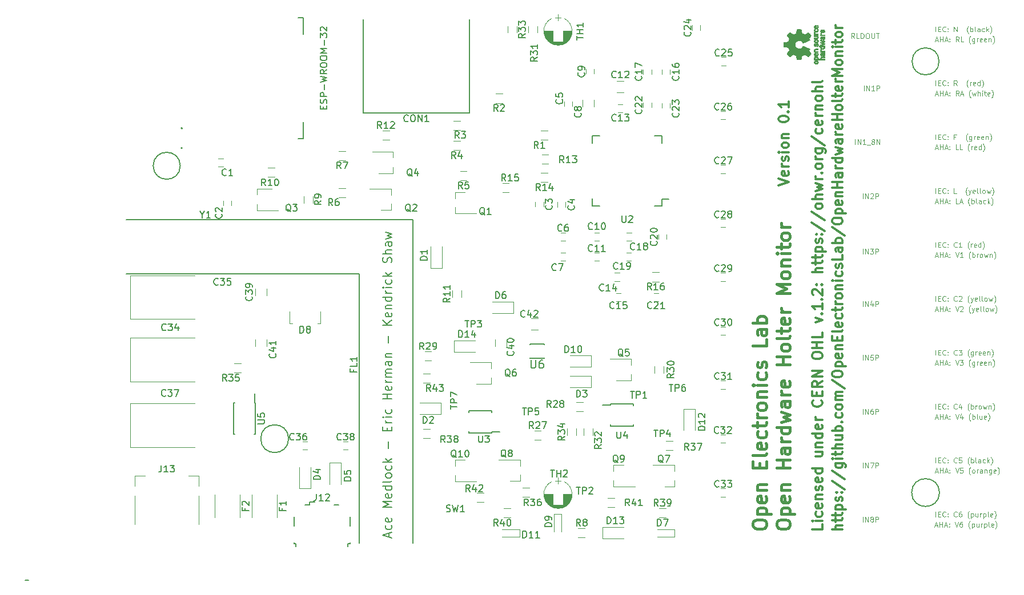
<source format=gbr>
G04 #@! TF.GenerationSoftware,KiCad,Pcbnew,5.0.2-bee76a0~70~ubuntu18.04.1*
G04 #@! TF.CreationDate,2019-01-05T16:01:42+00:00*
G04 #@! TF.ProjectId,OpenHardwareHolterMonitor,4f70656e-4861-4726-9477-617265486f6c,rev?*
G04 #@! TF.SameCoordinates,Original*
G04 #@! TF.FileFunction,Legend,Top*
G04 #@! TF.FilePolarity,Positive*
%FSLAX46Y46*%
G04 Gerber Fmt 4.6, Leading zero omitted, Abs format (unit mm)*
G04 Created by KiCad (PCBNEW 5.0.2-bee76a0~70~ubuntu18.04.1) date Sat 05 Jan 2019 04:01:42 PM GMT*
%MOMM*%
%LPD*%
G01*
G04 APERTURE LIST*
%ADD10C,0.400000*%
%ADD11C,0.300000*%
%ADD12C,0.200000*%
%ADD13C,0.120000*%
%ADD14C,0.150000*%
%ADD15C,0.127000*%
%ADD16C,0.010000*%
G04 APERTURE END LIST*
D10*
X232404761Y-96882857D02*
X232404761Y-96501904D01*
X232500000Y-96311428D01*
X232690476Y-96120952D01*
X233071428Y-96025714D01*
X233738095Y-96025714D01*
X234119047Y-96120952D01*
X234309523Y-96311428D01*
X234404761Y-96501904D01*
X234404761Y-96882857D01*
X234309523Y-97073333D01*
X234119047Y-97263809D01*
X233738095Y-97359047D01*
X233071428Y-97359047D01*
X232690476Y-97263809D01*
X232500000Y-97073333D01*
X232404761Y-96882857D01*
X233071428Y-95168571D02*
X235071428Y-95168571D01*
X233166666Y-95168571D02*
X233071428Y-94978095D01*
X233071428Y-94597142D01*
X233166666Y-94406666D01*
X233261904Y-94311428D01*
X233452380Y-94216190D01*
X234023809Y-94216190D01*
X234214285Y-94311428D01*
X234309523Y-94406666D01*
X234404761Y-94597142D01*
X234404761Y-94978095D01*
X234309523Y-95168571D01*
X234309523Y-92597142D02*
X234404761Y-92787619D01*
X234404761Y-93168571D01*
X234309523Y-93359047D01*
X234119047Y-93454285D01*
X233357142Y-93454285D01*
X233166666Y-93359047D01*
X233071428Y-93168571D01*
X233071428Y-92787619D01*
X233166666Y-92597142D01*
X233357142Y-92501904D01*
X233547619Y-92501904D01*
X233738095Y-93454285D01*
X233071428Y-91644761D02*
X234404761Y-91644761D01*
X233261904Y-91644761D02*
X233166666Y-91549523D01*
X233071428Y-91359047D01*
X233071428Y-91073333D01*
X233166666Y-90882857D01*
X233357142Y-90787619D01*
X234404761Y-90787619D01*
X233357142Y-88311428D02*
X233357142Y-87644761D01*
X234404761Y-87359047D02*
X234404761Y-88311428D01*
X232404761Y-88311428D01*
X232404761Y-87359047D01*
X234404761Y-86216190D02*
X234309523Y-86406666D01*
X234119047Y-86501904D01*
X232404761Y-86501904D01*
X234309523Y-84692380D02*
X234404761Y-84882857D01*
X234404761Y-85263809D01*
X234309523Y-85454285D01*
X234119047Y-85549523D01*
X233357142Y-85549523D01*
X233166666Y-85454285D01*
X233071428Y-85263809D01*
X233071428Y-84882857D01*
X233166666Y-84692380D01*
X233357142Y-84597142D01*
X233547619Y-84597142D01*
X233738095Y-85549523D01*
X234309523Y-82882857D02*
X234404761Y-83073333D01*
X234404761Y-83454285D01*
X234309523Y-83644761D01*
X234214285Y-83740000D01*
X234023809Y-83835238D01*
X233452380Y-83835238D01*
X233261904Y-83740000D01*
X233166666Y-83644761D01*
X233071428Y-83454285D01*
X233071428Y-83073333D01*
X233166666Y-82882857D01*
X233071428Y-82311428D02*
X233071428Y-81549523D01*
X232404761Y-82025714D02*
X234119047Y-82025714D01*
X234309523Y-81930476D01*
X234404761Y-81740000D01*
X234404761Y-81549523D01*
X234404761Y-80882857D02*
X233071428Y-80882857D01*
X233452380Y-80882857D02*
X233261904Y-80787619D01*
X233166666Y-80692380D01*
X233071428Y-80501904D01*
X233071428Y-80311428D01*
X234404761Y-79359047D02*
X234309523Y-79549523D01*
X234214285Y-79644761D01*
X234023809Y-79740000D01*
X233452380Y-79740000D01*
X233261904Y-79644761D01*
X233166666Y-79549523D01*
X233071428Y-79359047D01*
X233071428Y-79073333D01*
X233166666Y-78882857D01*
X233261904Y-78787619D01*
X233452380Y-78692380D01*
X234023809Y-78692380D01*
X234214285Y-78787619D01*
X234309523Y-78882857D01*
X234404761Y-79073333D01*
X234404761Y-79359047D01*
X233071428Y-77835238D02*
X234404761Y-77835238D01*
X233261904Y-77835238D02*
X233166666Y-77740000D01*
X233071428Y-77549523D01*
X233071428Y-77263809D01*
X233166666Y-77073333D01*
X233357142Y-76978095D01*
X234404761Y-76978095D01*
X234404761Y-76025714D02*
X233071428Y-76025714D01*
X232404761Y-76025714D02*
X232500000Y-76120952D01*
X232595238Y-76025714D01*
X232500000Y-75930476D01*
X232404761Y-76025714D01*
X232595238Y-76025714D01*
X234309523Y-74216190D02*
X234404761Y-74406666D01*
X234404761Y-74787619D01*
X234309523Y-74978095D01*
X234214285Y-75073333D01*
X234023809Y-75168571D01*
X233452380Y-75168571D01*
X233261904Y-75073333D01*
X233166666Y-74978095D01*
X233071428Y-74787619D01*
X233071428Y-74406666D01*
X233166666Y-74216190D01*
X234309523Y-73454285D02*
X234404761Y-73263809D01*
X234404761Y-72882857D01*
X234309523Y-72692380D01*
X234119047Y-72597142D01*
X234023809Y-72597142D01*
X233833333Y-72692380D01*
X233738095Y-72882857D01*
X233738095Y-73168571D01*
X233642857Y-73359047D01*
X233452380Y-73454285D01*
X233357142Y-73454285D01*
X233166666Y-73359047D01*
X233071428Y-73168571D01*
X233071428Y-72882857D01*
X233166666Y-72692380D01*
X234404761Y-69263809D02*
X234404761Y-70216190D01*
X232404761Y-70216190D01*
X234404761Y-67740000D02*
X233357142Y-67740000D01*
X233166666Y-67835238D01*
X233071428Y-68025714D01*
X233071428Y-68406666D01*
X233166666Y-68597142D01*
X234309523Y-67740000D02*
X234404761Y-67930476D01*
X234404761Y-68406666D01*
X234309523Y-68597142D01*
X234119047Y-68692380D01*
X233928571Y-68692380D01*
X233738095Y-68597142D01*
X233642857Y-68406666D01*
X233642857Y-67930476D01*
X233547619Y-67740000D01*
X234404761Y-66787619D02*
X232404761Y-66787619D01*
X233166666Y-66787619D02*
X233071428Y-66597142D01*
X233071428Y-66216190D01*
X233166666Y-66025714D01*
X233261904Y-65930476D01*
X233452380Y-65835238D01*
X234023809Y-65835238D01*
X234214285Y-65930476D01*
X234309523Y-66025714D01*
X234404761Y-66216190D01*
X234404761Y-66597142D01*
X234309523Y-66787619D01*
D11*
X236178571Y-46409285D02*
X237678571Y-45909285D01*
X236178571Y-45409285D01*
X237607142Y-44337857D02*
X237678571Y-44480714D01*
X237678571Y-44766428D01*
X237607142Y-44909285D01*
X237464285Y-44980714D01*
X236892857Y-44980714D01*
X236750000Y-44909285D01*
X236678571Y-44766428D01*
X236678571Y-44480714D01*
X236750000Y-44337857D01*
X236892857Y-44266428D01*
X237035714Y-44266428D01*
X237178571Y-44980714D01*
X237678571Y-43623571D02*
X236678571Y-43623571D01*
X236964285Y-43623571D02*
X236821428Y-43552142D01*
X236750000Y-43480714D01*
X236678571Y-43337857D01*
X236678571Y-43195000D01*
X237607142Y-42766428D02*
X237678571Y-42623571D01*
X237678571Y-42337857D01*
X237607142Y-42195000D01*
X237464285Y-42123571D01*
X237392857Y-42123571D01*
X237250000Y-42195000D01*
X237178571Y-42337857D01*
X237178571Y-42552142D01*
X237107142Y-42695000D01*
X236964285Y-42766428D01*
X236892857Y-42766428D01*
X236750000Y-42695000D01*
X236678571Y-42552142D01*
X236678571Y-42337857D01*
X236750000Y-42195000D01*
X237678571Y-41480714D02*
X236678571Y-41480714D01*
X236178571Y-41480714D02*
X236250000Y-41552142D01*
X236321428Y-41480714D01*
X236250000Y-41409285D01*
X236178571Y-41480714D01*
X236321428Y-41480714D01*
X237678571Y-40552142D02*
X237607142Y-40695000D01*
X237535714Y-40766428D01*
X237392857Y-40837857D01*
X236964285Y-40837857D01*
X236821428Y-40766428D01*
X236750000Y-40695000D01*
X236678571Y-40552142D01*
X236678571Y-40337857D01*
X236750000Y-40195000D01*
X236821428Y-40123571D01*
X236964285Y-40052142D01*
X237392857Y-40052142D01*
X237535714Y-40123571D01*
X237607142Y-40195000D01*
X237678571Y-40337857D01*
X237678571Y-40552142D01*
X236678571Y-39409285D02*
X237678571Y-39409285D01*
X236821428Y-39409285D02*
X236750000Y-39337857D01*
X236678571Y-39195000D01*
X236678571Y-38980714D01*
X236750000Y-38837857D01*
X236892857Y-38766428D01*
X237678571Y-38766428D01*
X236178571Y-36623571D02*
X236178571Y-36480714D01*
X236250000Y-36337857D01*
X236321428Y-36266428D01*
X236464285Y-36195000D01*
X236750000Y-36123571D01*
X237107142Y-36123571D01*
X237392857Y-36195000D01*
X237535714Y-36266428D01*
X237607142Y-36337857D01*
X237678571Y-36480714D01*
X237678571Y-36623571D01*
X237607142Y-36766428D01*
X237535714Y-36837857D01*
X237392857Y-36909285D01*
X237107142Y-36980714D01*
X236750000Y-36980714D01*
X236464285Y-36909285D01*
X236321428Y-36837857D01*
X236250000Y-36766428D01*
X236178571Y-36623571D01*
X237535714Y-35480714D02*
X237607142Y-35409285D01*
X237678571Y-35480714D01*
X237607142Y-35552142D01*
X237535714Y-35480714D01*
X237678571Y-35480714D01*
X237678571Y-33980714D02*
X237678571Y-34837857D01*
X237678571Y-34409285D02*
X236178571Y-34409285D01*
X236392857Y-34552142D01*
X236535714Y-34695000D01*
X236607142Y-34837857D01*
D10*
X235904761Y-96882857D02*
X235904761Y-96501904D01*
X236000000Y-96311428D01*
X236190476Y-96120952D01*
X236571428Y-96025714D01*
X237238095Y-96025714D01*
X237619047Y-96120952D01*
X237809523Y-96311428D01*
X237904761Y-96501904D01*
X237904761Y-96882857D01*
X237809523Y-97073333D01*
X237619047Y-97263809D01*
X237238095Y-97359047D01*
X236571428Y-97359047D01*
X236190476Y-97263809D01*
X236000000Y-97073333D01*
X235904761Y-96882857D01*
X236571428Y-95168571D02*
X238571428Y-95168571D01*
X236666666Y-95168571D02*
X236571428Y-94978095D01*
X236571428Y-94597142D01*
X236666666Y-94406666D01*
X236761904Y-94311428D01*
X236952380Y-94216190D01*
X237523809Y-94216190D01*
X237714285Y-94311428D01*
X237809523Y-94406666D01*
X237904761Y-94597142D01*
X237904761Y-94978095D01*
X237809523Y-95168571D01*
X237809523Y-92597142D02*
X237904761Y-92787619D01*
X237904761Y-93168571D01*
X237809523Y-93359047D01*
X237619047Y-93454285D01*
X236857142Y-93454285D01*
X236666666Y-93359047D01*
X236571428Y-93168571D01*
X236571428Y-92787619D01*
X236666666Y-92597142D01*
X236857142Y-92501904D01*
X237047619Y-92501904D01*
X237238095Y-93454285D01*
X236571428Y-91644761D02*
X237904761Y-91644761D01*
X236761904Y-91644761D02*
X236666666Y-91549523D01*
X236571428Y-91359047D01*
X236571428Y-91073333D01*
X236666666Y-90882857D01*
X236857142Y-90787619D01*
X237904761Y-90787619D01*
X237904761Y-88311428D02*
X235904761Y-88311428D01*
X236857142Y-88311428D02*
X236857142Y-87168571D01*
X237904761Y-87168571D02*
X235904761Y-87168571D01*
X237904761Y-85359047D02*
X236857142Y-85359047D01*
X236666666Y-85454285D01*
X236571428Y-85644761D01*
X236571428Y-86025714D01*
X236666666Y-86216190D01*
X237809523Y-85359047D02*
X237904761Y-85549523D01*
X237904761Y-86025714D01*
X237809523Y-86216190D01*
X237619047Y-86311428D01*
X237428571Y-86311428D01*
X237238095Y-86216190D01*
X237142857Y-86025714D01*
X237142857Y-85549523D01*
X237047619Y-85359047D01*
X237904761Y-84406666D02*
X236571428Y-84406666D01*
X236952380Y-84406666D02*
X236761904Y-84311428D01*
X236666666Y-84216190D01*
X236571428Y-84025714D01*
X236571428Y-83835238D01*
X237904761Y-82311428D02*
X235904761Y-82311428D01*
X237809523Y-82311428D02*
X237904761Y-82501904D01*
X237904761Y-82882857D01*
X237809523Y-83073333D01*
X237714285Y-83168571D01*
X237523809Y-83263809D01*
X236952380Y-83263809D01*
X236761904Y-83168571D01*
X236666666Y-83073333D01*
X236571428Y-82882857D01*
X236571428Y-82501904D01*
X236666666Y-82311428D01*
X236571428Y-81549523D02*
X237904761Y-81168571D01*
X236952380Y-80787619D01*
X237904761Y-80406666D01*
X236571428Y-80025714D01*
X237904761Y-78406666D02*
X236857142Y-78406666D01*
X236666666Y-78501904D01*
X236571428Y-78692380D01*
X236571428Y-79073333D01*
X236666666Y-79263809D01*
X237809523Y-78406666D02*
X237904761Y-78597142D01*
X237904761Y-79073333D01*
X237809523Y-79263809D01*
X237619047Y-79359047D01*
X237428571Y-79359047D01*
X237238095Y-79263809D01*
X237142857Y-79073333D01*
X237142857Y-78597142D01*
X237047619Y-78406666D01*
X237904761Y-77454285D02*
X236571428Y-77454285D01*
X236952380Y-77454285D02*
X236761904Y-77359047D01*
X236666666Y-77263809D01*
X236571428Y-77073333D01*
X236571428Y-76882857D01*
X237809523Y-75454285D02*
X237904761Y-75644761D01*
X237904761Y-76025714D01*
X237809523Y-76216190D01*
X237619047Y-76311428D01*
X236857142Y-76311428D01*
X236666666Y-76216190D01*
X236571428Y-76025714D01*
X236571428Y-75644761D01*
X236666666Y-75454285D01*
X236857142Y-75359047D01*
X237047619Y-75359047D01*
X237238095Y-76311428D01*
X237904761Y-72978095D02*
X235904761Y-72978095D01*
X236857142Y-72978095D02*
X236857142Y-71835238D01*
X237904761Y-71835238D02*
X235904761Y-71835238D01*
X237904761Y-70597142D02*
X237809523Y-70787619D01*
X237714285Y-70882857D01*
X237523809Y-70978095D01*
X236952380Y-70978095D01*
X236761904Y-70882857D01*
X236666666Y-70787619D01*
X236571428Y-70597142D01*
X236571428Y-70311428D01*
X236666666Y-70120952D01*
X236761904Y-70025714D01*
X236952380Y-69930476D01*
X237523809Y-69930476D01*
X237714285Y-70025714D01*
X237809523Y-70120952D01*
X237904761Y-70311428D01*
X237904761Y-70597142D01*
X237904761Y-68787619D02*
X237809523Y-68978095D01*
X237619047Y-69073333D01*
X235904761Y-69073333D01*
X236571428Y-68311428D02*
X236571428Y-67549523D01*
X235904761Y-68025714D02*
X237619047Y-68025714D01*
X237809523Y-67930476D01*
X237904761Y-67740000D01*
X237904761Y-67549523D01*
X237809523Y-66120952D02*
X237904761Y-66311428D01*
X237904761Y-66692380D01*
X237809523Y-66882857D01*
X237619047Y-66978095D01*
X236857142Y-66978095D01*
X236666666Y-66882857D01*
X236571428Y-66692380D01*
X236571428Y-66311428D01*
X236666666Y-66120952D01*
X236857142Y-66025714D01*
X237047619Y-66025714D01*
X237238095Y-66978095D01*
X237904761Y-65168571D02*
X236571428Y-65168571D01*
X236952380Y-65168571D02*
X236761904Y-65073333D01*
X236666666Y-64978095D01*
X236571428Y-64787619D01*
X236571428Y-64597142D01*
X237904761Y-62406666D02*
X235904761Y-62406666D01*
X237333333Y-61740000D01*
X235904761Y-61073333D01*
X237904761Y-61073333D01*
X237904761Y-59835238D02*
X237809523Y-60025714D01*
X237714285Y-60120952D01*
X237523809Y-60216190D01*
X236952380Y-60216190D01*
X236761904Y-60120952D01*
X236666666Y-60025714D01*
X236571428Y-59835238D01*
X236571428Y-59549523D01*
X236666666Y-59359047D01*
X236761904Y-59263809D01*
X236952380Y-59168571D01*
X237523809Y-59168571D01*
X237714285Y-59263809D01*
X237809523Y-59359047D01*
X237904761Y-59549523D01*
X237904761Y-59835238D01*
X236571428Y-58311428D02*
X237904761Y-58311428D01*
X236761904Y-58311428D02*
X236666666Y-58216190D01*
X236571428Y-58025714D01*
X236571428Y-57740000D01*
X236666666Y-57549523D01*
X236857142Y-57454285D01*
X237904761Y-57454285D01*
X237904761Y-56501904D02*
X236571428Y-56501904D01*
X235904761Y-56501904D02*
X236000000Y-56597142D01*
X236095238Y-56501904D01*
X236000000Y-56406666D01*
X235904761Y-56501904D01*
X236095238Y-56501904D01*
X236571428Y-55835238D02*
X236571428Y-55073333D01*
X235904761Y-55549523D02*
X237619047Y-55549523D01*
X237809523Y-55454285D01*
X237904761Y-55263809D01*
X237904761Y-55073333D01*
X237904761Y-54120952D02*
X237809523Y-54311428D01*
X237714285Y-54406666D01*
X237523809Y-54501904D01*
X236952380Y-54501904D01*
X236761904Y-54406666D01*
X236666666Y-54311428D01*
X236571428Y-54120952D01*
X236571428Y-53835238D01*
X236666666Y-53644761D01*
X236761904Y-53549523D01*
X236952380Y-53454285D01*
X237523809Y-53454285D01*
X237714285Y-53549523D01*
X237809523Y-53644761D01*
X237904761Y-53835238D01*
X237904761Y-54120952D01*
X237904761Y-52597142D02*
X236571428Y-52597142D01*
X236952380Y-52597142D02*
X236761904Y-52501904D01*
X236666666Y-52406666D01*
X236571428Y-52216190D01*
X236571428Y-52025714D01*
D12*
X178466666Y-98595238D02*
X178466666Y-97976190D01*
X178838095Y-98719047D02*
X177538095Y-98285714D01*
X178838095Y-97852380D01*
X178776190Y-96861904D02*
X178838095Y-96985714D01*
X178838095Y-97233333D01*
X178776190Y-97357142D01*
X178714285Y-97419047D01*
X178590476Y-97480952D01*
X178219047Y-97480952D01*
X178095238Y-97419047D01*
X178033333Y-97357142D01*
X177971428Y-97233333D01*
X177971428Y-96985714D01*
X178033333Y-96861904D01*
X178776190Y-95809523D02*
X178838095Y-95933333D01*
X178838095Y-96180952D01*
X178776190Y-96304761D01*
X178652380Y-96366666D01*
X178157142Y-96366666D01*
X178033333Y-96304761D01*
X177971428Y-96180952D01*
X177971428Y-95933333D01*
X178033333Y-95809523D01*
X178157142Y-95747619D01*
X178280952Y-95747619D01*
X178404761Y-96366666D01*
X178838095Y-94200000D02*
X177538095Y-94200000D01*
X178466666Y-93766666D01*
X177538095Y-93333333D01*
X178838095Y-93333333D01*
X178776190Y-92219047D02*
X178838095Y-92342857D01*
X178838095Y-92590476D01*
X178776190Y-92714285D01*
X178652380Y-92776190D01*
X178157142Y-92776190D01*
X178033333Y-92714285D01*
X177971428Y-92590476D01*
X177971428Y-92342857D01*
X178033333Y-92219047D01*
X178157142Y-92157142D01*
X178280952Y-92157142D01*
X178404761Y-92776190D01*
X178838095Y-91042857D02*
X177538095Y-91042857D01*
X178776190Y-91042857D02*
X178838095Y-91166666D01*
X178838095Y-91414285D01*
X178776190Y-91538095D01*
X178714285Y-91600000D01*
X178590476Y-91661904D01*
X178219047Y-91661904D01*
X178095238Y-91600000D01*
X178033333Y-91538095D01*
X177971428Y-91414285D01*
X177971428Y-91166666D01*
X178033333Y-91042857D01*
X178838095Y-90238095D02*
X178776190Y-90361904D01*
X178652380Y-90423809D01*
X177538095Y-90423809D01*
X178838095Y-89557142D02*
X178776190Y-89680952D01*
X178714285Y-89742857D01*
X178590476Y-89804761D01*
X178219047Y-89804761D01*
X178095238Y-89742857D01*
X178033333Y-89680952D01*
X177971428Y-89557142D01*
X177971428Y-89371428D01*
X178033333Y-89247619D01*
X178095238Y-89185714D01*
X178219047Y-89123809D01*
X178590476Y-89123809D01*
X178714285Y-89185714D01*
X178776190Y-89247619D01*
X178838095Y-89371428D01*
X178838095Y-89557142D01*
X178776190Y-88009523D02*
X178838095Y-88133333D01*
X178838095Y-88380952D01*
X178776190Y-88504761D01*
X178714285Y-88566666D01*
X178590476Y-88628571D01*
X178219047Y-88628571D01*
X178095238Y-88566666D01*
X178033333Y-88504761D01*
X177971428Y-88380952D01*
X177971428Y-88133333D01*
X178033333Y-88009523D01*
X178838095Y-87452380D02*
X177538095Y-87452380D01*
X178342857Y-87328571D02*
X178838095Y-86957142D01*
X177971428Y-86957142D02*
X178466666Y-87452380D01*
X178342857Y-85409523D02*
X178342857Y-84419047D01*
X178157142Y-82809523D02*
X178157142Y-82376190D01*
X178838095Y-82190476D02*
X178838095Y-82809523D01*
X177538095Y-82809523D01*
X177538095Y-82190476D01*
X178838095Y-81633333D02*
X177971428Y-81633333D01*
X178219047Y-81633333D02*
X178095238Y-81571428D01*
X178033333Y-81509523D01*
X177971428Y-81385714D01*
X177971428Y-81261904D01*
X178838095Y-80828571D02*
X177971428Y-80828571D01*
X177538095Y-80828571D02*
X177600000Y-80890476D01*
X177661904Y-80828571D01*
X177600000Y-80766666D01*
X177538095Y-80828571D01*
X177661904Y-80828571D01*
X178776190Y-79652380D02*
X178838095Y-79776190D01*
X178838095Y-80023809D01*
X178776190Y-80147619D01*
X178714285Y-80209523D01*
X178590476Y-80271428D01*
X178219047Y-80271428D01*
X178095238Y-80209523D01*
X178033333Y-80147619D01*
X177971428Y-80023809D01*
X177971428Y-79776190D01*
X178033333Y-79652380D01*
X178838095Y-78104761D02*
X177538095Y-78104761D01*
X178157142Y-78104761D02*
X178157142Y-77361904D01*
X178838095Y-77361904D02*
X177538095Y-77361904D01*
X178776190Y-76247619D02*
X178838095Y-76371428D01*
X178838095Y-76619047D01*
X178776190Y-76742857D01*
X178652380Y-76804761D01*
X178157142Y-76804761D01*
X178033333Y-76742857D01*
X177971428Y-76619047D01*
X177971428Y-76371428D01*
X178033333Y-76247619D01*
X178157142Y-76185714D01*
X178280952Y-76185714D01*
X178404761Y-76804761D01*
X178838095Y-75628571D02*
X177971428Y-75628571D01*
X178219047Y-75628571D02*
X178095238Y-75566666D01*
X178033333Y-75504761D01*
X177971428Y-75380952D01*
X177971428Y-75257142D01*
X178838095Y-74823809D02*
X177971428Y-74823809D01*
X178095238Y-74823809D02*
X178033333Y-74761904D01*
X177971428Y-74638095D01*
X177971428Y-74452380D01*
X178033333Y-74328571D01*
X178157142Y-74266666D01*
X178838095Y-74266666D01*
X178157142Y-74266666D02*
X178033333Y-74204761D01*
X177971428Y-74080952D01*
X177971428Y-73895238D01*
X178033333Y-73771428D01*
X178157142Y-73709523D01*
X178838095Y-73709523D01*
X178838095Y-72533333D02*
X178157142Y-72533333D01*
X178033333Y-72595238D01*
X177971428Y-72719047D01*
X177971428Y-72966666D01*
X178033333Y-73090476D01*
X178776190Y-72533333D02*
X178838095Y-72657142D01*
X178838095Y-72966666D01*
X178776190Y-73090476D01*
X178652380Y-73152380D01*
X178528571Y-73152380D01*
X178404761Y-73090476D01*
X178342857Y-72966666D01*
X178342857Y-72657142D01*
X178280952Y-72533333D01*
X177971428Y-71914285D02*
X178838095Y-71914285D01*
X178095238Y-71914285D02*
X178033333Y-71852380D01*
X177971428Y-71728571D01*
X177971428Y-71542857D01*
X178033333Y-71419047D01*
X178157142Y-71357142D01*
X178838095Y-71357142D01*
X178342857Y-69747619D02*
X178342857Y-68757142D01*
X178838095Y-67147619D02*
X177538095Y-67147619D01*
X178838095Y-66404761D02*
X178095238Y-66961904D01*
X177538095Y-66404761D02*
X178280952Y-67147619D01*
X178776190Y-65352380D02*
X178838095Y-65476190D01*
X178838095Y-65723809D01*
X178776190Y-65847619D01*
X178652380Y-65909523D01*
X178157142Y-65909523D01*
X178033333Y-65847619D01*
X177971428Y-65723809D01*
X177971428Y-65476190D01*
X178033333Y-65352380D01*
X178157142Y-65290476D01*
X178280952Y-65290476D01*
X178404761Y-65909523D01*
X177971428Y-64733333D02*
X178838095Y-64733333D01*
X178095238Y-64733333D02*
X178033333Y-64671428D01*
X177971428Y-64547619D01*
X177971428Y-64361904D01*
X178033333Y-64238095D01*
X178157142Y-64176190D01*
X178838095Y-64176190D01*
X178838095Y-63000000D02*
X177538095Y-63000000D01*
X178776190Y-63000000D02*
X178838095Y-63123809D01*
X178838095Y-63371428D01*
X178776190Y-63495238D01*
X178714285Y-63557142D01*
X178590476Y-63619047D01*
X178219047Y-63619047D01*
X178095238Y-63557142D01*
X178033333Y-63495238D01*
X177971428Y-63371428D01*
X177971428Y-63123809D01*
X178033333Y-63000000D01*
X178838095Y-62380952D02*
X177971428Y-62380952D01*
X178219047Y-62380952D02*
X178095238Y-62319047D01*
X178033333Y-62257142D01*
X177971428Y-62133333D01*
X177971428Y-62009523D01*
X178838095Y-61576190D02*
X177971428Y-61576190D01*
X177538095Y-61576190D02*
X177600000Y-61638095D01*
X177661904Y-61576190D01*
X177600000Y-61514285D01*
X177538095Y-61576190D01*
X177661904Y-61576190D01*
X178776190Y-60400000D02*
X178838095Y-60523809D01*
X178838095Y-60771428D01*
X178776190Y-60895238D01*
X178714285Y-60957142D01*
X178590476Y-61019047D01*
X178219047Y-61019047D01*
X178095238Y-60957142D01*
X178033333Y-60895238D01*
X177971428Y-60771428D01*
X177971428Y-60523809D01*
X178033333Y-60400000D01*
X178838095Y-59842857D02*
X177538095Y-59842857D01*
X178342857Y-59719047D02*
X178838095Y-59347619D01*
X177971428Y-59347619D02*
X178466666Y-59842857D01*
X178776190Y-57861904D02*
X178838095Y-57676190D01*
X178838095Y-57366666D01*
X178776190Y-57242857D01*
X178714285Y-57180952D01*
X178590476Y-57119047D01*
X178466666Y-57119047D01*
X178342857Y-57180952D01*
X178280952Y-57242857D01*
X178219047Y-57366666D01*
X178157142Y-57614285D01*
X178095238Y-57738095D01*
X178033333Y-57800000D01*
X177909523Y-57861904D01*
X177785714Y-57861904D01*
X177661904Y-57800000D01*
X177600000Y-57738095D01*
X177538095Y-57614285D01*
X177538095Y-57304761D01*
X177600000Y-57119047D01*
X178838095Y-56561904D02*
X177538095Y-56561904D01*
X178838095Y-56004761D02*
X178157142Y-56004761D01*
X178033333Y-56066666D01*
X177971428Y-56190476D01*
X177971428Y-56376190D01*
X178033333Y-56500000D01*
X178095238Y-56561904D01*
X178838095Y-54828571D02*
X178157142Y-54828571D01*
X178033333Y-54890476D01*
X177971428Y-55014285D01*
X177971428Y-55261904D01*
X178033333Y-55385714D01*
X178776190Y-54828571D02*
X178838095Y-54952380D01*
X178838095Y-55261904D01*
X178776190Y-55385714D01*
X178652380Y-55447619D01*
X178528571Y-55447619D01*
X178404761Y-55385714D01*
X178342857Y-55261904D01*
X178342857Y-54952380D01*
X178280952Y-54828571D01*
X177971428Y-54333333D02*
X178838095Y-54085714D01*
X178219047Y-53838095D01*
X178838095Y-53590476D01*
X177971428Y-53342857D01*
D11*
X242678571Y-96733571D02*
X242678571Y-97447857D01*
X241178571Y-97447857D01*
X242678571Y-96233571D02*
X241678571Y-96233571D01*
X241178571Y-96233571D02*
X241250000Y-96305000D01*
X241321428Y-96233571D01*
X241250000Y-96162142D01*
X241178571Y-96233571D01*
X241321428Y-96233571D01*
X242607142Y-94876428D02*
X242678571Y-95019285D01*
X242678571Y-95305000D01*
X242607142Y-95447857D01*
X242535714Y-95519285D01*
X242392857Y-95590714D01*
X241964285Y-95590714D01*
X241821428Y-95519285D01*
X241750000Y-95447857D01*
X241678571Y-95305000D01*
X241678571Y-95019285D01*
X241750000Y-94876428D01*
X242607142Y-93662142D02*
X242678571Y-93805000D01*
X242678571Y-94090714D01*
X242607142Y-94233571D01*
X242464285Y-94305000D01*
X241892857Y-94305000D01*
X241750000Y-94233571D01*
X241678571Y-94090714D01*
X241678571Y-93805000D01*
X241750000Y-93662142D01*
X241892857Y-93590714D01*
X242035714Y-93590714D01*
X242178571Y-94305000D01*
X241678571Y-92947857D02*
X242678571Y-92947857D01*
X241821428Y-92947857D02*
X241750000Y-92876428D01*
X241678571Y-92733571D01*
X241678571Y-92519285D01*
X241750000Y-92376428D01*
X241892857Y-92305000D01*
X242678571Y-92305000D01*
X242607142Y-91662142D02*
X242678571Y-91519285D01*
X242678571Y-91233571D01*
X242607142Y-91090714D01*
X242464285Y-91019285D01*
X242392857Y-91019285D01*
X242250000Y-91090714D01*
X242178571Y-91233571D01*
X242178571Y-91447857D01*
X242107142Y-91590714D01*
X241964285Y-91662142D01*
X241892857Y-91662142D01*
X241750000Y-91590714D01*
X241678571Y-91447857D01*
X241678571Y-91233571D01*
X241750000Y-91090714D01*
X242607142Y-89805000D02*
X242678571Y-89947857D01*
X242678571Y-90233571D01*
X242607142Y-90376428D01*
X242464285Y-90447857D01*
X241892857Y-90447857D01*
X241750000Y-90376428D01*
X241678571Y-90233571D01*
X241678571Y-89947857D01*
X241750000Y-89805000D01*
X241892857Y-89733571D01*
X242035714Y-89733571D01*
X242178571Y-90447857D01*
X242678571Y-88447857D02*
X241178571Y-88447857D01*
X242607142Y-88447857D02*
X242678571Y-88590714D01*
X242678571Y-88876428D01*
X242607142Y-89019285D01*
X242535714Y-89090714D01*
X242392857Y-89162142D01*
X241964285Y-89162142D01*
X241821428Y-89090714D01*
X241750000Y-89019285D01*
X241678571Y-88876428D01*
X241678571Y-88590714D01*
X241750000Y-88447857D01*
X241678571Y-85947857D02*
X242678571Y-85947857D01*
X241678571Y-86590714D02*
X242464285Y-86590714D01*
X242607142Y-86519285D01*
X242678571Y-86376428D01*
X242678571Y-86162142D01*
X242607142Y-86019285D01*
X242535714Y-85947857D01*
X241678571Y-85233571D02*
X242678571Y-85233571D01*
X241821428Y-85233571D02*
X241750000Y-85162142D01*
X241678571Y-85019285D01*
X241678571Y-84805000D01*
X241750000Y-84662142D01*
X241892857Y-84590714D01*
X242678571Y-84590714D01*
X242678571Y-83233571D02*
X241178571Y-83233571D01*
X242607142Y-83233571D02*
X242678571Y-83376428D01*
X242678571Y-83662142D01*
X242607142Y-83805000D01*
X242535714Y-83876428D01*
X242392857Y-83947857D01*
X241964285Y-83947857D01*
X241821428Y-83876428D01*
X241750000Y-83805000D01*
X241678571Y-83662142D01*
X241678571Y-83376428D01*
X241750000Y-83233571D01*
X242607142Y-81947857D02*
X242678571Y-82090714D01*
X242678571Y-82376428D01*
X242607142Y-82519285D01*
X242464285Y-82590714D01*
X241892857Y-82590714D01*
X241750000Y-82519285D01*
X241678571Y-82376428D01*
X241678571Y-82090714D01*
X241750000Y-81947857D01*
X241892857Y-81876428D01*
X242035714Y-81876428D01*
X242178571Y-82590714D01*
X242678571Y-81233571D02*
X241678571Y-81233571D01*
X241964285Y-81233571D02*
X241821428Y-81162142D01*
X241750000Y-81090714D01*
X241678571Y-80947857D01*
X241678571Y-80805000D01*
X242535714Y-78305000D02*
X242607142Y-78376428D01*
X242678571Y-78590714D01*
X242678571Y-78733571D01*
X242607142Y-78947857D01*
X242464285Y-79090714D01*
X242321428Y-79162142D01*
X242035714Y-79233571D01*
X241821428Y-79233571D01*
X241535714Y-79162142D01*
X241392857Y-79090714D01*
X241250000Y-78947857D01*
X241178571Y-78733571D01*
X241178571Y-78590714D01*
X241250000Y-78376428D01*
X241321428Y-78305000D01*
X241892857Y-77662142D02*
X241892857Y-77162142D01*
X242678571Y-76947857D02*
X242678571Y-77662142D01*
X241178571Y-77662142D01*
X241178571Y-76947857D01*
X242678571Y-75447857D02*
X241964285Y-75947857D01*
X242678571Y-76305000D02*
X241178571Y-76305000D01*
X241178571Y-75733571D01*
X241250000Y-75590714D01*
X241321428Y-75519285D01*
X241464285Y-75447857D01*
X241678571Y-75447857D01*
X241821428Y-75519285D01*
X241892857Y-75590714D01*
X241964285Y-75733571D01*
X241964285Y-76305000D01*
X242678571Y-74805000D02*
X241178571Y-74805000D01*
X242678571Y-73947857D01*
X241178571Y-73947857D01*
X241178571Y-71805000D02*
X241178571Y-71519285D01*
X241250000Y-71376428D01*
X241392857Y-71233571D01*
X241678571Y-71162142D01*
X242178571Y-71162142D01*
X242464285Y-71233571D01*
X242607142Y-71376428D01*
X242678571Y-71519285D01*
X242678571Y-71805000D01*
X242607142Y-71947857D01*
X242464285Y-72090714D01*
X242178571Y-72162142D01*
X241678571Y-72162142D01*
X241392857Y-72090714D01*
X241250000Y-71947857D01*
X241178571Y-71805000D01*
X242678571Y-70519285D02*
X241178571Y-70519285D01*
X241892857Y-70519285D02*
X241892857Y-69662142D01*
X242678571Y-69662142D02*
X241178571Y-69662142D01*
X242678571Y-68233571D02*
X242678571Y-68947857D01*
X241178571Y-68947857D01*
X241678571Y-66733571D02*
X242678571Y-66376428D01*
X241678571Y-66019285D01*
X242535714Y-65447857D02*
X242607142Y-65376428D01*
X242678571Y-65447857D01*
X242607142Y-65519285D01*
X242535714Y-65447857D01*
X242678571Y-65447857D01*
X242678571Y-63947857D02*
X242678571Y-64805000D01*
X242678571Y-64376428D02*
X241178571Y-64376428D01*
X241392857Y-64519285D01*
X241535714Y-64662142D01*
X241607142Y-64805000D01*
X242535714Y-63305000D02*
X242607142Y-63233571D01*
X242678571Y-63305000D01*
X242607142Y-63376428D01*
X242535714Y-63305000D01*
X242678571Y-63305000D01*
X241321428Y-62662142D02*
X241250000Y-62590714D01*
X241178571Y-62447857D01*
X241178571Y-62090714D01*
X241250000Y-61947857D01*
X241321428Y-61876428D01*
X241464285Y-61805000D01*
X241607142Y-61805000D01*
X241821428Y-61876428D01*
X242678571Y-62733571D01*
X242678571Y-61805000D01*
X242535714Y-61162142D02*
X242607142Y-61090714D01*
X242678571Y-61162142D01*
X242607142Y-61233571D01*
X242535714Y-61162142D01*
X242678571Y-61162142D01*
X241750000Y-61162142D02*
X241821428Y-61090714D01*
X241892857Y-61162142D01*
X241821428Y-61233571D01*
X241750000Y-61162142D01*
X241892857Y-61162142D01*
X242678571Y-59305000D02*
X241178571Y-59305000D01*
X242678571Y-58662142D02*
X241892857Y-58662142D01*
X241750000Y-58733571D01*
X241678571Y-58876428D01*
X241678571Y-59090714D01*
X241750000Y-59233571D01*
X241821428Y-59305000D01*
X241678571Y-58162142D02*
X241678571Y-57590714D01*
X241178571Y-57947857D02*
X242464285Y-57947857D01*
X242607142Y-57876428D01*
X242678571Y-57733571D01*
X242678571Y-57590714D01*
X241678571Y-57305000D02*
X241678571Y-56733571D01*
X241178571Y-57090714D02*
X242464285Y-57090714D01*
X242607142Y-57019285D01*
X242678571Y-56876428D01*
X242678571Y-56733571D01*
X241678571Y-56233571D02*
X243178571Y-56233571D01*
X241750000Y-56233571D02*
X241678571Y-56090714D01*
X241678571Y-55805000D01*
X241750000Y-55662142D01*
X241821428Y-55590714D01*
X241964285Y-55519285D01*
X242392857Y-55519285D01*
X242535714Y-55590714D01*
X242607142Y-55662142D01*
X242678571Y-55805000D01*
X242678571Y-56090714D01*
X242607142Y-56233571D01*
X242607142Y-54947857D02*
X242678571Y-54805000D01*
X242678571Y-54519285D01*
X242607142Y-54376428D01*
X242464285Y-54305000D01*
X242392857Y-54305000D01*
X242250000Y-54376428D01*
X242178571Y-54519285D01*
X242178571Y-54733571D01*
X242107142Y-54876428D01*
X241964285Y-54947857D01*
X241892857Y-54947857D01*
X241750000Y-54876428D01*
X241678571Y-54733571D01*
X241678571Y-54519285D01*
X241750000Y-54376428D01*
X242535714Y-53662142D02*
X242607142Y-53590714D01*
X242678571Y-53662142D01*
X242607142Y-53733571D01*
X242535714Y-53662142D01*
X242678571Y-53662142D01*
X241750000Y-53662142D02*
X241821428Y-53590714D01*
X241892857Y-53662142D01*
X241821428Y-53733571D01*
X241750000Y-53662142D01*
X241892857Y-53662142D01*
X241107142Y-51876428D02*
X243035714Y-53162142D01*
X241107142Y-50305000D02*
X243035714Y-51590714D01*
X242678571Y-49590714D02*
X242607142Y-49733571D01*
X242535714Y-49805000D01*
X242392857Y-49876428D01*
X241964285Y-49876428D01*
X241821428Y-49805000D01*
X241750000Y-49733571D01*
X241678571Y-49590714D01*
X241678571Y-49376428D01*
X241750000Y-49233571D01*
X241821428Y-49162142D01*
X241964285Y-49090714D01*
X242392857Y-49090714D01*
X242535714Y-49162142D01*
X242607142Y-49233571D01*
X242678571Y-49376428D01*
X242678571Y-49590714D01*
X242678571Y-48447857D02*
X241178571Y-48447857D01*
X242678571Y-47805000D02*
X241892857Y-47805000D01*
X241750000Y-47876428D01*
X241678571Y-48019285D01*
X241678571Y-48233571D01*
X241750000Y-48376428D01*
X241821428Y-48447857D01*
X241678571Y-47233571D02*
X242678571Y-46947857D01*
X241964285Y-46662142D01*
X242678571Y-46376428D01*
X241678571Y-46090714D01*
X242678571Y-45519285D02*
X241678571Y-45519285D01*
X241964285Y-45519285D02*
X241821428Y-45447857D01*
X241750000Y-45376428D01*
X241678571Y-45233571D01*
X241678571Y-45090714D01*
X242535714Y-44590714D02*
X242607142Y-44519285D01*
X242678571Y-44590714D01*
X242607142Y-44662142D01*
X242535714Y-44590714D01*
X242678571Y-44590714D01*
X242678571Y-43662142D02*
X242607142Y-43805000D01*
X242535714Y-43876428D01*
X242392857Y-43947857D01*
X241964285Y-43947857D01*
X241821428Y-43876428D01*
X241750000Y-43805000D01*
X241678571Y-43662142D01*
X241678571Y-43447857D01*
X241750000Y-43305000D01*
X241821428Y-43233571D01*
X241964285Y-43162142D01*
X242392857Y-43162142D01*
X242535714Y-43233571D01*
X242607142Y-43305000D01*
X242678571Y-43447857D01*
X242678571Y-43662142D01*
X242678571Y-42519285D02*
X241678571Y-42519285D01*
X241964285Y-42519285D02*
X241821428Y-42447857D01*
X241750000Y-42376428D01*
X241678571Y-42233571D01*
X241678571Y-42090714D01*
X241678571Y-40947857D02*
X242892857Y-40947857D01*
X243035714Y-41019285D01*
X243107142Y-41090714D01*
X243178571Y-41233571D01*
X243178571Y-41447857D01*
X243107142Y-41590714D01*
X242607142Y-40947857D02*
X242678571Y-41090714D01*
X242678571Y-41376428D01*
X242607142Y-41519285D01*
X242535714Y-41590714D01*
X242392857Y-41662142D01*
X241964285Y-41662142D01*
X241821428Y-41590714D01*
X241750000Y-41519285D01*
X241678571Y-41376428D01*
X241678571Y-41090714D01*
X241750000Y-40947857D01*
X241107142Y-39162142D02*
X243035714Y-40447857D01*
X242607142Y-38019285D02*
X242678571Y-38162142D01*
X242678571Y-38447857D01*
X242607142Y-38590714D01*
X242535714Y-38662142D01*
X242392857Y-38733571D01*
X241964285Y-38733571D01*
X241821428Y-38662142D01*
X241750000Y-38590714D01*
X241678571Y-38447857D01*
X241678571Y-38162142D01*
X241750000Y-38019285D01*
X242607142Y-36805000D02*
X242678571Y-36947857D01*
X242678571Y-37233571D01*
X242607142Y-37376428D01*
X242464285Y-37447857D01*
X241892857Y-37447857D01*
X241750000Y-37376428D01*
X241678571Y-37233571D01*
X241678571Y-36947857D01*
X241750000Y-36805000D01*
X241892857Y-36733571D01*
X242035714Y-36733571D01*
X242178571Y-37447857D01*
X242678571Y-36090714D02*
X241678571Y-36090714D01*
X241964285Y-36090714D02*
X241821428Y-36019285D01*
X241750000Y-35947857D01*
X241678571Y-35805000D01*
X241678571Y-35662142D01*
X241678571Y-35162142D02*
X242678571Y-35162142D01*
X241821428Y-35162142D02*
X241750000Y-35090714D01*
X241678571Y-34947857D01*
X241678571Y-34733571D01*
X241750000Y-34590714D01*
X241892857Y-34519285D01*
X242678571Y-34519285D01*
X242678571Y-33590714D02*
X242607142Y-33733571D01*
X242535714Y-33805000D01*
X242392857Y-33876428D01*
X241964285Y-33876428D01*
X241821428Y-33805000D01*
X241750000Y-33733571D01*
X241678571Y-33590714D01*
X241678571Y-33376428D01*
X241750000Y-33233571D01*
X241821428Y-33162142D01*
X241964285Y-33090714D01*
X242392857Y-33090714D01*
X242535714Y-33162142D01*
X242607142Y-33233571D01*
X242678571Y-33376428D01*
X242678571Y-33590714D01*
X242678571Y-32447857D02*
X241178571Y-32447857D01*
X242678571Y-31805000D02*
X241892857Y-31805000D01*
X241750000Y-31876428D01*
X241678571Y-32019285D01*
X241678571Y-32233571D01*
X241750000Y-32376428D01*
X241821428Y-32447857D01*
X242678571Y-30876428D02*
X242607142Y-31019285D01*
X242464285Y-31090714D01*
X241178571Y-31090714D01*
X245678571Y-97459761D02*
X244178571Y-97459761D01*
X245678571Y-96838333D02*
X244892857Y-96838333D01*
X244750000Y-96907380D01*
X244678571Y-97045476D01*
X244678571Y-97252619D01*
X244750000Y-97390714D01*
X244821428Y-97459761D01*
X244678571Y-96355000D02*
X244678571Y-95802619D01*
X244178571Y-96147857D02*
X245464285Y-96147857D01*
X245607142Y-96078809D01*
X245678571Y-95940714D01*
X245678571Y-95802619D01*
X244678571Y-95526428D02*
X244678571Y-94974047D01*
X244178571Y-95319285D02*
X245464285Y-95319285D01*
X245607142Y-95250238D01*
X245678571Y-95112142D01*
X245678571Y-94974047D01*
X244678571Y-94490714D02*
X246178571Y-94490714D01*
X244750000Y-94490714D02*
X244678571Y-94352619D01*
X244678571Y-94076428D01*
X244750000Y-93938333D01*
X244821428Y-93869285D01*
X244964285Y-93800238D01*
X245392857Y-93800238D01*
X245535714Y-93869285D01*
X245607142Y-93938333D01*
X245678571Y-94076428D01*
X245678571Y-94352619D01*
X245607142Y-94490714D01*
X245607142Y-93247857D02*
X245678571Y-93109761D01*
X245678571Y-92833571D01*
X245607142Y-92695476D01*
X245464285Y-92626428D01*
X245392857Y-92626428D01*
X245250000Y-92695476D01*
X245178571Y-92833571D01*
X245178571Y-93040714D01*
X245107142Y-93178809D01*
X244964285Y-93247857D01*
X244892857Y-93247857D01*
X244750000Y-93178809D01*
X244678571Y-93040714D01*
X244678571Y-92833571D01*
X244750000Y-92695476D01*
X245535714Y-92005000D02*
X245607142Y-91935952D01*
X245678571Y-92005000D01*
X245607142Y-92074047D01*
X245535714Y-92005000D01*
X245678571Y-92005000D01*
X244750000Y-92005000D02*
X244821428Y-91935952D01*
X244892857Y-92005000D01*
X244821428Y-92074047D01*
X244750000Y-92005000D01*
X244892857Y-92005000D01*
X244107142Y-90278809D02*
X246035714Y-91521666D01*
X244107142Y-88759761D02*
X246035714Y-90002619D01*
X244678571Y-87655000D02*
X245892857Y-87655000D01*
X246035714Y-87724047D01*
X246107142Y-87793095D01*
X246178571Y-87931190D01*
X246178571Y-88138333D01*
X246107142Y-88276428D01*
X245607142Y-87655000D02*
X245678571Y-87793095D01*
X245678571Y-88069285D01*
X245607142Y-88207380D01*
X245535714Y-88276428D01*
X245392857Y-88345476D01*
X244964285Y-88345476D01*
X244821428Y-88276428D01*
X244750000Y-88207380D01*
X244678571Y-88069285D01*
X244678571Y-87793095D01*
X244750000Y-87655000D01*
X245678571Y-86964523D02*
X244678571Y-86964523D01*
X244178571Y-86964523D02*
X244250000Y-87033571D01*
X244321428Y-86964523D01*
X244250000Y-86895476D01*
X244178571Y-86964523D01*
X244321428Y-86964523D01*
X244678571Y-86481190D02*
X244678571Y-85928809D01*
X244178571Y-86274047D02*
X245464285Y-86274047D01*
X245607142Y-86205000D01*
X245678571Y-86066904D01*
X245678571Y-85928809D01*
X245678571Y-85445476D02*
X244178571Y-85445476D01*
X245678571Y-84824047D02*
X244892857Y-84824047D01*
X244750000Y-84893095D01*
X244678571Y-85031190D01*
X244678571Y-85238333D01*
X244750000Y-85376428D01*
X244821428Y-85445476D01*
X244678571Y-83512142D02*
X245678571Y-83512142D01*
X244678571Y-84133571D02*
X245464285Y-84133571D01*
X245607142Y-84064523D01*
X245678571Y-83926428D01*
X245678571Y-83719285D01*
X245607142Y-83581190D01*
X245535714Y-83512142D01*
X245678571Y-82821666D02*
X244178571Y-82821666D01*
X244750000Y-82821666D02*
X244678571Y-82683571D01*
X244678571Y-82407380D01*
X244750000Y-82269285D01*
X244821428Y-82200238D01*
X244964285Y-82131190D01*
X245392857Y-82131190D01*
X245535714Y-82200238D01*
X245607142Y-82269285D01*
X245678571Y-82407380D01*
X245678571Y-82683571D01*
X245607142Y-82821666D01*
X245535714Y-81509761D02*
X245607142Y-81440714D01*
X245678571Y-81509761D01*
X245607142Y-81578809D01*
X245535714Y-81509761D01*
X245678571Y-81509761D01*
X245607142Y-80197857D02*
X245678571Y-80335952D01*
X245678571Y-80612142D01*
X245607142Y-80750238D01*
X245535714Y-80819285D01*
X245392857Y-80888333D01*
X244964285Y-80888333D01*
X244821428Y-80819285D01*
X244750000Y-80750238D01*
X244678571Y-80612142D01*
X244678571Y-80335952D01*
X244750000Y-80197857D01*
X245678571Y-79369285D02*
X245607142Y-79507380D01*
X245535714Y-79576428D01*
X245392857Y-79645476D01*
X244964285Y-79645476D01*
X244821428Y-79576428D01*
X244750000Y-79507380D01*
X244678571Y-79369285D01*
X244678571Y-79162142D01*
X244750000Y-79024047D01*
X244821428Y-78955000D01*
X244964285Y-78885952D01*
X245392857Y-78885952D01*
X245535714Y-78955000D01*
X245607142Y-79024047D01*
X245678571Y-79162142D01*
X245678571Y-79369285D01*
X245678571Y-78264523D02*
X244678571Y-78264523D01*
X244821428Y-78264523D02*
X244750000Y-78195476D01*
X244678571Y-78057380D01*
X244678571Y-77850238D01*
X244750000Y-77712142D01*
X244892857Y-77643095D01*
X245678571Y-77643095D01*
X244892857Y-77643095D02*
X244750000Y-77574047D01*
X244678571Y-77435952D01*
X244678571Y-77228809D01*
X244750000Y-77090714D01*
X244892857Y-77021666D01*
X245678571Y-77021666D01*
X244107142Y-75295476D02*
X246035714Y-76538333D01*
X244178571Y-74535952D02*
X244178571Y-74259761D01*
X244250000Y-74121666D01*
X244392857Y-73983571D01*
X244678571Y-73914523D01*
X245178571Y-73914523D01*
X245464285Y-73983571D01*
X245607142Y-74121666D01*
X245678571Y-74259761D01*
X245678571Y-74535952D01*
X245607142Y-74674047D01*
X245464285Y-74812142D01*
X245178571Y-74881190D01*
X244678571Y-74881190D01*
X244392857Y-74812142D01*
X244250000Y-74674047D01*
X244178571Y-74535952D01*
X244678571Y-73293095D02*
X246178571Y-73293095D01*
X244750000Y-73293095D02*
X244678571Y-73155000D01*
X244678571Y-72878809D01*
X244750000Y-72740714D01*
X244821428Y-72671666D01*
X244964285Y-72602619D01*
X245392857Y-72602619D01*
X245535714Y-72671666D01*
X245607142Y-72740714D01*
X245678571Y-72878809D01*
X245678571Y-73155000D01*
X245607142Y-73293095D01*
X245607142Y-71428809D02*
X245678571Y-71566904D01*
X245678571Y-71843095D01*
X245607142Y-71981190D01*
X245464285Y-72050238D01*
X244892857Y-72050238D01*
X244750000Y-71981190D01*
X244678571Y-71843095D01*
X244678571Y-71566904D01*
X244750000Y-71428809D01*
X244892857Y-71359761D01*
X245035714Y-71359761D01*
X245178571Y-72050238D01*
X244678571Y-70738333D02*
X245678571Y-70738333D01*
X244821428Y-70738333D02*
X244750000Y-70669285D01*
X244678571Y-70531190D01*
X244678571Y-70324047D01*
X244750000Y-70185952D01*
X244892857Y-70116904D01*
X245678571Y-70116904D01*
X244892857Y-69426428D02*
X244892857Y-68943095D01*
X245678571Y-68735952D02*
X245678571Y-69426428D01*
X244178571Y-69426428D01*
X244178571Y-68735952D01*
X245678571Y-67907380D02*
X245607142Y-68045476D01*
X245464285Y-68114523D01*
X244178571Y-68114523D01*
X245607142Y-66802619D02*
X245678571Y-66940714D01*
X245678571Y-67216904D01*
X245607142Y-67355000D01*
X245464285Y-67424047D01*
X244892857Y-67424047D01*
X244750000Y-67355000D01*
X244678571Y-67216904D01*
X244678571Y-66940714D01*
X244750000Y-66802619D01*
X244892857Y-66733571D01*
X245035714Y-66733571D01*
X245178571Y-67424047D01*
X245607142Y-65490714D02*
X245678571Y-65628809D01*
X245678571Y-65905000D01*
X245607142Y-66043095D01*
X245535714Y-66112142D01*
X245392857Y-66181190D01*
X244964285Y-66181190D01*
X244821428Y-66112142D01*
X244750000Y-66043095D01*
X244678571Y-65905000D01*
X244678571Y-65628809D01*
X244750000Y-65490714D01*
X244678571Y-65076428D02*
X244678571Y-64524047D01*
X244178571Y-64869285D02*
X245464285Y-64869285D01*
X245607142Y-64800238D01*
X245678571Y-64662142D01*
X245678571Y-64524047D01*
X245678571Y-64040714D02*
X244678571Y-64040714D01*
X244964285Y-64040714D02*
X244821428Y-63971666D01*
X244750000Y-63902619D01*
X244678571Y-63764523D01*
X244678571Y-63626428D01*
X245678571Y-62935952D02*
X245607142Y-63074047D01*
X245535714Y-63143095D01*
X245392857Y-63212142D01*
X244964285Y-63212142D01*
X244821428Y-63143095D01*
X244750000Y-63074047D01*
X244678571Y-62935952D01*
X244678571Y-62728809D01*
X244750000Y-62590714D01*
X244821428Y-62521666D01*
X244964285Y-62452619D01*
X245392857Y-62452619D01*
X245535714Y-62521666D01*
X245607142Y-62590714D01*
X245678571Y-62728809D01*
X245678571Y-62935952D01*
X244678571Y-61831190D02*
X245678571Y-61831190D01*
X244821428Y-61831190D02*
X244750000Y-61762142D01*
X244678571Y-61624047D01*
X244678571Y-61416904D01*
X244750000Y-61278809D01*
X244892857Y-61209761D01*
X245678571Y-61209761D01*
X245678571Y-60519285D02*
X244678571Y-60519285D01*
X244178571Y-60519285D02*
X244250000Y-60588333D01*
X244321428Y-60519285D01*
X244250000Y-60450238D01*
X244178571Y-60519285D01*
X244321428Y-60519285D01*
X245607142Y-59207380D02*
X245678571Y-59345476D01*
X245678571Y-59621666D01*
X245607142Y-59759761D01*
X245535714Y-59828809D01*
X245392857Y-59897857D01*
X244964285Y-59897857D01*
X244821428Y-59828809D01*
X244750000Y-59759761D01*
X244678571Y-59621666D01*
X244678571Y-59345476D01*
X244750000Y-59207380D01*
X245607142Y-58655000D02*
X245678571Y-58516904D01*
X245678571Y-58240714D01*
X245607142Y-58102619D01*
X245464285Y-58033571D01*
X245392857Y-58033571D01*
X245250000Y-58102619D01*
X245178571Y-58240714D01*
X245178571Y-58447857D01*
X245107142Y-58585952D01*
X244964285Y-58655000D01*
X244892857Y-58655000D01*
X244750000Y-58585952D01*
X244678571Y-58447857D01*
X244678571Y-58240714D01*
X244750000Y-58102619D01*
X245678571Y-56721666D02*
X245678571Y-57412142D01*
X244178571Y-57412142D01*
X245678571Y-55616904D02*
X244892857Y-55616904D01*
X244750000Y-55685952D01*
X244678571Y-55824047D01*
X244678571Y-56100238D01*
X244750000Y-56238333D01*
X245607142Y-55616904D02*
X245678571Y-55755000D01*
X245678571Y-56100238D01*
X245607142Y-56238333D01*
X245464285Y-56307380D01*
X245321428Y-56307380D01*
X245178571Y-56238333D01*
X245107142Y-56100238D01*
X245107142Y-55755000D01*
X245035714Y-55616904D01*
X245678571Y-54926428D02*
X244178571Y-54926428D01*
X244750000Y-54926428D02*
X244678571Y-54788333D01*
X244678571Y-54512142D01*
X244750000Y-54374047D01*
X244821428Y-54305000D01*
X244964285Y-54235952D01*
X245392857Y-54235952D01*
X245535714Y-54305000D01*
X245607142Y-54374047D01*
X245678571Y-54512142D01*
X245678571Y-54788333D01*
X245607142Y-54926428D01*
X244107142Y-52578809D02*
X246035714Y-53821666D01*
X244178571Y-51819285D02*
X244178571Y-51543095D01*
X244250000Y-51405000D01*
X244392857Y-51266904D01*
X244678571Y-51197857D01*
X245178571Y-51197857D01*
X245464285Y-51266904D01*
X245607142Y-51405000D01*
X245678571Y-51543095D01*
X245678571Y-51819285D01*
X245607142Y-51957380D01*
X245464285Y-52095476D01*
X245178571Y-52164523D01*
X244678571Y-52164523D01*
X244392857Y-52095476D01*
X244250000Y-51957380D01*
X244178571Y-51819285D01*
X244678571Y-50576428D02*
X246178571Y-50576428D01*
X244750000Y-50576428D02*
X244678571Y-50438333D01*
X244678571Y-50162142D01*
X244750000Y-50024047D01*
X244821428Y-49955000D01*
X244964285Y-49885952D01*
X245392857Y-49885952D01*
X245535714Y-49955000D01*
X245607142Y-50024047D01*
X245678571Y-50162142D01*
X245678571Y-50438333D01*
X245607142Y-50576428D01*
X245607142Y-48712142D02*
X245678571Y-48850238D01*
X245678571Y-49126428D01*
X245607142Y-49264523D01*
X245464285Y-49333571D01*
X244892857Y-49333571D01*
X244750000Y-49264523D01*
X244678571Y-49126428D01*
X244678571Y-48850238D01*
X244750000Y-48712142D01*
X244892857Y-48643095D01*
X245035714Y-48643095D01*
X245178571Y-49333571D01*
X244678571Y-48021666D02*
X245678571Y-48021666D01*
X244821428Y-48021666D02*
X244750000Y-47952619D01*
X244678571Y-47814523D01*
X244678571Y-47607380D01*
X244750000Y-47469285D01*
X244892857Y-47400238D01*
X245678571Y-47400238D01*
X245678571Y-46709761D02*
X244178571Y-46709761D01*
X244892857Y-46709761D02*
X244892857Y-45881190D01*
X245678571Y-45881190D02*
X244178571Y-45881190D01*
X245678571Y-44569285D02*
X244892857Y-44569285D01*
X244750000Y-44638333D01*
X244678571Y-44776428D01*
X244678571Y-45052619D01*
X244750000Y-45190714D01*
X245607142Y-44569285D02*
X245678571Y-44707380D01*
X245678571Y-45052619D01*
X245607142Y-45190714D01*
X245464285Y-45259761D01*
X245321428Y-45259761D01*
X245178571Y-45190714D01*
X245107142Y-45052619D01*
X245107142Y-44707380D01*
X245035714Y-44569285D01*
X245678571Y-43878809D02*
X244678571Y-43878809D01*
X244964285Y-43878809D02*
X244821428Y-43809761D01*
X244750000Y-43740714D01*
X244678571Y-43602619D01*
X244678571Y-43464523D01*
X245678571Y-42359761D02*
X244178571Y-42359761D01*
X245607142Y-42359761D02*
X245678571Y-42497857D01*
X245678571Y-42774047D01*
X245607142Y-42912142D01*
X245535714Y-42981190D01*
X245392857Y-43050238D01*
X244964285Y-43050238D01*
X244821428Y-42981190D01*
X244750000Y-42912142D01*
X244678571Y-42774047D01*
X244678571Y-42497857D01*
X244750000Y-42359761D01*
X244678571Y-41807380D02*
X245678571Y-41531190D01*
X244964285Y-41255000D01*
X245678571Y-40978809D01*
X244678571Y-40702619D01*
X245678571Y-39528809D02*
X244892857Y-39528809D01*
X244750000Y-39597857D01*
X244678571Y-39735952D01*
X244678571Y-40012142D01*
X244750000Y-40150238D01*
X245607142Y-39528809D02*
X245678571Y-39666904D01*
X245678571Y-40012142D01*
X245607142Y-40150238D01*
X245464285Y-40219285D01*
X245321428Y-40219285D01*
X245178571Y-40150238D01*
X245107142Y-40012142D01*
X245107142Y-39666904D01*
X245035714Y-39528809D01*
X245678571Y-38838333D02*
X244678571Y-38838333D01*
X244964285Y-38838333D02*
X244821428Y-38769285D01*
X244750000Y-38700238D01*
X244678571Y-38562142D01*
X244678571Y-38424047D01*
X245607142Y-37388333D02*
X245678571Y-37526428D01*
X245678571Y-37802619D01*
X245607142Y-37940714D01*
X245464285Y-38009761D01*
X244892857Y-38009761D01*
X244750000Y-37940714D01*
X244678571Y-37802619D01*
X244678571Y-37526428D01*
X244750000Y-37388333D01*
X244892857Y-37319285D01*
X245035714Y-37319285D01*
X245178571Y-38009761D01*
X245678571Y-36697857D02*
X244178571Y-36697857D01*
X244892857Y-36697857D02*
X244892857Y-35869285D01*
X245678571Y-35869285D02*
X244178571Y-35869285D01*
X245678571Y-34971666D02*
X245607142Y-35109761D01*
X245535714Y-35178809D01*
X245392857Y-35247857D01*
X244964285Y-35247857D01*
X244821428Y-35178809D01*
X244750000Y-35109761D01*
X244678571Y-34971666D01*
X244678571Y-34764523D01*
X244750000Y-34626428D01*
X244821428Y-34557380D01*
X244964285Y-34488333D01*
X245392857Y-34488333D01*
X245535714Y-34557380D01*
X245607142Y-34626428D01*
X245678571Y-34764523D01*
X245678571Y-34971666D01*
X245678571Y-33659761D02*
X245607142Y-33797857D01*
X245464285Y-33866904D01*
X244178571Y-33866904D01*
X244678571Y-33314523D02*
X244678571Y-32762142D01*
X244178571Y-33107380D02*
X245464285Y-33107380D01*
X245607142Y-33038333D01*
X245678571Y-32900238D01*
X245678571Y-32762142D01*
X245607142Y-31726428D02*
X245678571Y-31864523D01*
X245678571Y-32140714D01*
X245607142Y-32278809D01*
X245464285Y-32347857D01*
X244892857Y-32347857D01*
X244750000Y-32278809D01*
X244678571Y-32140714D01*
X244678571Y-31864523D01*
X244750000Y-31726428D01*
X244892857Y-31657380D01*
X245035714Y-31657380D01*
X245178571Y-32347857D01*
X245678571Y-31035952D02*
X244678571Y-31035952D01*
X244964285Y-31035952D02*
X244821428Y-30966904D01*
X244750000Y-30897857D01*
X244678571Y-30759761D01*
X244678571Y-30621666D01*
X245678571Y-30138333D02*
X244178571Y-30138333D01*
X245250000Y-29655000D01*
X244178571Y-29171666D01*
X245678571Y-29171666D01*
X245678571Y-28274047D02*
X245607142Y-28412142D01*
X245535714Y-28481190D01*
X245392857Y-28550238D01*
X244964285Y-28550238D01*
X244821428Y-28481190D01*
X244750000Y-28412142D01*
X244678571Y-28274047D01*
X244678571Y-28066904D01*
X244750000Y-27928809D01*
X244821428Y-27859761D01*
X244964285Y-27790714D01*
X245392857Y-27790714D01*
X245535714Y-27859761D01*
X245607142Y-27928809D01*
X245678571Y-28066904D01*
X245678571Y-28274047D01*
X244678571Y-27169285D02*
X245678571Y-27169285D01*
X244821428Y-27169285D02*
X244750000Y-27100238D01*
X244678571Y-26962142D01*
X244678571Y-26755000D01*
X244750000Y-26616904D01*
X244892857Y-26547857D01*
X245678571Y-26547857D01*
X245678571Y-25857380D02*
X244678571Y-25857380D01*
X244178571Y-25857380D02*
X244250000Y-25926428D01*
X244321428Y-25857380D01*
X244250000Y-25788333D01*
X244178571Y-25857380D01*
X244321428Y-25857380D01*
X244678571Y-25374047D02*
X244678571Y-24821666D01*
X244178571Y-25166904D02*
X245464285Y-25166904D01*
X245607142Y-25097857D01*
X245678571Y-24959761D01*
X245678571Y-24821666D01*
X245678571Y-24131190D02*
X245607142Y-24269285D01*
X245535714Y-24338333D01*
X245392857Y-24407380D01*
X244964285Y-24407380D01*
X244821428Y-24338333D01*
X244750000Y-24269285D01*
X244678571Y-24131190D01*
X244678571Y-23924047D01*
X244750000Y-23785952D01*
X244821428Y-23716904D01*
X244964285Y-23647857D01*
X245392857Y-23647857D01*
X245535714Y-23716904D01*
X245607142Y-23785952D01*
X245678571Y-23924047D01*
X245678571Y-24131190D01*
X245678571Y-23026428D02*
X244678571Y-23026428D01*
X244964285Y-23026428D02*
X244821428Y-22957380D01*
X244750000Y-22888333D01*
X244678571Y-22750238D01*
X244678571Y-22612142D01*
D13*
X248704571Y-96344714D02*
X248704571Y-95582714D01*
X249067428Y-96344714D02*
X249067428Y-95582714D01*
X249502857Y-96344714D01*
X249502857Y-95582714D01*
X249974571Y-95909285D02*
X249902000Y-95873000D01*
X249865714Y-95836714D01*
X249829428Y-95764142D01*
X249829428Y-95727857D01*
X249865714Y-95655285D01*
X249902000Y-95619000D01*
X249974571Y-95582714D01*
X250119714Y-95582714D01*
X250192285Y-95619000D01*
X250228571Y-95655285D01*
X250264857Y-95727857D01*
X250264857Y-95764142D01*
X250228571Y-95836714D01*
X250192285Y-95873000D01*
X250119714Y-95909285D01*
X249974571Y-95909285D01*
X249902000Y-95945571D01*
X249865714Y-95981857D01*
X249829428Y-96054428D01*
X249829428Y-96199571D01*
X249865714Y-96272142D01*
X249902000Y-96308428D01*
X249974571Y-96344714D01*
X250119714Y-96344714D01*
X250192285Y-96308428D01*
X250228571Y-96272142D01*
X250264857Y-96199571D01*
X250264857Y-96054428D01*
X250228571Y-95981857D01*
X250192285Y-95945571D01*
X250119714Y-95909285D01*
X250591428Y-96344714D02*
X250591428Y-95582714D01*
X250881714Y-95582714D01*
X250954285Y-95619000D01*
X250990571Y-95655285D01*
X251026857Y-95727857D01*
X251026857Y-95836714D01*
X250990571Y-95909285D01*
X250954285Y-95945571D01*
X250881714Y-95981857D01*
X250591428Y-95981857D01*
X248704571Y-88344714D02*
X248704571Y-87582714D01*
X249067428Y-88344714D02*
X249067428Y-87582714D01*
X249502857Y-88344714D01*
X249502857Y-87582714D01*
X249793142Y-87582714D02*
X250301142Y-87582714D01*
X249974571Y-88344714D01*
X250591428Y-88344714D02*
X250591428Y-87582714D01*
X250881714Y-87582714D01*
X250954285Y-87619000D01*
X250990571Y-87655285D01*
X251026857Y-87727857D01*
X251026857Y-87836714D01*
X250990571Y-87909285D01*
X250954285Y-87945571D01*
X250881714Y-87981857D01*
X250591428Y-87981857D01*
X248704571Y-80344714D02*
X248704571Y-79582714D01*
X249067428Y-80344714D02*
X249067428Y-79582714D01*
X249502857Y-80344714D01*
X249502857Y-79582714D01*
X250192285Y-79582714D02*
X250047142Y-79582714D01*
X249974571Y-79619000D01*
X249938285Y-79655285D01*
X249865714Y-79764142D01*
X249829428Y-79909285D01*
X249829428Y-80199571D01*
X249865714Y-80272142D01*
X249902000Y-80308428D01*
X249974571Y-80344714D01*
X250119714Y-80344714D01*
X250192285Y-80308428D01*
X250228571Y-80272142D01*
X250264857Y-80199571D01*
X250264857Y-80018142D01*
X250228571Y-79945571D01*
X250192285Y-79909285D01*
X250119714Y-79873000D01*
X249974571Y-79873000D01*
X249902000Y-79909285D01*
X249865714Y-79945571D01*
X249829428Y-80018142D01*
X250591428Y-80344714D02*
X250591428Y-79582714D01*
X250881714Y-79582714D01*
X250954285Y-79619000D01*
X250990571Y-79655285D01*
X251026857Y-79727857D01*
X251026857Y-79836714D01*
X250990571Y-79909285D01*
X250954285Y-79945571D01*
X250881714Y-79981857D01*
X250591428Y-79981857D01*
X248704571Y-72344714D02*
X248704571Y-71582714D01*
X249067428Y-72344714D02*
X249067428Y-71582714D01*
X249502857Y-72344714D01*
X249502857Y-71582714D01*
X250228571Y-71582714D02*
X249865714Y-71582714D01*
X249829428Y-71945571D01*
X249865714Y-71909285D01*
X249938285Y-71873000D01*
X250119714Y-71873000D01*
X250192285Y-71909285D01*
X250228571Y-71945571D01*
X250264857Y-72018142D01*
X250264857Y-72199571D01*
X250228571Y-72272142D01*
X250192285Y-72308428D01*
X250119714Y-72344714D01*
X249938285Y-72344714D01*
X249865714Y-72308428D01*
X249829428Y-72272142D01*
X250591428Y-72344714D02*
X250591428Y-71582714D01*
X250881714Y-71582714D01*
X250954285Y-71619000D01*
X250990571Y-71655285D01*
X251026857Y-71727857D01*
X251026857Y-71836714D01*
X250990571Y-71909285D01*
X250954285Y-71945571D01*
X250881714Y-71981857D01*
X250591428Y-71981857D01*
X248704571Y-64344714D02*
X248704571Y-63582714D01*
X249067428Y-64344714D02*
X249067428Y-63582714D01*
X249502857Y-64344714D01*
X249502857Y-63582714D01*
X250192285Y-63836714D02*
X250192285Y-64344714D01*
X250010857Y-63546428D02*
X249829428Y-64090714D01*
X250301142Y-64090714D01*
X250591428Y-64344714D02*
X250591428Y-63582714D01*
X250881714Y-63582714D01*
X250954285Y-63619000D01*
X250990571Y-63655285D01*
X251026857Y-63727857D01*
X251026857Y-63836714D01*
X250990571Y-63909285D01*
X250954285Y-63945571D01*
X250881714Y-63981857D01*
X250591428Y-63981857D01*
X248704571Y-56594714D02*
X248704571Y-55832714D01*
X249067428Y-56594714D02*
X249067428Y-55832714D01*
X249502857Y-56594714D01*
X249502857Y-55832714D01*
X249793142Y-55832714D02*
X250264857Y-55832714D01*
X250010857Y-56123000D01*
X250119714Y-56123000D01*
X250192285Y-56159285D01*
X250228571Y-56195571D01*
X250264857Y-56268142D01*
X250264857Y-56449571D01*
X250228571Y-56522142D01*
X250192285Y-56558428D01*
X250119714Y-56594714D01*
X249902000Y-56594714D01*
X249829428Y-56558428D01*
X249793142Y-56522142D01*
X250591428Y-56594714D02*
X250591428Y-55832714D01*
X250881714Y-55832714D01*
X250954285Y-55869000D01*
X250990571Y-55905285D01*
X251026857Y-55977857D01*
X251026857Y-56086714D01*
X250990571Y-56159285D01*
X250954285Y-56195571D01*
X250881714Y-56231857D01*
X250591428Y-56231857D01*
X248704571Y-48344714D02*
X248704571Y-47582714D01*
X249067428Y-48344714D02*
X249067428Y-47582714D01*
X249502857Y-48344714D01*
X249502857Y-47582714D01*
X249829428Y-47655285D02*
X249865714Y-47619000D01*
X249938285Y-47582714D01*
X250119714Y-47582714D01*
X250192285Y-47619000D01*
X250228571Y-47655285D01*
X250264857Y-47727857D01*
X250264857Y-47800428D01*
X250228571Y-47909285D01*
X249793142Y-48344714D01*
X250264857Y-48344714D01*
X250591428Y-48344714D02*
X250591428Y-47582714D01*
X250881714Y-47582714D01*
X250954285Y-47619000D01*
X250990571Y-47655285D01*
X251026857Y-47727857D01*
X251026857Y-47836714D01*
X250990571Y-47909285D01*
X250954285Y-47945571D01*
X250881714Y-47981857D01*
X250591428Y-47981857D01*
X247572000Y-40344714D02*
X247572000Y-39582714D01*
X247934857Y-40344714D02*
X247934857Y-39582714D01*
X248370285Y-40344714D01*
X248370285Y-39582714D01*
X249132285Y-40344714D02*
X248696857Y-40344714D01*
X248914571Y-40344714D02*
X248914571Y-39582714D01*
X248842000Y-39691571D01*
X248769428Y-39764142D01*
X248696857Y-39800428D01*
X249277428Y-40417285D02*
X249858000Y-40417285D01*
X250148285Y-39909285D02*
X250075714Y-39873000D01*
X250039428Y-39836714D01*
X250003142Y-39764142D01*
X250003142Y-39727857D01*
X250039428Y-39655285D01*
X250075714Y-39619000D01*
X250148285Y-39582714D01*
X250293428Y-39582714D01*
X250366000Y-39619000D01*
X250402285Y-39655285D01*
X250438571Y-39727857D01*
X250438571Y-39764142D01*
X250402285Y-39836714D01*
X250366000Y-39873000D01*
X250293428Y-39909285D01*
X250148285Y-39909285D01*
X250075714Y-39945571D01*
X250039428Y-39981857D01*
X250003142Y-40054428D01*
X250003142Y-40199571D01*
X250039428Y-40272142D01*
X250075714Y-40308428D01*
X250148285Y-40344714D01*
X250293428Y-40344714D01*
X250366000Y-40308428D01*
X250402285Y-40272142D01*
X250438571Y-40199571D01*
X250438571Y-40054428D01*
X250402285Y-39981857D01*
X250366000Y-39945571D01*
X250293428Y-39909285D01*
X250765142Y-40344714D02*
X250765142Y-39582714D01*
X251200571Y-40344714D01*
X251200571Y-39582714D01*
X248857000Y-32344714D02*
X248857000Y-31582714D01*
X249219857Y-32344714D02*
X249219857Y-31582714D01*
X249655285Y-32344714D01*
X249655285Y-31582714D01*
X250417285Y-32344714D02*
X249981857Y-32344714D01*
X250199571Y-32344714D02*
X250199571Y-31582714D01*
X250127000Y-31691571D01*
X250054428Y-31764142D01*
X249981857Y-31800428D01*
X250743857Y-32344714D02*
X250743857Y-31582714D01*
X251034142Y-31582714D01*
X251106714Y-31619000D01*
X251143000Y-31655285D01*
X251179285Y-31727857D01*
X251179285Y-31836714D01*
X251143000Y-31909285D01*
X251106714Y-31945571D01*
X251034142Y-31981857D01*
X250743857Y-31981857D01*
X247470857Y-24594714D02*
X247216857Y-24231857D01*
X247035428Y-24594714D02*
X247035428Y-23832714D01*
X247325714Y-23832714D01*
X247398285Y-23869000D01*
X247434571Y-23905285D01*
X247470857Y-23977857D01*
X247470857Y-24086714D01*
X247434571Y-24159285D01*
X247398285Y-24195571D01*
X247325714Y-24231857D01*
X247035428Y-24231857D01*
X248160285Y-24594714D02*
X247797428Y-24594714D01*
X247797428Y-23832714D01*
X248414285Y-24594714D02*
X248414285Y-23832714D01*
X248595714Y-23832714D01*
X248704571Y-23869000D01*
X248777142Y-23941571D01*
X248813428Y-24014142D01*
X248849714Y-24159285D01*
X248849714Y-24268142D01*
X248813428Y-24413285D01*
X248777142Y-24485857D01*
X248704571Y-24558428D01*
X248595714Y-24594714D01*
X248414285Y-24594714D01*
X249321428Y-23832714D02*
X249466571Y-23832714D01*
X249539142Y-23869000D01*
X249611714Y-23941571D01*
X249648000Y-24086714D01*
X249648000Y-24340714D01*
X249611714Y-24485857D01*
X249539142Y-24558428D01*
X249466571Y-24594714D01*
X249321428Y-24594714D01*
X249248857Y-24558428D01*
X249176285Y-24485857D01*
X249140000Y-24340714D01*
X249140000Y-24086714D01*
X249176285Y-23941571D01*
X249248857Y-23869000D01*
X249321428Y-23832714D01*
X249974571Y-23832714D02*
X249974571Y-24449571D01*
X250010857Y-24522142D01*
X250047142Y-24558428D01*
X250119714Y-24594714D01*
X250264857Y-24594714D01*
X250337428Y-24558428D01*
X250373714Y-24522142D01*
X250410000Y-24449571D01*
X250410000Y-23832714D01*
X250664000Y-23832714D02*
X251099428Y-23832714D01*
X250881714Y-24594714D02*
X250881714Y-23832714D01*
X259410714Y-96875000D02*
X259767857Y-96875000D01*
X259339285Y-97089285D02*
X259589285Y-96339285D01*
X259839285Y-97089285D01*
X260089285Y-97089285D02*
X260089285Y-96339285D01*
X260089285Y-96696428D02*
X260517857Y-96696428D01*
X260517857Y-97089285D02*
X260517857Y-96339285D01*
X260839285Y-96875000D02*
X261196428Y-96875000D01*
X260767857Y-97089285D02*
X261017857Y-96339285D01*
X261267857Y-97089285D01*
X261517857Y-97017857D02*
X261553571Y-97053571D01*
X261517857Y-97089285D01*
X261482142Y-97053571D01*
X261517857Y-97017857D01*
X261517857Y-97089285D01*
X261517857Y-96625000D02*
X261553571Y-96660714D01*
X261517857Y-96696428D01*
X261482142Y-96660714D01*
X261517857Y-96625000D01*
X261517857Y-96696428D01*
X262339285Y-96339285D02*
X262589285Y-97089285D01*
X262839285Y-96339285D01*
X263410714Y-96339285D02*
X263267857Y-96339285D01*
X263196428Y-96375000D01*
X263160714Y-96410714D01*
X263089285Y-96517857D01*
X263053571Y-96660714D01*
X263053571Y-96946428D01*
X263089285Y-97017857D01*
X263125000Y-97053571D01*
X263196428Y-97089285D01*
X263339285Y-97089285D01*
X263410714Y-97053571D01*
X263446428Y-97017857D01*
X263482142Y-96946428D01*
X263482142Y-96767857D01*
X263446428Y-96696428D01*
X263410714Y-96660714D01*
X263339285Y-96625000D01*
X263196428Y-96625000D01*
X263125000Y-96660714D01*
X263089285Y-96696428D01*
X263053571Y-96767857D01*
X264589285Y-97375000D02*
X264553571Y-97339285D01*
X264482142Y-97232142D01*
X264446428Y-97160714D01*
X264410714Y-97053571D01*
X264375000Y-96875000D01*
X264375000Y-96732142D01*
X264410714Y-96553571D01*
X264446428Y-96446428D01*
X264482142Y-96375000D01*
X264553571Y-96267857D01*
X264589285Y-96232142D01*
X264875000Y-96589285D02*
X264875000Y-97339285D01*
X264875000Y-96625000D02*
X264946428Y-96589285D01*
X265089285Y-96589285D01*
X265160714Y-96625000D01*
X265196428Y-96660714D01*
X265232142Y-96732142D01*
X265232142Y-96946428D01*
X265196428Y-97017857D01*
X265160714Y-97053571D01*
X265089285Y-97089285D01*
X264946428Y-97089285D01*
X264875000Y-97053571D01*
X265875000Y-96589285D02*
X265875000Y-97089285D01*
X265553571Y-96589285D02*
X265553571Y-96982142D01*
X265589285Y-97053571D01*
X265660714Y-97089285D01*
X265767857Y-97089285D01*
X265839285Y-97053571D01*
X265875000Y-97017857D01*
X266232142Y-97089285D02*
X266232142Y-96589285D01*
X266232142Y-96732142D02*
X266267857Y-96660714D01*
X266303571Y-96625000D01*
X266375000Y-96589285D01*
X266446428Y-96589285D01*
X266696428Y-96589285D02*
X266696428Y-97339285D01*
X266696428Y-96625000D02*
X266767857Y-96589285D01*
X266910714Y-96589285D01*
X266982142Y-96625000D01*
X267017857Y-96660714D01*
X267053571Y-96732142D01*
X267053571Y-96946428D01*
X267017857Y-97017857D01*
X266982142Y-97053571D01*
X266910714Y-97089285D01*
X266767857Y-97089285D01*
X266696428Y-97053571D01*
X267482142Y-97089285D02*
X267410714Y-97053571D01*
X267375000Y-96982142D01*
X267375000Y-96339285D01*
X268053571Y-97053571D02*
X267982142Y-97089285D01*
X267839285Y-97089285D01*
X267767857Y-97053571D01*
X267732142Y-96982142D01*
X267732142Y-96696428D01*
X267767857Y-96625000D01*
X267839285Y-96589285D01*
X267982142Y-96589285D01*
X268053571Y-96625000D01*
X268089285Y-96696428D01*
X268089285Y-96767857D01*
X267732142Y-96839285D01*
X268339285Y-97375000D02*
X268375000Y-97339285D01*
X268446428Y-97232142D01*
X268482142Y-97160714D01*
X268517857Y-97053571D01*
X268553571Y-96875000D01*
X268553571Y-96732142D01*
X268517857Y-96553571D01*
X268482142Y-96446428D01*
X268446428Y-96375000D01*
X268375000Y-96267857D01*
X268339285Y-96232142D01*
X259506571Y-95589285D02*
X259506571Y-94839285D01*
X259863714Y-95196428D02*
X260113714Y-95196428D01*
X260220857Y-95589285D02*
X259863714Y-95589285D01*
X259863714Y-94839285D01*
X260220857Y-94839285D01*
X260970857Y-95517857D02*
X260935142Y-95553571D01*
X260828000Y-95589285D01*
X260756571Y-95589285D01*
X260649428Y-95553571D01*
X260578000Y-95482142D01*
X260542285Y-95410714D01*
X260506571Y-95267857D01*
X260506571Y-95160714D01*
X260542285Y-95017857D01*
X260578000Y-94946428D01*
X260649428Y-94875000D01*
X260756571Y-94839285D01*
X260828000Y-94839285D01*
X260935142Y-94875000D01*
X260970857Y-94910714D01*
X261292285Y-95517857D02*
X261328000Y-95553571D01*
X261292285Y-95589285D01*
X261256571Y-95553571D01*
X261292285Y-95517857D01*
X261292285Y-95589285D01*
X261292285Y-95125000D02*
X261328000Y-95160714D01*
X261292285Y-95196428D01*
X261256571Y-95160714D01*
X261292285Y-95125000D01*
X261292285Y-95196428D01*
X262649428Y-95517857D02*
X262613714Y-95553571D01*
X262506571Y-95589285D01*
X262435142Y-95589285D01*
X262328000Y-95553571D01*
X262256571Y-95482142D01*
X262220857Y-95410714D01*
X262185142Y-95267857D01*
X262185142Y-95160714D01*
X262220857Y-95017857D01*
X262256571Y-94946428D01*
X262328000Y-94875000D01*
X262435142Y-94839285D01*
X262506571Y-94839285D01*
X262613714Y-94875000D01*
X262649428Y-94910714D01*
X263292285Y-94839285D02*
X263149428Y-94839285D01*
X263078000Y-94875000D01*
X263042285Y-94910714D01*
X262970857Y-95017857D01*
X262935142Y-95160714D01*
X262935142Y-95446428D01*
X262970857Y-95517857D01*
X263006571Y-95553571D01*
X263078000Y-95589285D01*
X263220857Y-95589285D01*
X263292285Y-95553571D01*
X263328000Y-95517857D01*
X263363714Y-95446428D01*
X263363714Y-95267857D01*
X263328000Y-95196428D01*
X263292285Y-95160714D01*
X263220857Y-95125000D01*
X263078000Y-95125000D01*
X263006571Y-95160714D01*
X262970857Y-95196428D01*
X262935142Y-95267857D01*
X264470857Y-95875000D02*
X264435142Y-95839285D01*
X264363714Y-95732142D01*
X264328000Y-95660714D01*
X264292285Y-95553571D01*
X264256571Y-95375000D01*
X264256571Y-95232142D01*
X264292285Y-95053571D01*
X264328000Y-94946428D01*
X264363714Y-94875000D01*
X264435142Y-94767857D01*
X264470857Y-94732142D01*
X264756571Y-95089285D02*
X264756571Y-95839285D01*
X264756571Y-95125000D02*
X264828000Y-95089285D01*
X264970857Y-95089285D01*
X265042285Y-95125000D01*
X265078000Y-95160714D01*
X265113714Y-95232142D01*
X265113714Y-95446428D01*
X265078000Y-95517857D01*
X265042285Y-95553571D01*
X264970857Y-95589285D01*
X264828000Y-95589285D01*
X264756571Y-95553571D01*
X265756571Y-95089285D02*
X265756571Y-95589285D01*
X265435142Y-95089285D02*
X265435142Y-95482142D01*
X265470857Y-95553571D01*
X265542285Y-95589285D01*
X265649428Y-95589285D01*
X265720857Y-95553571D01*
X265756571Y-95517857D01*
X266113714Y-95589285D02*
X266113714Y-95089285D01*
X266113714Y-95232142D02*
X266149428Y-95160714D01*
X266185142Y-95125000D01*
X266256571Y-95089285D01*
X266328000Y-95089285D01*
X266578000Y-95089285D02*
X266578000Y-95839285D01*
X266578000Y-95125000D02*
X266649428Y-95089285D01*
X266792285Y-95089285D01*
X266863714Y-95125000D01*
X266899428Y-95160714D01*
X266935142Y-95232142D01*
X266935142Y-95446428D01*
X266899428Y-95517857D01*
X266863714Y-95553571D01*
X266792285Y-95589285D01*
X266649428Y-95589285D01*
X266578000Y-95553571D01*
X267363714Y-95589285D02*
X267292285Y-95553571D01*
X267256571Y-95482142D01*
X267256571Y-94839285D01*
X267935142Y-95553571D02*
X267863714Y-95589285D01*
X267720857Y-95589285D01*
X267649428Y-95553571D01*
X267613714Y-95482142D01*
X267613714Y-95196428D01*
X267649428Y-95125000D01*
X267720857Y-95089285D01*
X267863714Y-95089285D01*
X267935142Y-95125000D01*
X267970857Y-95196428D01*
X267970857Y-95267857D01*
X267613714Y-95339285D01*
X268220857Y-95875000D02*
X268256571Y-95839285D01*
X268328000Y-95732142D01*
X268363714Y-95660714D01*
X268399428Y-95553571D01*
X268435142Y-95375000D01*
X268435142Y-95232142D01*
X268399428Y-95053571D01*
X268363714Y-94946428D01*
X268328000Y-94875000D01*
X268256571Y-94767857D01*
X268220857Y-94732142D01*
X259470857Y-88875000D02*
X259828000Y-88875000D01*
X259399428Y-89089285D02*
X259649428Y-88339285D01*
X259899428Y-89089285D01*
X260149428Y-89089285D02*
X260149428Y-88339285D01*
X260149428Y-88696428D02*
X260578000Y-88696428D01*
X260578000Y-89089285D02*
X260578000Y-88339285D01*
X260899428Y-88875000D02*
X261256571Y-88875000D01*
X260828000Y-89089285D02*
X261078000Y-88339285D01*
X261328000Y-89089285D01*
X261578000Y-89017857D02*
X261613714Y-89053571D01*
X261578000Y-89089285D01*
X261542285Y-89053571D01*
X261578000Y-89017857D01*
X261578000Y-89089285D01*
X261578000Y-88625000D02*
X261613714Y-88660714D01*
X261578000Y-88696428D01*
X261542285Y-88660714D01*
X261578000Y-88625000D01*
X261578000Y-88696428D01*
X262399428Y-88339285D02*
X262649428Y-89089285D01*
X262899428Y-88339285D01*
X263506571Y-88339285D02*
X263149428Y-88339285D01*
X263113714Y-88696428D01*
X263149428Y-88660714D01*
X263220857Y-88625000D01*
X263399428Y-88625000D01*
X263470857Y-88660714D01*
X263506571Y-88696428D01*
X263542285Y-88767857D01*
X263542285Y-88946428D01*
X263506571Y-89017857D01*
X263470857Y-89053571D01*
X263399428Y-89089285D01*
X263220857Y-89089285D01*
X263149428Y-89053571D01*
X263113714Y-89017857D01*
X264649428Y-89375000D02*
X264613714Y-89339285D01*
X264542285Y-89232142D01*
X264506571Y-89160714D01*
X264470857Y-89053571D01*
X264435142Y-88875000D01*
X264435142Y-88732142D01*
X264470857Y-88553571D01*
X264506571Y-88446428D01*
X264542285Y-88375000D01*
X264613714Y-88267857D01*
X264649428Y-88232142D01*
X265042285Y-89089285D02*
X264970857Y-89053571D01*
X264935142Y-89017857D01*
X264899428Y-88946428D01*
X264899428Y-88732142D01*
X264935142Y-88660714D01*
X264970857Y-88625000D01*
X265042285Y-88589285D01*
X265149428Y-88589285D01*
X265220857Y-88625000D01*
X265256571Y-88660714D01*
X265292285Y-88732142D01*
X265292285Y-88946428D01*
X265256571Y-89017857D01*
X265220857Y-89053571D01*
X265149428Y-89089285D01*
X265042285Y-89089285D01*
X265613714Y-89089285D02*
X265613714Y-88589285D01*
X265613714Y-88732142D02*
X265649428Y-88660714D01*
X265685142Y-88625000D01*
X265756571Y-88589285D01*
X265828000Y-88589285D01*
X266399428Y-89089285D02*
X266399428Y-88696428D01*
X266363714Y-88625000D01*
X266292285Y-88589285D01*
X266149428Y-88589285D01*
X266078000Y-88625000D01*
X266399428Y-89053571D02*
X266328000Y-89089285D01*
X266149428Y-89089285D01*
X266078000Y-89053571D01*
X266042285Y-88982142D01*
X266042285Y-88910714D01*
X266078000Y-88839285D01*
X266149428Y-88803571D01*
X266328000Y-88803571D01*
X266399428Y-88767857D01*
X266756571Y-88589285D02*
X266756571Y-89089285D01*
X266756571Y-88660714D02*
X266792285Y-88625000D01*
X266863714Y-88589285D01*
X266970857Y-88589285D01*
X267042285Y-88625000D01*
X267078000Y-88696428D01*
X267078000Y-89089285D01*
X267756571Y-88589285D02*
X267756571Y-89196428D01*
X267720857Y-89267857D01*
X267685142Y-89303571D01*
X267613714Y-89339285D01*
X267506571Y-89339285D01*
X267435142Y-89303571D01*
X267756571Y-89053571D02*
X267685142Y-89089285D01*
X267542285Y-89089285D01*
X267470857Y-89053571D01*
X267435142Y-89017857D01*
X267399428Y-88946428D01*
X267399428Y-88732142D01*
X267435142Y-88660714D01*
X267470857Y-88625000D01*
X267542285Y-88589285D01*
X267685142Y-88589285D01*
X267756571Y-88625000D01*
X268399428Y-89053571D02*
X268328000Y-89089285D01*
X268185142Y-89089285D01*
X268113714Y-89053571D01*
X268078000Y-88982142D01*
X268078000Y-88696428D01*
X268113714Y-88625000D01*
X268185142Y-88589285D01*
X268328000Y-88589285D01*
X268399428Y-88625000D01*
X268435142Y-88696428D01*
X268435142Y-88767857D01*
X268078000Y-88839285D01*
X268685142Y-89375000D02*
X268720857Y-89339285D01*
X268792285Y-89232142D01*
X268828000Y-89160714D01*
X268863714Y-89053571D01*
X268899428Y-88875000D01*
X268899428Y-88732142D01*
X268863714Y-88553571D01*
X268828000Y-88446428D01*
X268792285Y-88375000D01*
X268720857Y-88267857D01*
X268685142Y-88232142D01*
X259506571Y-87589285D02*
X259506571Y-86839285D01*
X259863714Y-87196428D02*
X260113714Y-87196428D01*
X260220857Y-87589285D02*
X259863714Y-87589285D01*
X259863714Y-86839285D01*
X260220857Y-86839285D01*
X260970857Y-87517857D02*
X260935142Y-87553571D01*
X260828000Y-87589285D01*
X260756571Y-87589285D01*
X260649428Y-87553571D01*
X260578000Y-87482142D01*
X260542285Y-87410714D01*
X260506571Y-87267857D01*
X260506571Y-87160714D01*
X260542285Y-87017857D01*
X260578000Y-86946428D01*
X260649428Y-86875000D01*
X260756571Y-86839285D01*
X260828000Y-86839285D01*
X260935142Y-86875000D01*
X260970857Y-86910714D01*
X261292285Y-87517857D02*
X261328000Y-87553571D01*
X261292285Y-87589285D01*
X261256571Y-87553571D01*
X261292285Y-87517857D01*
X261292285Y-87589285D01*
X261292285Y-87125000D02*
X261328000Y-87160714D01*
X261292285Y-87196428D01*
X261256571Y-87160714D01*
X261292285Y-87125000D01*
X261292285Y-87196428D01*
X262649428Y-87517857D02*
X262613714Y-87553571D01*
X262506571Y-87589285D01*
X262435142Y-87589285D01*
X262328000Y-87553571D01*
X262256571Y-87482142D01*
X262220857Y-87410714D01*
X262185142Y-87267857D01*
X262185142Y-87160714D01*
X262220857Y-87017857D01*
X262256571Y-86946428D01*
X262328000Y-86875000D01*
X262435142Y-86839285D01*
X262506571Y-86839285D01*
X262613714Y-86875000D01*
X262649428Y-86910714D01*
X263328000Y-86839285D02*
X262970857Y-86839285D01*
X262935142Y-87196428D01*
X262970857Y-87160714D01*
X263042285Y-87125000D01*
X263220857Y-87125000D01*
X263292285Y-87160714D01*
X263328000Y-87196428D01*
X263363714Y-87267857D01*
X263363714Y-87446428D01*
X263328000Y-87517857D01*
X263292285Y-87553571D01*
X263220857Y-87589285D01*
X263042285Y-87589285D01*
X262970857Y-87553571D01*
X262935142Y-87517857D01*
X264470857Y-87875000D02*
X264435142Y-87839285D01*
X264363714Y-87732142D01*
X264328000Y-87660714D01*
X264292285Y-87553571D01*
X264256571Y-87375000D01*
X264256571Y-87232142D01*
X264292285Y-87053571D01*
X264328000Y-86946428D01*
X264363714Y-86875000D01*
X264435142Y-86767857D01*
X264470857Y-86732142D01*
X264756571Y-87589285D02*
X264756571Y-86839285D01*
X264756571Y-87125000D02*
X264828000Y-87089285D01*
X264970857Y-87089285D01*
X265042285Y-87125000D01*
X265078000Y-87160714D01*
X265113714Y-87232142D01*
X265113714Y-87446428D01*
X265078000Y-87517857D01*
X265042285Y-87553571D01*
X264970857Y-87589285D01*
X264828000Y-87589285D01*
X264756571Y-87553571D01*
X265542285Y-87589285D02*
X265470857Y-87553571D01*
X265435142Y-87482142D01*
X265435142Y-86839285D01*
X266149428Y-87589285D02*
X266149428Y-87196428D01*
X266113714Y-87125000D01*
X266042285Y-87089285D01*
X265899428Y-87089285D01*
X265828000Y-87125000D01*
X266149428Y-87553571D02*
X266078000Y-87589285D01*
X265899428Y-87589285D01*
X265828000Y-87553571D01*
X265792285Y-87482142D01*
X265792285Y-87410714D01*
X265828000Y-87339285D01*
X265899428Y-87303571D01*
X266078000Y-87303571D01*
X266149428Y-87267857D01*
X266828000Y-87553571D02*
X266756571Y-87589285D01*
X266613714Y-87589285D01*
X266542285Y-87553571D01*
X266506571Y-87517857D01*
X266470857Y-87446428D01*
X266470857Y-87232142D01*
X266506571Y-87160714D01*
X266542285Y-87125000D01*
X266613714Y-87089285D01*
X266756571Y-87089285D01*
X266828000Y-87125000D01*
X267149428Y-87589285D02*
X267149428Y-86839285D01*
X267220857Y-87303571D02*
X267435142Y-87589285D01*
X267435142Y-87089285D02*
X267149428Y-87375000D01*
X267685142Y-87875000D02*
X267720857Y-87839285D01*
X267792285Y-87732142D01*
X267828000Y-87660714D01*
X267863714Y-87553571D01*
X267899428Y-87375000D01*
X267899428Y-87232142D01*
X267863714Y-87053571D01*
X267828000Y-86946428D01*
X267792285Y-86875000D01*
X267720857Y-86767857D01*
X267685142Y-86732142D01*
X259470857Y-80875000D02*
X259828000Y-80875000D01*
X259399428Y-81089285D02*
X259649428Y-80339285D01*
X259899428Y-81089285D01*
X260149428Y-81089285D02*
X260149428Y-80339285D01*
X260149428Y-80696428D02*
X260578000Y-80696428D01*
X260578000Y-81089285D02*
X260578000Y-80339285D01*
X260899428Y-80875000D02*
X261256571Y-80875000D01*
X260828000Y-81089285D02*
X261078000Y-80339285D01*
X261328000Y-81089285D01*
X261578000Y-81017857D02*
X261613714Y-81053571D01*
X261578000Y-81089285D01*
X261542285Y-81053571D01*
X261578000Y-81017857D01*
X261578000Y-81089285D01*
X261578000Y-80625000D02*
X261613714Y-80660714D01*
X261578000Y-80696428D01*
X261542285Y-80660714D01*
X261578000Y-80625000D01*
X261578000Y-80696428D01*
X262399428Y-80339285D02*
X262649428Y-81089285D01*
X262899428Y-80339285D01*
X263470857Y-80589285D02*
X263470857Y-81089285D01*
X263292285Y-80303571D02*
X263113714Y-80839285D01*
X263578000Y-80839285D01*
X264649428Y-81375000D02*
X264613714Y-81339285D01*
X264542285Y-81232142D01*
X264506571Y-81160714D01*
X264470857Y-81053571D01*
X264435142Y-80875000D01*
X264435142Y-80732142D01*
X264470857Y-80553571D01*
X264506571Y-80446428D01*
X264542285Y-80375000D01*
X264613714Y-80267857D01*
X264649428Y-80232142D01*
X264935142Y-81089285D02*
X264935142Y-80339285D01*
X264935142Y-80625000D02*
X265006571Y-80589285D01*
X265149428Y-80589285D01*
X265220857Y-80625000D01*
X265256571Y-80660714D01*
X265292285Y-80732142D01*
X265292285Y-80946428D01*
X265256571Y-81017857D01*
X265220857Y-81053571D01*
X265149428Y-81089285D01*
X265006571Y-81089285D01*
X264935142Y-81053571D01*
X265720857Y-81089285D02*
X265649428Y-81053571D01*
X265613714Y-80982142D01*
X265613714Y-80339285D01*
X266328000Y-80589285D02*
X266328000Y-81089285D01*
X266006571Y-80589285D02*
X266006571Y-80982142D01*
X266042285Y-81053571D01*
X266113714Y-81089285D01*
X266220857Y-81089285D01*
X266292285Y-81053571D01*
X266328000Y-81017857D01*
X266970857Y-81053571D02*
X266899428Y-81089285D01*
X266756571Y-81089285D01*
X266685142Y-81053571D01*
X266649428Y-80982142D01*
X266649428Y-80696428D01*
X266685142Y-80625000D01*
X266756571Y-80589285D01*
X266899428Y-80589285D01*
X266970857Y-80625000D01*
X267006571Y-80696428D01*
X267006571Y-80767857D01*
X266649428Y-80839285D01*
X267256571Y-81375000D02*
X267292285Y-81339285D01*
X267363714Y-81232142D01*
X267399428Y-81160714D01*
X267435142Y-81053571D01*
X267470857Y-80875000D01*
X267470857Y-80732142D01*
X267435142Y-80553571D01*
X267399428Y-80446428D01*
X267363714Y-80375000D01*
X267292285Y-80267857D01*
X267256571Y-80232142D01*
X259506571Y-79589285D02*
X259506571Y-78839285D01*
X259863714Y-79196428D02*
X260113714Y-79196428D01*
X260220857Y-79589285D02*
X259863714Y-79589285D01*
X259863714Y-78839285D01*
X260220857Y-78839285D01*
X260970857Y-79517857D02*
X260935142Y-79553571D01*
X260828000Y-79589285D01*
X260756571Y-79589285D01*
X260649428Y-79553571D01*
X260578000Y-79482142D01*
X260542285Y-79410714D01*
X260506571Y-79267857D01*
X260506571Y-79160714D01*
X260542285Y-79017857D01*
X260578000Y-78946428D01*
X260649428Y-78875000D01*
X260756571Y-78839285D01*
X260828000Y-78839285D01*
X260935142Y-78875000D01*
X260970857Y-78910714D01*
X261292285Y-79517857D02*
X261328000Y-79553571D01*
X261292285Y-79589285D01*
X261256571Y-79553571D01*
X261292285Y-79517857D01*
X261292285Y-79589285D01*
X261292285Y-79125000D02*
X261328000Y-79160714D01*
X261292285Y-79196428D01*
X261256571Y-79160714D01*
X261292285Y-79125000D01*
X261292285Y-79196428D01*
X262649428Y-79517857D02*
X262613714Y-79553571D01*
X262506571Y-79589285D01*
X262435142Y-79589285D01*
X262328000Y-79553571D01*
X262256571Y-79482142D01*
X262220857Y-79410714D01*
X262185142Y-79267857D01*
X262185142Y-79160714D01*
X262220857Y-79017857D01*
X262256571Y-78946428D01*
X262328000Y-78875000D01*
X262435142Y-78839285D01*
X262506571Y-78839285D01*
X262613714Y-78875000D01*
X262649428Y-78910714D01*
X263292285Y-79089285D02*
X263292285Y-79589285D01*
X263113714Y-78803571D02*
X262935142Y-79339285D01*
X263399428Y-79339285D01*
X264470857Y-79875000D02*
X264435142Y-79839285D01*
X264363714Y-79732142D01*
X264328000Y-79660714D01*
X264292285Y-79553571D01*
X264256571Y-79375000D01*
X264256571Y-79232142D01*
X264292285Y-79053571D01*
X264328000Y-78946428D01*
X264363714Y-78875000D01*
X264435142Y-78767857D01*
X264470857Y-78732142D01*
X264756571Y-79589285D02*
X264756571Y-78839285D01*
X264756571Y-79125000D02*
X264828000Y-79089285D01*
X264970857Y-79089285D01*
X265042285Y-79125000D01*
X265078000Y-79160714D01*
X265113714Y-79232142D01*
X265113714Y-79446428D01*
X265078000Y-79517857D01*
X265042285Y-79553571D01*
X264970857Y-79589285D01*
X264828000Y-79589285D01*
X264756571Y-79553571D01*
X265435142Y-79589285D02*
X265435142Y-79089285D01*
X265435142Y-79232142D02*
X265470857Y-79160714D01*
X265506571Y-79125000D01*
X265578000Y-79089285D01*
X265649428Y-79089285D01*
X266006571Y-79589285D02*
X265935142Y-79553571D01*
X265899428Y-79517857D01*
X265863714Y-79446428D01*
X265863714Y-79232142D01*
X265899428Y-79160714D01*
X265935142Y-79125000D01*
X266006571Y-79089285D01*
X266113714Y-79089285D01*
X266185142Y-79125000D01*
X266220857Y-79160714D01*
X266256571Y-79232142D01*
X266256571Y-79446428D01*
X266220857Y-79517857D01*
X266185142Y-79553571D01*
X266113714Y-79589285D01*
X266006571Y-79589285D01*
X266506571Y-79089285D02*
X266649428Y-79589285D01*
X266792285Y-79232142D01*
X266935142Y-79589285D01*
X267078000Y-79089285D01*
X267363714Y-79089285D02*
X267363714Y-79589285D01*
X267363714Y-79160714D02*
X267399428Y-79125000D01*
X267470857Y-79089285D01*
X267578000Y-79089285D01*
X267649428Y-79125000D01*
X267685142Y-79196428D01*
X267685142Y-79589285D01*
X267970857Y-79875000D02*
X268006571Y-79839285D01*
X268078000Y-79732142D01*
X268113714Y-79660714D01*
X268149428Y-79553571D01*
X268185142Y-79375000D01*
X268185142Y-79232142D01*
X268149428Y-79053571D01*
X268113714Y-78946428D01*
X268078000Y-78875000D01*
X268006571Y-78767857D01*
X267970857Y-78732142D01*
X259470857Y-72875000D02*
X259828000Y-72875000D01*
X259399428Y-73089285D02*
X259649428Y-72339285D01*
X259899428Y-73089285D01*
X260149428Y-73089285D02*
X260149428Y-72339285D01*
X260149428Y-72696428D02*
X260578000Y-72696428D01*
X260578000Y-73089285D02*
X260578000Y-72339285D01*
X260899428Y-72875000D02*
X261256571Y-72875000D01*
X260828000Y-73089285D02*
X261078000Y-72339285D01*
X261328000Y-73089285D01*
X261578000Y-73017857D02*
X261613714Y-73053571D01*
X261578000Y-73089285D01*
X261542285Y-73053571D01*
X261578000Y-73017857D01*
X261578000Y-73089285D01*
X261578000Y-72625000D02*
X261613714Y-72660714D01*
X261578000Y-72696428D01*
X261542285Y-72660714D01*
X261578000Y-72625000D01*
X261578000Y-72696428D01*
X262399428Y-72339285D02*
X262649428Y-73089285D01*
X262899428Y-72339285D01*
X263078000Y-72339285D02*
X263542285Y-72339285D01*
X263292285Y-72625000D01*
X263399428Y-72625000D01*
X263470857Y-72660714D01*
X263506571Y-72696428D01*
X263542285Y-72767857D01*
X263542285Y-72946428D01*
X263506571Y-73017857D01*
X263470857Y-73053571D01*
X263399428Y-73089285D01*
X263185142Y-73089285D01*
X263113714Y-73053571D01*
X263078000Y-73017857D01*
X264649428Y-73375000D02*
X264613714Y-73339285D01*
X264542285Y-73232142D01*
X264506571Y-73160714D01*
X264470857Y-73053571D01*
X264435142Y-72875000D01*
X264435142Y-72732142D01*
X264470857Y-72553571D01*
X264506571Y-72446428D01*
X264542285Y-72375000D01*
X264613714Y-72267857D01*
X264649428Y-72232142D01*
X265256571Y-72589285D02*
X265256571Y-73196428D01*
X265220857Y-73267857D01*
X265185142Y-73303571D01*
X265113714Y-73339285D01*
X265006571Y-73339285D01*
X264935142Y-73303571D01*
X265256571Y-73053571D02*
X265185142Y-73089285D01*
X265042285Y-73089285D01*
X264970857Y-73053571D01*
X264935142Y-73017857D01*
X264899428Y-72946428D01*
X264899428Y-72732142D01*
X264935142Y-72660714D01*
X264970857Y-72625000D01*
X265042285Y-72589285D01*
X265185142Y-72589285D01*
X265256571Y-72625000D01*
X265613714Y-73089285D02*
X265613714Y-72589285D01*
X265613714Y-72732142D02*
X265649428Y-72660714D01*
X265685142Y-72625000D01*
X265756571Y-72589285D01*
X265828000Y-72589285D01*
X266363714Y-73053571D02*
X266292285Y-73089285D01*
X266149428Y-73089285D01*
X266078000Y-73053571D01*
X266042285Y-72982142D01*
X266042285Y-72696428D01*
X266078000Y-72625000D01*
X266149428Y-72589285D01*
X266292285Y-72589285D01*
X266363714Y-72625000D01*
X266399428Y-72696428D01*
X266399428Y-72767857D01*
X266042285Y-72839285D01*
X267006571Y-73053571D02*
X266935142Y-73089285D01*
X266792285Y-73089285D01*
X266720857Y-73053571D01*
X266685142Y-72982142D01*
X266685142Y-72696428D01*
X266720857Y-72625000D01*
X266792285Y-72589285D01*
X266935142Y-72589285D01*
X267006571Y-72625000D01*
X267042285Y-72696428D01*
X267042285Y-72767857D01*
X266685142Y-72839285D01*
X267363714Y-72589285D02*
X267363714Y-73089285D01*
X267363714Y-72660714D02*
X267399428Y-72625000D01*
X267470857Y-72589285D01*
X267578000Y-72589285D01*
X267649428Y-72625000D01*
X267685142Y-72696428D01*
X267685142Y-73089285D01*
X267970857Y-73375000D02*
X268006571Y-73339285D01*
X268078000Y-73232142D01*
X268113714Y-73160714D01*
X268149428Y-73053571D01*
X268185142Y-72875000D01*
X268185142Y-72732142D01*
X268149428Y-72553571D01*
X268113714Y-72446428D01*
X268078000Y-72375000D01*
X268006571Y-72267857D01*
X267970857Y-72232142D01*
X259506571Y-71589285D02*
X259506571Y-70839285D01*
X259863714Y-71196428D02*
X260113714Y-71196428D01*
X260220857Y-71589285D02*
X259863714Y-71589285D01*
X259863714Y-70839285D01*
X260220857Y-70839285D01*
X260970857Y-71517857D02*
X260935142Y-71553571D01*
X260828000Y-71589285D01*
X260756571Y-71589285D01*
X260649428Y-71553571D01*
X260578000Y-71482142D01*
X260542285Y-71410714D01*
X260506571Y-71267857D01*
X260506571Y-71160714D01*
X260542285Y-71017857D01*
X260578000Y-70946428D01*
X260649428Y-70875000D01*
X260756571Y-70839285D01*
X260828000Y-70839285D01*
X260935142Y-70875000D01*
X260970857Y-70910714D01*
X261292285Y-71517857D02*
X261328000Y-71553571D01*
X261292285Y-71589285D01*
X261256571Y-71553571D01*
X261292285Y-71517857D01*
X261292285Y-71589285D01*
X261292285Y-71125000D02*
X261328000Y-71160714D01*
X261292285Y-71196428D01*
X261256571Y-71160714D01*
X261292285Y-71125000D01*
X261292285Y-71196428D01*
X262649428Y-71517857D02*
X262613714Y-71553571D01*
X262506571Y-71589285D01*
X262435142Y-71589285D01*
X262328000Y-71553571D01*
X262256571Y-71482142D01*
X262220857Y-71410714D01*
X262185142Y-71267857D01*
X262185142Y-71160714D01*
X262220857Y-71017857D01*
X262256571Y-70946428D01*
X262328000Y-70875000D01*
X262435142Y-70839285D01*
X262506571Y-70839285D01*
X262613714Y-70875000D01*
X262649428Y-70910714D01*
X262899428Y-70839285D02*
X263363714Y-70839285D01*
X263113714Y-71125000D01*
X263220857Y-71125000D01*
X263292285Y-71160714D01*
X263328000Y-71196428D01*
X263363714Y-71267857D01*
X263363714Y-71446428D01*
X263328000Y-71517857D01*
X263292285Y-71553571D01*
X263220857Y-71589285D01*
X263006571Y-71589285D01*
X262935142Y-71553571D01*
X262899428Y-71517857D01*
X264470857Y-71875000D02*
X264435142Y-71839285D01*
X264363714Y-71732142D01*
X264328000Y-71660714D01*
X264292285Y-71553571D01*
X264256571Y-71375000D01*
X264256571Y-71232142D01*
X264292285Y-71053571D01*
X264328000Y-70946428D01*
X264363714Y-70875000D01*
X264435142Y-70767857D01*
X264470857Y-70732142D01*
X265078000Y-71089285D02*
X265078000Y-71696428D01*
X265042285Y-71767857D01*
X265006571Y-71803571D01*
X264935142Y-71839285D01*
X264828000Y-71839285D01*
X264756571Y-71803571D01*
X265078000Y-71553571D02*
X265006571Y-71589285D01*
X264863714Y-71589285D01*
X264792285Y-71553571D01*
X264756571Y-71517857D01*
X264720857Y-71446428D01*
X264720857Y-71232142D01*
X264756571Y-71160714D01*
X264792285Y-71125000D01*
X264863714Y-71089285D01*
X265006571Y-71089285D01*
X265078000Y-71125000D01*
X265435142Y-71589285D02*
X265435142Y-71089285D01*
X265435142Y-71232142D02*
X265470857Y-71160714D01*
X265506571Y-71125000D01*
X265578000Y-71089285D01*
X265649428Y-71089285D01*
X266185142Y-71553571D02*
X266113714Y-71589285D01*
X265970857Y-71589285D01*
X265899428Y-71553571D01*
X265863714Y-71482142D01*
X265863714Y-71196428D01*
X265899428Y-71125000D01*
X265970857Y-71089285D01*
X266113714Y-71089285D01*
X266185142Y-71125000D01*
X266220857Y-71196428D01*
X266220857Y-71267857D01*
X265863714Y-71339285D01*
X266828000Y-71553571D02*
X266756571Y-71589285D01*
X266613714Y-71589285D01*
X266542285Y-71553571D01*
X266506571Y-71482142D01*
X266506571Y-71196428D01*
X266542285Y-71125000D01*
X266613714Y-71089285D01*
X266756571Y-71089285D01*
X266828000Y-71125000D01*
X266863714Y-71196428D01*
X266863714Y-71267857D01*
X266506571Y-71339285D01*
X267185142Y-71089285D02*
X267185142Y-71589285D01*
X267185142Y-71160714D02*
X267220857Y-71125000D01*
X267292285Y-71089285D01*
X267399428Y-71089285D01*
X267470857Y-71125000D01*
X267506571Y-71196428D01*
X267506571Y-71589285D01*
X267792285Y-71875000D02*
X267828000Y-71839285D01*
X267899428Y-71732142D01*
X267935142Y-71660714D01*
X267970857Y-71553571D01*
X268006571Y-71375000D01*
X268006571Y-71232142D01*
X267970857Y-71053571D01*
X267935142Y-70946428D01*
X267899428Y-70875000D01*
X267828000Y-70767857D01*
X267792285Y-70732142D01*
X259470857Y-64875000D02*
X259828000Y-64875000D01*
X259399428Y-65089285D02*
X259649428Y-64339285D01*
X259899428Y-65089285D01*
X260149428Y-65089285D02*
X260149428Y-64339285D01*
X260149428Y-64696428D02*
X260578000Y-64696428D01*
X260578000Y-65089285D02*
X260578000Y-64339285D01*
X260899428Y-64875000D02*
X261256571Y-64875000D01*
X260828000Y-65089285D02*
X261078000Y-64339285D01*
X261328000Y-65089285D01*
X261578000Y-65017857D02*
X261613714Y-65053571D01*
X261578000Y-65089285D01*
X261542285Y-65053571D01*
X261578000Y-65017857D01*
X261578000Y-65089285D01*
X261578000Y-64625000D02*
X261613714Y-64660714D01*
X261578000Y-64696428D01*
X261542285Y-64660714D01*
X261578000Y-64625000D01*
X261578000Y-64696428D01*
X262399428Y-64339285D02*
X262649428Y-65089285D01*
X262899428Y-64339285D01*
X263113714Y-64410714D02*
X263149428Y-64375000D01*
X263220857Y-64339285D01*
X263399428Y-64339285D01*
X263470857Y-64375000D01*
X263506571Y-64410714D01*
X263542285Y-64482142D01*
X263542285Y-64553571D01*
X263506571Y-64660714D01*
X263078000Y-65089285D01*
X263542285Y-65089285D01*
X264649428Y-65375000D02*
X264613714Y-65339285D01*
X264542285Y-65232142D01*
X264506571Y-65160714D01*
X264470857Y-65053571D01*
X264435142Y-64875000D01*
X264435142Y-64732142D01*
X264470857Y-64553571D01*
X264506571Y-64446428D01*
X264542285Y-64375000D01*
X264613714Y-64267857D01*
X264649428Y-64232142D01*
X264863714Y-64589285D02*
X265042285Y-65089285D01*
X265220857Y-64589285D02*
X265042285Y-65089285D01*
X264970857Y-65267857D01*
X264935142Y-65303571D01*
X264863714Y-65339285D01*
X265792285Y-65053571D02*
X265720857Y-65089285D01*
X265578000Y-65089285D01*
X265506571Y-65053571D01*
X265470857Y-64982142D01*
X265470857Y-64696428D01*
X265506571Y-64625000D01*
X265578000Y-64589285D01*
X265720857Y-64589285D01*
X265792285Y-64625000D01*
X265828000Y-64696428D01*
X265828000Y-64767857D01*
X265470857Y-64839285D01*
X266256571Y-65089285D02*
X266185142Y-65053571D01*
X266149428Y-64982142D01*
X266149428Y-64339285D01*
X266649428Y-65089285D02*
X266578000Y-65053571D01*
X266542285Y-64982142D01*
X266542285Y-64339285D01*
X267042285Y-65089285D02*
X266970857Y-65053571D01*
X266935142Y-65017857D01*
X266899428Y-64946428D01*
X266899428Y-64732142D01*
X266935142Y-64660714D01*
X266970857Y-64625000D01*
X267042285Y-64589285D01*
X267149428Y-64589285D01*
X267220857Y-64625000D01*
X267256571Y-64660714D01*
X267292285Y-64732142D01*
X267292285Y-64946428D01*
X267256571Y-65017857D01*
X267220857Y-65053571D01*
X267149428Y-65089285D01*
X267042285Y-65089285D01*
X267542285Y-64589285D02*
X267685142Y-65089285D01*
X267828000Y-64732142D01*
X267970857Y-65089285D01*
X268113714Y-64589285D01*
X268328000Y-65375000D02*
X268363714Y-65339285D01*
X268435142Y-65232142D01*
X268470857Y-65160714D01*
X268506571Y-65053571D01*
X268542285Y-64875000D01*
X268542285Y-64732142D01*
X268506571Y-64553571D01*
X268470857Y-64446428D01*
X268435142Y-64375000D01*
X268363714Y-64267857D01*
X268328000Y-64232142D01*
X259506571Y-63589285D02*
X259506571Y-62839285D01*
X259863714Y-63196428D02*
X260113714Y-63196428D01*
X260220857Y-63589285D02*
X259863714Y-63589285D01*
X259863714Y-62839285D01*
X260220857Y-62839285D01*
X260970857Y-63517857D02*
X260935142Y-63553571D01*
X260828000Y-63589285D01*
X260756571Y-63589285D01*
X260649428Y-63553571D01*
X260578000Y-63482142D01*
X260542285Y-63410714D01*
X260506571Y-63267857D01*
X260506571Y-63160714D01*
X260542285Y-63017857D01*
X260578000Y-62946428D01*
X260649428Y-62875000D01*
X260756571Y-62839285D01*
X260828000Y-62839285D01*
X260935142Y-62875000D01*
X260970857Y-62910714D01*
X261292285Y-63517857D02*
X261328000Y-63553571D01*
X261292285Y-63589285D01*
X261256571Y-63553571D01*
X261292285Y-63517857D01*
X261292285Y-63589285D01*
X261292285Y-63125000D02*
X261328000Y-63160714D01*
X261292285Y-63196428D01*
X261256571Y-63160714D01*
X261292285Y-63125000D01*
X261292285Y-63196428D01*
X262649428Y-63517857D02*
X262613714Y-63553571D01*
X262506571Y-63589285D01*
X262435142Y-63589285D01*
X262328000Y-63553571D01*
X262256571Y-63482142D01*
X262220857Y-63410714D01*
X262185142Y-63267857D01*
X262185142Y-63160714D01*
X262220857Y-63017857D01*
X262256571Y-62946428D01*
X262328000Y-62875000D01*
X262435142Y-62839285D01*
X262506571Y-62839285D01*
X262613714Y-62875000D01*
X262649428Y-62910714D01*
X262935142Y-62910714D02*
X262970857Y-62875000D01*
X263042285Y-62839285D01*
X263220857Y-62839285D01*
X263292285Y-62875000D01*
X263328000Y-62910714D01*
X263363714Y-62982142D01*
X263363714Y-63053571D01*
X263328000Y-63160714D01*
X262899428Y-63589285D01*
X263363714Y-63589285D01*
X264470857Y-63875000D02*
X264435142Y-63839285D01*
X264363714Y-63732142D01*
X264328000Y-63660714D01*
X264292285Y-63553571D01*
X264256571Y-63375000D01*
X264256571Y-63232142D01*
X264292285Y-63053571D01*
X264328000Y-62946428D01*
X264363714Y-62875000D01*
X264435142Y-62767857D01*
X264470857Y-62732142D01*
X264685142Y-63089285D02*
X264863714Y-63589285D01*
X265042285Y-63089285D02*
X264863714Y-63589285D01*
X264792285Y-63767857D01*
X264756571Y-63803571D01*
X264685142Y-63839285D01*
X265613714Y-63553571D02*
X265542285Y-63589285D01*
X265399428Y-63589285D01*
X265328000Y-63553571D01*
X265292285Y-63482142D01*
X265292285Y-63196428D01*
X265328000Y-63125000D01*
X265399428Y-63089285D01*
X265542285Y-63089285D01*
X265613714Y-63125000D01*
X265649428Y-63196428D01*
X265649428Y-63267857D01*
X265292285Y-63339285D01*
X266078000Y-63589285D02*
X266006571Y-63553571D01*
X265970857Y-63482142D01*
X265970857Y-62839285D01*
X266470857Y-63589285D02*
X266399428Y-63553571D01*
X266363714Y-63482142D01*
X266363714Y-62839285D01*
X266863714Y-63589285D02*
X266792285Y-63553571D01*
X266756571Y-63517857D01*
X266720857Y-63446428D01*
X266720857Y-63232142D01*
X266756571Y-63160714D01*
X266792285Y-63125000D01*
X266863714Y-63089285D01*
X266970857Y-63089285D01*
X267042285Y-63125000D01*
X267078000Y-63160714D01*
X267113714Y-63232142D01*
X267113714Y-63446428D01*
X267078000Y-63517857D01*
X267042285Y-63553571D01*
X266970857Y-63589285D01*
X266863714Y-63589285D01*
X267363714Y-63089285D02*
X267506571Y-63589285D01*
X267649428Y-63232142D01*
X267792285Y-63589285D01*
X267935142Y-63089285D01*
X268149428Y-63875000D02*
X268185142Y-63839285D01*
X268256571Y-63732142D01*
X268292285Y-63660714D01*
X268328000Y-63553571D01*
X268363714Y-63375000D01*
X268363714Y-63232142D01*
X268328000Y-63053571D01*
X268292285Y-62946428D01*
X268256571Y-62875000D01*
X268185142Y-62767857D01*
X268149428Y-62732142D01*
X259470857Y-56875000D02*
X259828000Y-56875000D01*
X259399428Y-57089285D02*
X259649428Y-56339285D01*
X259899428Y-57089285D01*
X260149428Y-57089285D02*
X260149428Y-56339285D01*
X260149428Y-56696428D02*
X260578000Y-56696428D01*
X260578000Y-57089285D02*
X260578000Y-56339285D01*
X260899428Y-56875000D02*
X261256571Y-56875000D01*
X260828000Y-57089285D02*
X261078000Y-56339285D01*
X261328000Y-57089285D01*
X261578000Y-57017857D02*
X261613714Y-57053571D01*
X261578000Y-57089285D01*
X261542285Y-57053571D01*
X261578000Y-57017857D01*
X261578000Y-57089285D01*
X261578000Y-56625000D02*
X261613714Y-56660714D01*
X261578000Y-56696428D01*
X261542285Y-56660714D01*
X261578000Y-56625000D01*
X261578000Y-56696428D01*
X262399428Y-56339285D02*
X262649428Y-57089285D01*
X262899428Y-56339285D01*
X263542285Y-57089285D02*
X263113714Y-57089285D01*
X263328000Y-57089285D02*
X263328000Y-56339285D01*
X263256571Y-56446428D01*
X263185142Y-56517857D01*
X263113714Y-56553571D01*
X264649428Y-57375000D02*
X264613714Y-57339285D01*
X264542285Y-57232142D01*
X264506571Y-57160714D01*
X264470857Y-57053571D01*
X264435142Y-56875000D01*
X264435142Y-56732142D01*
X264470857Y-56553571D01*
X264506571Y-56446428D01*
X264542285Y-56375000D01*
X264613714Y-56267857D01*
X264649428Y-56232142D01*
X264935142Y-57089285D02*
X264935142Y-56339285D01*
X264935142Y-56625000D02*
X265006571Y-56589285D01*
X265149428Y-56589285D01*
X265220857Y-56625000D01*
X265256571Y-56660714D01*
X265292285Y-56732142D01*
X265292285Y-56946428D01*
X265256571Y-57017857D01*
X265220857Y-57053571D01*
X265149428Y-57089285D01*
X265006571Y-57089285D01*
X264935142Y-57053571D01*
X265613714Y-57089285D02*
X265613714Y-56589285D01*
X265613714Y-56732142D02*
X265649428Y-56660714D01*
X265685142Y-56625000D01*
X265756571Y-56589285D01*
X265828000Y-56589285D01*
X266185142Y-57089285D02*
X266113714Y-57053571D01*
X266078000Y-57017857D01*
X266042285Y-56946428D01*
X266042285Y-56732142D01*
X266078000Y-56660714D01*
X266113714Y-56625000D01*
X266185142Y-56589285D01*
X266292285Y-56589285D01*
X266363714Y-56625000D01*
X266399428Y-56660714D01*
X266435142Y-56732142D01*
X266435142Y-56946428D01*
X266399428Y-57017857D01*
X266363714Y-57053571D01*
X266292285Y-57089285D01*
X266185142Y-57089285D01*
X266685142Y-56589285D02*
X266828000Y-57089285D01*
X266970857Y-56732142D01*
X267113714Y-57089285D01*
X267256571Y-56589285D01*
X267542285Y-56589285D02*
X267542285Y-57089285D01*
X267542285Y-56660714D02*
X267578000Y-56625000D01*
X267649428Y-56589285D01*
X267756571Y-56589285D01*
X267828000Y-56625000D01*
X267863714Y-56696428D01*
X267863714Y-57089285D01*
X268149428Y-57375000D02*
X268185142Y-57339285D01*
X268256571Y-57232142D01*
X268292285Y-57160714D01*
X268328000Y-57053571D01*
X268363714Y-56875000D01*
X268363714Y-56732142D01*
X268328000Y-56553571D01*
X268292285Y-56446428D01*
X268256571Y-56375000D01*
X268185142Y-56267857D01*
X268149428Y-56232142D01*
X259506571Y-55589285D02*
X259506571Y-54839285D01*
X259863714Y-55196428D02*
X260113714Y-55196428D01*
X260220857Y-55589285D02*
X259863714Y-55589285D01*
X259863714Y-54839285D01*
X260220857Y-54839285D01*
X260970857Y-55517857D02*
X260935142Y-55553571D01*
X260828000Y-55589285D01*
X260756571Y-55589285D01*
X260649428Y-55553571D01*
X260578000Y-55482142D01*
X260542285Y-55410714D01*
X260506571Y-55267857D01*
X260506571Y-55160714D01*
X260542285Y-55017857D01*
X260578000Y-54946428D01*
X260649428Y-54875000D01*
X260756571Y-54839285D01*
X260828000Y-54839285D01*
X260935142Y-54875000D01*
X260970857Y-54910714D01*
X261292285Y-55517857D02*
X261328000Y-55553571D01*
X261292285Y-55589285D01*
X261256571Y-55553571D01*
X261292285Y-55517857D01*
X261292285Y-55589285D01*
X261292285Y-55125000D02*
X261328000Y-55160714D01*
X261292285Y-55196428D01*
X261256571Y-55160714D01*
X261292285Y-55125000D01*
X261292285Y-55196428D01*
X262649428Y-55517857D02*
X262613714Y-55553571D01*
X262506571Y-55589285D01*
X262435142Y-55589285D01*
X262328000Y-55553571D01*
X262256571Y-55482142D01*
X262220857Y-55410714D01*
X262185142Y-55267857D01*
X262185142Y-55160714D01*
X262220857Y-55017857D01*
X262256571Y-54946428D01*
X262328000Y-54875000D01*
X262435142Y-54839285D01*
X262506571Y-54839285D01*
X262613714Y-54875000D01*
X262649428Y-54910714D01*
X263363714Y-55589285D02*
X262935142Y-55589285D01*
X263149428Y-55589285D02*
X263149428Y-54839285D01*
X263078000Y-54946428D01*
X263006571Y-55017857D01*
X262935142Y-55053571D01*
X264470857Y-55875000D02*
X264435142Y-55839285D01*
X264363714Y-55732142D01*
X264328000Y-55660714D01*
X264292285Y-55553571D01*
X264256571Y-55375000D01*
X264256571Y-55232142D01*
X264292285Y-55053571D01*
X264328000Y-54946428D01*
X264363714Y-54875000D01*
X264435142Y-54767857D01*
X264470857Y-54732142D01*
X264756571Y-55589285D02*
X264756571Y-55089285D01*
X264756571Y-55232142D02*
X264792285Y-55160714D01*
X264828000Y-55125000D01*
X264899428Y-55089285D01*
X264970857Y-55089285D01*
X265506571Y-55553571D02*
X265435142Y-55589285D01*
X265292285Y-55589285D01*
X265220857Y-55553571D01*
X265185142Y-55482142D01*
X265185142Y-55196428D01*
X265220857Y-55125000D01*
X265292285Y-55089285D01*
X265435142Y-55089285D01*
X265506571Y-55125000D01*
X265542285Y-55196428D01*
X265542285Y-55267857D01*
X265185142Y-55339285D01*
X266185142Y-55589285D02*
X266185142Y-54839285D01*
X266185142Y-55553571D02*
X266113714Y-55589285D01*
X265970857Y-55589285D01*
X265899428Y-55553571D01*
X265863714Y-55517857D01*
X265828000Y-55446428D01*
X265828000Y-55232142D01*
X265863714Y-55160714D01*
X265899428Y-55125000D01*
X265970857Y-55089285D01*
X266113714Y-55089285D01*
X266185142Y-55125000D01*
X266470857Y-55875000D02*
X266506571Y-55839285D01*
X266578000Y-55732142D01*
X266613714Y-55660714D01*
X266649428Y-55553571D01*
X266685142Y-55375000D01*
X266685142Y-55232142D01*
X266649428Y-55053571D01*
X266613714Y-54946428D01*
X266578000Y-54875000D01*
X266506571Y-54767857D01*
X266470857Y-54732142D01*
X259470857Y-48875000D02*
X259828000Y-48875000D01*
X259399428Y-49089285D02*
X259649428Y-48339285D01*
X259899428Y-49089285D01*
X260149428Y-49089285D02*
X260149428Y-48339285D01*
X260149428Y-48696428D02*
X260578000Y-48696428D01*
X260578000Y-49089285D02*
X260578000Y-48339285D01*
X260899428Y-48875000D02*
X261256571Y-48875000D01*
X260828000Y-49089285D02*
X261078000Y-48339285D01*
X261328000Y-49089285D01*
X261578000Y-49017857D02*
X261613714Y-49053571D01*
X261578000Y-49089285D01*
X261542285Y-49053571D01*
X261578000Y-49017857D01*
X261578000Y-49089285D01*
X261578000Y-48625000D02*
X261613714Y-48660714D01*
X261578000Y-48696428D01*
X261542285Y-48660714D01*
X261578000Y-48625000D01*
X261578000Y-48696428D01*
X262863714Y-49089285D02*
X262506571Y-49089285D01*
X262506571Y-48339285D01*
X263078000Y-48875000D02*
X263435142Y-48875000D01*
X263006571Y-49089285D02*
X263256571Y-48339285D01*
X263506571Y-49089285D01*
X264542285Y-49375000D02*
X264506571Y-49339285D01*
X264435142Y-49232142D01*
X264399428Y-49160714D01*
X264363714Y-49053571D01*
X264328000Y-48875000D01*
X264328000Y-48732142D01*
X264363714Y-48553571D01*
X264399428Y-48446428D01*
X264435142Y-48375000D01*
X264506571Y-48267857D01*
X264542285Y-48232142D01*
X264828000Y-49089285D02*
X264828000Y-48339285D01*
X264828000Y-48625000D02*
X264899428Y-48589285D01*
X265042285Y-48589285D01*
X265113714Y-48625000D01*
X265149428Y-48660714D01*
X265185142Y-48732142D01*
X265185142Y-48946428D01*
X265149428Y-49017857D01*
X265113714Y-49053571D01*
X265042285Y-49089285D01*
X264899428Y-49089285D01*
X264828000Y-49053571D01*
X265613714Y-49089285D02*
X265542285Y-49053571D01*
X265506571Y-48982142D01*
X265506571Y-48339285D01*
X266220857Y-49089285D02*
X266220857Y-48696428D01*
X266185142Y-48625000D01*
X266113714Y-48589285D01*
X265970857Y-48589285D01*
X265899428Y-48625000D01*
X266220857Y-49053571D02*
X266149428Y-49089285D01*
X265970857Y-49089285D01*
X265899428Y-49053571D01*
X265863714Y-48982142D01*
X265863714Y-48910714D01*
X265899428Y-48839285D01*
X265970857Y-48803571D01*
X266149428Y-48803571D01*
X266220857Y-48767857D01*
X266899428Y-49053571D02*
X266828000Y-49089285D01*
X266685142Y-49089285D01*
X266613714Y-49053571D01*
X266578000Y-49017857D01*
X266542285Y-48946428D01*
X266542285Y-48732142D01*
X266578000Y-48660714D01*
X266613714Y-48625000D01*
X266685142Y-48589285D01*
X266828000Y-48589285D01*
X266899428Y-48625000D01*
X267220857Y-49089285D02*
X267220857Y-48339285D01*
X267292285Y-48803571D02*
X267506571Y-49089285D01*
X267506571Y-48589285D02*
X267220857Y-48875000D01*
X267756571Y-49375000D02*
X267792285Y-49339285D01*
X267863714Y-49232142D01*
X267899428Y-49160714D01*
X267935142Y-49053571D01*
X267970857Y-48875000D01*
X267970857Y-48732142D01*
X267935142Y-48553571D01*
X267899428Y-48446428D01*
X267863714Y-48375000D01*
X267792285Y-48267857D01*
X267756571Y-48232142D01*
X259506571Y-47589285D02*
X259506571Y-46839285D01*
X259863714Y-47196428D02*
X260113714Y-47196428D01*
X260220857Y-47589285D02*
X259863714Y-47589285D01*
X259863714Y-46839285D01*
X260220857Y-46839285D01*
X260970857Y-47517857D02*
X260935142Y-47553571D01*
X260828000Y-47589285D01*
X260756571Y-47589285D01*
X260649428Y-47553571D01*
X260578000Y-47482142D01*
X260542285Y-47410714D01*
X260506571Y-47267857D01*
X260506571Y-47160714D01*
X260542285Y-47017857D01*
X260578000Y-46946428D01*
X260649428Y-46875000D01*
X260756571Y-46839285D01*
X260828000Y-46839285D01*
X260935142Y-46875000D01*
X260970857Y-46910714D01*
X261292285Y-47517857D02*
X261328000Y-47553571D01*
X261292285Y-47589285D01*
X261256571Y-47553571D01*
X261292285Y-47517857D01*
X261292285Y-47589285D01*
X261292285Y-47125000D02*
X261328000Y-47160714D01*
X261292285Y-47196428D01*
X261256571Y-47160714D01*
X261292285Y-47125000D01*
X261292285Y-47196428D01*
X262578000Y-47589285D02*
X262220857Y-47589285D01*
X262220857Y-46839285D01*
X264185142Y-47875000D02*
X264149428Y-47839285D01*
X264078000Y-47732142D01*
X264042285Y-47660714D01*
X264006571Y-47553571D01*
X263970857Y-47375000D01*
X263970857Y-47232142D01*
X264006571Y-47053571D01*
X264042285Y-46946428D01*
X264078000Y-46875000D01*
X264149428Y-46767857D01*
X264185142Y-46732142D01*
X264399428Y-47089285D02*
X264578000Y-47589285D01*
X264756571Y-47089285D02*
X264578000Y-47589285D01*
X264506571Y-47767857D01*
X264470857Y-47803571D01*
X264399428Y-47839285D01*
X265328000Y-47553571D02*
X265256571Y-47589285D01*
X265113714Y-47589285D01*
X265042285Y-47553571D01*
X265006571Y-47482142D01*
X265006571Y-47196428D01*
X265042285Y-47125000D01*
X265113714Y-47089285D01*
X265256571Y-47089285D01*
X265328000Y-47125000D01*
X265363714Y-47196428D01*
X265363714Y-47267857D01*
X265006571Y-47339285D01*
X265792285Y-47589285D02*
X265720857Y-47553571D01*
X265685142Y-47482142D01*
X265685142Y-46839285D01*
X266185142Y-47589285D02*
X266113714Y-47553571D01*
X266078000Y-47482142D01*
X266078000Y-46839285D01*
X266578000Y-47589285D02*
X266506571Y-47553571D01*
X266470857Y-47517857D01*
X266435142Y-47446428D01*
X266435142Y-47232142D01*
X266470857Y-47160714D01*
X266506571Y-47125000D01*
X266578000Y-47089285D01*
X266685142Y-47089285D01*
X266756571Y-47125000D01*
X266792285Y-47160714D01*
X266828000Y-47232142D01*
X266828000Y-47446428D01*
X266792285Y-47517857D01*
X266756571Y-47553571D01*
X266685142Y-47589285D01*
X266578000Y-47589285D01*
X267078000Y-47089285D02*
X267220857Y-47589285D01*
X267363714Y-47232142D01*
X267506571Y-47589285D01*
X267649428Y-47089285D01*
X267863714Y-47875000D02*
X267899428Y-47839285D01*
X267970857Y-47732142D01*
X268006571Y-47660714D01*
X268042285Y-47553571D01*
X268078000Y-47375000D01*
X268078000Y-47232142D01*
X268042285Y-47053571D01*
X268006571Y-46946428D01*
X267970857Y-46875000D01*
X267899428Y-46767857D01*
X267863714Y-46732142D01*
X259470857Y-40875000D02*
X259828000Y-40875000D01*
X259399428Y-41089285D02*
X259649428Y-40339285D01*
X259899428Y-41089285D01*
X260149428Y-41089285D02*
X260149428Y-40339285D01*
X260149428Y-40696428D02*
X260578000Y-40696428D01*
X260578000Y-41089285D02*
X260578000Y-40339285D01*
X260899428Y-40875000D02*
X261256571Y-40875000D01*
X260828000Y-41089285D02*
X261078000Y-40339285D01*
X261328000Y-41089285D01*
X261578000Y-41017857D02*
X261613714Y-41053571D01*
X261578000Y-41089285D01*
X261542285Y-41053571D01*
X261578000Y-41017857D01*
X261578000Y-41089285D01*
X261578000Y-40625000D02*
X261613714Y-40660714D01*
X261578000Y-40696428D01*
X261542285Y-40660714D01*
X261578000Y-40625000D01*
X261578000Y-40696428D01*
X262863714Y-41089285D02*
X262506571Y-41089285D01*
X262506571Y-40339285D01*
X263470857Y-41089285D02*
X263113714Y-41089285D01*
X263113714Y-40339285D01*
X264506571Y-41375000D02*
X264470857Y-41339285D01*
X264399428Y-41232142D01*
X264363714Y-41160714D01*
X264328000Y-41053571D01*
X264292285Y-40875000D01*
X264292285Y-40732142D01*
X264328000Y-40553571D01*
X264363714Y-40446428D01*
X264399428Y-40375000D01*
X264470857Y-40267857D01*
X264506571Y-40232142D01*
X264792285Y-41089285D02*
X264792285Y-40589285D01*
X264792285Y-40732142D02*
X264828000Y-40660714D01*
X264863714Y-40625000D01*
X264935142Y-40589285D01*
X265006571Y-40589285D01*
X265542285Y-41053571D02*
X265470857Y-41089285D01*
X265328000Y-41089285D01*
X265256571Y-41053571D01*
X265220857Y-40982142D01*
X265220857Y-40696428D01*
X265256571Y-40625000D01*
X265328000Y-40589285D01*
X265470857Y-40589285D01*
X265542285Y-40625000D01*
X265578000Y-40696428D01*
X265578000Y-40767857D01*
X265220857Y-40839285D01*
X266220857Y-41089285D02*
X266220857Y-40339285D01*
X266220857Y-41053571D02*
X266149428Y-41089285D01*
X266006571Y-41089285D01*
X265935142Y-41053571D01*
X265899428Y-41017857D01*
X265863714Y-40946428D01*
X265863714Y-40732142D01*
X265899428Y-40660714D01*
X265935142Y-40625000D01*
X266006571Y-40589285D01*
X266149428Y-40589285D01*
X266220857Y-40625000D01*
X266506571Y-41375000D02*
X266542285Y-41339285D01*
X266613714Y-41232142D01*
X266649428Y-41160714D01*
X266685142Y-41053571D01*
X266720857Y-40875000D01*
X266720857Y-40732142D01*
X266685142Y-40553571D01*
X266649428Y-40446428D01*
X266613714Y-40375000D01*
X266542285Y-40267857D01*
X266506571Y-40232142D01*
X259506571Y-39589285D02*
X259506571Y-38839285D01*
X259863714Y-39196428D02*
X260113714Y-39196428D01*
X260220857Y-39589285D02*
X259863714Y-39589285D01*
X259863714Y-38839285D01*
X260220857Y-38839285D01*
X260970857Y-39517857D02*
X260935142Y-39553571D01*
X260828000Y-39589285D01*
X260756571Y-39589285D01*
X260649428Y-39553571D01*
X260578000Y-39482142D01*
X260542285Y-39410714D01*
X260506571Y-39267857D01*
X260506571Y-39160714D01*
X260542285Y-39017857D01*
X260578000Y-38946428D01*
X260649428Y-38875000D01*
X260756571Y-38839285D01*
X260828000Y-38839285D01*
X260935142Y-38875000D01*
X260970857Y-38910714D01*
X261292285Y-39517857D02*
X261328000Y-39553571D01*
X261292285Y-39589285D01*
X261256571Y-39553571D01*
X261292285Y-39517857D01*
X261292285Y-39589285D01*
X261292285Y-39125000D02*
X261328000Y-39160714D01*
X261292285Y-39196428D01*
X261256571Y-39160714D01*
X261292285Y-39125000D01*
X261292285Y-39196428D01*
X262470857Y-39196428D02*
X262220857Y-39196428D01*
X262220857Y-39589285D02*
X262220857Y-38839285D01*
X262578000Y-38839285D01*
X264220857Y-39875000D02*
X264185142Y-39839285D01*
X264113714Y-39732142D01*
X264078000Y-39660714D01*
X264042285Y-39553571D01*
X264006571Y-39375000D01*
X264006571Y-39232142D01*
X264042285Y-39053571D01*
X264078000Y-38946428D01*
X264113714Y-38875000D01*
X264185142Y-38767857D01*
X264220857Y-38732142D01*
X264828000Y-39089285D02*
X264828000Y-39696428D01*
X264792285Y-39767857D01*
X264756571Y-39803571D01*
X264685142Y-39839285D01*
X264578000Y-39839285D01*
X264506571Y-39803571D01*
X264828000Y-39553571D02*
X264756571Y-39589285D01*
X264613714Y-39589285D01*
X264542285Y-39553571D01*
X264506571Y-39517857D01*
X264470857Y-39446428D01*
X264470857Y-39232142D01*
X264506571Y-39160714D01*
X264542285Y-39125000D01*
X264613714Y-39089285D01*
X264756571Y-39089285D01*
X264828000Y-39125000D01*
X265185142Y-39589285D02*
X265185142Y-39089285D01*
X265185142Y-39232142D02*
X265220857Y-39160714D01*
X265256571Y-39125000D01*
X265328000Y-39089285D01*
X265399428Y-39089285D01*
X265935142Y-39553571D02*
X265863714Y-39589285D01*
X265720857Y-39589285D01*
X265649428Y-39553571D01*
X265613714Y-39482142D01*
X265613714Y-39196428D01*
X265649428Y-39125000D01*
X265720857Y-39089285D01*
X265863714Y-39089285D01*
X265935142Y-39125000D01*
X265970857Y-39196428D01*
X265970857Y-39267857D01*
X265613714Y-39339285D01*
X266578000Y-39553571D02*
X266506571Y-39589285D01*
X266363714Y-39589285D01*
X266292285Y-39553571D01*
X266256571Y-39482142D01*
X266256571Y-39196428D01*
X266292285Y-39125000D01*
X266363714Y-39089285D01*
X266506571Y-39089285D01*
X266578000Y-39125000D01*
X266613714Y-39196428D01*
X266613714Y-39267857D01*
X266256571Y-39339285D01*
X266935142Y-39089285D02*
X266935142Y-39589285D01*
X266935142Y-39160714D02*
X266970857Y-39125000D01*
X267042285Y-39089285D01*
X267149428Y-39089285D01*
X267220857Y-39125000D01*
X267256571Y-39196428D01*
X267256571Y-39589285D01*
X267542285Y-39875000D02*
X267578000Y-39839285D01*
X267649428Y-39732142D01*
X267685142Y-39660714D01*
X267720857Y-39553571D01*
X267756571Y-39375000D01*
X267756571Y-39232142D01*
X267720857Y-39053571D01*
X267685142Y-38946428D01*
X267649428Y-38875000D01*
X267578000Y-38767857D01*
X267542285Y-38732142D01*
X259470857Y-32875000D02*
X259828000Y-32875000D01*
X259399428Y-33089285D02*
X259649428Y-32339285D01*
X259899428Y-33089285D01*
X260149428Y-33089285D02*
X260149428Y-32339285D01*
X260149428Y-32696428D02*
X260578000Y-32696428D01*
X260578000Y-33089285D02*
X260578000Y-32339285D01*
X260899428Y-32875000D02*
X261256571Y-32875000D01*
X260828000Y-33089285D02*
X261078000Y-32339285D01*
X261328000Y-33089285D01*
X261578000Y-33017857D02*
X261613714Y-33053571D01*
X261578000Y-33089285D01*
X261542285Y-33053571D01*
X261578000Y-33017857D01*
X261578000Y-33089285D01*
X261578000Y-32625000D02*
X261613714Y-32660714D01*
X261578000Y-32696428D01*
X261542285Y-32660714D01*
X261578000Y-32625000D01*
X261578000Y-32696428D01*
X262935142Y-33089285D02*
X262685142Y-32732142D01*
X262506571Y-33089285D02*
X262506571Y-32339285D01*
X262792285Y-32339285D01*
X262863714Y-32375000D01*
X262899428Y-32410714D01*
X262935142Y-32482142D01*
X262935142Y-32589285D01*
X262899428Y-32660714D01*
X262863714Y-32696428D01*
X262792285Y-32732142D01*
X262506571Y-32732142D01*
X263220857Y-32875000D02*
X263578000Y-32875000D01*
X263149428Y-33089285D02*
X263399428Y-32339285D01*
X263649428Y-33089285D01*
X264685142Y-33375000D02*
X264649428Y-33339285D01*
X264578000Y-33232142D01*
X264542285Y-33160714D01*
X264506571Y-33053571D01*
X264470857Y-32875000D01*
X264470857Y-32732142D01*
X264506571Y-32553571D01*
X264542285Y-32446428D01*
X264578000Y-32375000D01*
X264649428Y-32267857D01*
X264685142Y-32232142D01*
X264899428Y-32589285D02*
X265042285Y-33089285D01*
X265185142Y-32732142D01*
X265328000Y-33089285D01*
X265470857Y-32589285D01*
X265756571Y-33089285D02*
X265756571Y-32339285D01*
X266078000Y-33089285D02*
X266078000Y-32696428D01*
X266042285Y-32625000D01*
X265970857Y-32589285D01*
X265863714Y-32589285D01*
X265792285Y-32625000D01*
X265756571Y-32660714D01*
X266435142Y-33089285D02*
X266435142Y-32589285D01*
X266435142Y-32339285D02*
X266399428Y-32375000D01*
X266435142Y-32410714D01*
X266470857Y-32375000D01*
X266435142Y-32339285D01*
X266435142Y-32410714D01*
X266685142Y-32589285D02*
X266970857Y-32589285D01*
X266792285Y-32339285D02*
X266792285Y-32982142D01*
X266828000Y-33053571D01*
X266899428Y-33089285D01*
X266970857Y-33089285D01*
X267506571Y-33053571D02*
X267435142Y-33089285D01*
X267292285Y-33089285D01*
X267220857Y-33053571D01*
X267185142Y-32982142D01*
X267185142Y-32696428D01*
X267220857Y-32625000D01*
X267292285Y-32589285D01*
X267435142Y-32589285D01*
X267506571Y-32625000D01*
X267542285Y-32696428D01*
X267542285Y-32767857D01*
X267185142Y-32839285D01*
X267792285Y-33375000D02*
X267828000Y-33339285D01*
X267899428Y-33232142D01*
X267935142Y-33160714D01*
X267970857Y-33053571D01*
X268006571Y-32875000D01*
X268006571Y-32732142D01*
X267970857Y-32553571D01*
X267935142Y-32446428D01*
X267899428Y-32375000D01*
X267828000Y-32267857D01*
X267792285Y-32232142D01*
X259506571Y-31589285D02*
X259506571Y-30839285D01*
X259863714Y-31196428D02*
X260113714Y-31196428D01*
X260220857Y-31589285D02*
X259863714Y-31589285D01*
X259863714Y-30839285D01*
X260220857Y-30839285D01*
X260970857Y-31517857D02*
X260935142Y-31553571D01*
X260828000Y-31589285D01*
X260756571Y-31589285D01*
X260649428Y-31553571D01*
X260578000Y-31482142D01*
X260542285Y-31410714D01*
X260506571Y-31267857D01*
X260506571Y-31160714D01*
X260542285Y-31017857D01*
X260578000Y-30946428D01*
X260649428Y-30875000D01*
X260756571Y-30839285D01*
X260828000Y-30839285D01*
X260935142Y-30875000D01*
X260970857Y-30910714D01*
X261292285Y-31517857D02*
X261328000Y-31553571D01*
X261292285Y-31589285D01*
X261256571Y-31553571D01*
X261292285Y-31517857D01*
X261292285Y-31589285D01*
X261292285Y-31125000D02*
X261328000Y-31160714D01*
X261292285Y-31196428D01*
X261256571Y-31160714D01*
X261292285Y-31125000D01*
X261292285Y-31196428D01*
X262649428Y-31589285D02*
X262399428Y-31232142D01*
X262220857Y-31589285D02*
X262220857Y-30839285D01*
X262506571Y-30839285D01*
X262578000Y-30875000D01*
X262613714Y-30910714D01*
X262649428Y-30982142D01*
X262649428Y-31089285D01*
X262613714Y-31160714D01*
X262578000Y-31196428D01*
X262506571Y-31232142D01*
X262220857Y-31232142D01*
X264328000Y-31875000D02*
X264292285Y-31839285D01*
X264220857Y-31732142D01*
X264185142Y-31660714D01*
X264149428Y-31553571D01*
X264113714Y-31375000D01*
X264113714Y-31232142D01*
X264149428Y-31053571D01*
X264185142Y-30946428D01*
X264220857Y-30875000D01*
X264292285Y-30767857D01*
X264328000Y-30732142D01*
X264613714Y-31589285D02*
X264613714Y-31089285D01*
X264613714Y-31232142D02*
X264649428Y-31160714D01*
X264685142Y-31125000D01*
X264756571Y-31089285D01*
X264828000Y-31089285D01*
X265363714Y-31553571D02*
X265292285Y-31589285D01*
X265149428Y-31589285D01*
X265078000Y-31553571D01*
X265042285Y-31482142D01*
X265042285Y-31196428D01*
X265078000Y-31125000D01*
X265149428Y-31089285D01*
X265292285Y-31089285D01*
X265363714Y-31125000D01*
X265399428Y-31196428D01*
X265399428Y-31267857D01*
X265042285Y-31339285D01*
X266042285Y-31589285D02*
X266042285Y-30839285D01*
X266042285Y-31553571D02*
X265970857Y-31589285D01*
X265828000Y-31589285D01*
X265756571Y-31553571D01*
X265720857Y-31517857D01*
X265685142Y-31446428D01*
X265685142Y-31232142D01*
X265720857Y-31160714D01*
X265756571Y-31125000D01*
X265828000Y-31089285D01*
X265970857Y-31089285D01*
X266042285Y-31125000D01*
X266328000Y-31875000D02*
X266363714Y-31839285D01*
X266435142Y-31732142D01*
X266470857Y-31660714D01*
X266506571Y-31553571D01*
X266542285Y-31375000D01*
X266542285Y-31232142D01*
X266506571Y-31053571D01*
X266470857Y-30946428D01*
X266435142Y-30875000D01*
X266363714Y-30767857D01*
X266328000Y-30732142D01*
X259470857Y-24875000D02*
X259828000Y-24875000D01*
X259399428Y-25089285D02*
X259649428Y-24339285D01*
X259899428Y-25089285D01*
X260149428Y-25089285D02*
X260149428Y-24339285D01*
X260149428Y-24696428D02*
X260578000Y-24696428D01*
X260578000Y-25089285D02*
X260578000Y-24339285D01*
X260899428Y-24875000D02*
X261256571Y-24875000D01*
X260828000Y-25089285D02*
X261078000Y-24339285D01*
X261328000Y-25089285D01*
X261578000Y-25017857D02*
X261613714Y-25053571D01*
X261578000Y-25089285D01*
X261542285Y-25053571D01*
X261578000Y-25017857D01*
X261578000Y-25089285D01*
X261578000Y-24625000D02*
X261613714Y-24660714D01*
X261578000Y-24696428D01*
X261542285Y-24660714D01*
X261578000Y-24625000D01*
X261578000Y-24696428D01*
X262935142Y-25089285D02*
X262685142Y-24732142D01*
X262506571Y-25089285D02*
X262506571Y-24339285D01*
X262792285Y-24339285D01*
X262863714Y-24375000D01*
X262899428Y-24410714D01*
X262935142Y-24482142D01*
X262935142Y-24589285D01*
X262899428Y-24660714D01*
X262863714Y-24696428D01*
X262792285Y-24732142D01*
X262506571Y-24732142D01*
X263613714Y-25089285D02*
X263256571Y-25089285D01*
X263256571Y-24339285D01*
X264649428Y-25375000D02*
X264613714Y-25339285D01*
X264542285Y-25232142D01*
X264506571Y-25160714D01*
X264470857Y-25053571D01*
X264435142Y-24875000D01*
X264435142Y-24732142D01*
X264470857Y-24553571D01*
X264506571Y-24446428D01*
X264542285Y-24375000D01*
X264613714Y-24267857D01*
X264649428Y-24232142D01*
X265256571Y-24589285D02*
X265256571Y-25196428D01*
X265220857Y-25267857D01*
X265185142Y-25303571D01*
X265113714Y-25339285D01*
X265006571Y-25339285D01*
X264935142Y-25303571D01*
X265256571Y-25053571D02*
X265185142Y-25089285D01*
X265042285Y-25089285D01*
X264970857Y-25053571D01*
X264935142Y-25017857D01*
X264899428Y-24946428D01*
X264899428Y-24732142D01*
X264935142Y-24660714D01*
X264970857Y-24625000D01*
X265042285Y-24589285D01*
X265185142Y-24589285D01*
X265256571Y-24625000D01*
X265613714Y-25089285D02*
X265613714Y-24589285D01*
X265613714Y-24732142D02*
X265649428Y-24660714D01*
X265685142Y-24625000D01*
X265756571Y-24589285D01*
X265828000Y-24589285D01*
X266363714Y-25053571D02*
X266292285Y-25089285D01*
X266149428Y-25089285D01*
X266078000Y-25053571D01*
X266042285Y-24982142D01*
X266042285Y-24696428D01*
X266078000Y-24625000D01*
X266149428Y-24589285D01*
X266292285Y-24589285D01*
X266363714Y-24625000D01*
X266399428Y-24696428D01*
X266399428Y-24767857D01*
X266042285Y-24839285D01*
X267006571Y-25053571D02*
X266935142Y-25089285D01*
X266792285Y-25089285D01*
X266720857Y-25053571D01*
X266685142Y-24982142D01*
X266685142Y-24696428D01*
X266720857Y-24625000D01*
X266792285Y-24589285D01*
X266935142Y-24589285D01*
X267006571Y-24625000D01*
X267042285Y-24696428D01*
X267042285Y-24767857D01*
X266685142Y-24839285D01*
X267363714Y-24589285D02*
X267363714Y-25089285D01*
X267363714Y-24660714D02*
X267399428Y-24625000D01*
X267470857Y-24589285D01*
X267578000Y-24589285D01*
X267649428Y-24625000D01*
X267685142Y-24696428D01*
X267685142Y-25089285D01*
X267970857Y-25375000D02*
X268006571Y-25339285D01*
X268078000Y-25232142D01*
X268113714Y-25160714D01*
X268149428Y-25053571D01*
X268185142Y-24875000D01*
X268185142Y-24732142D01*
X268149428Y-24553571D01*
X268113714Y-24446428D01*
X268078000Y-24375000D01*
X268006571Y-24267857D01*
X267970857Y-24232142D01*
X259506571Y-23589285D02*
X259506571Y-22839285D01*
X259863714Y-23196428D02*
X260113714Y-23196428D01*
X260220857Y-23589285D02*
X259863714Y-23589285D01*
X259863714Y-22839285D01*
X260220857Y-22839285D01*
X260970857Y-23517857D02*
X260935142Y-23553571D01*
X260828000Y-23589285D01*
X260756571Y-23589285D01*
X260649428Y-23553571D01*
X260578000Y-23482142D01*
X260542285Y-23410714D01*
X260506571Y-23267857D01*
X260506571Y-23160714D01*
X260542285Y-23017857D01*
X260578000Y-22946428D01*
X260649428Y-22875000D01*
X260756571Y-22839285D01*
X260828000Y-22839285D01*
X260935142Y-22875000D01*
X260970857Y-22910714D01*
X261292285Y-23517857D02*
X261328000Y-23553571D01*
X261292285Y-23589285D01*
X261256571Y-23553571D01*
X261292285Y-23517857D01*
X261292285Y-23589285D01*
X261292285Y-23125000D02*
X261328000Y-23160714D01*
X261292285Y-23196428D01*
X261256571Y-23160714D01*
X261292285Y-23125000D01*
X261292285Y-23196428D01*
X262220857Y-23589285D02*
X262220857Y-22839285D01*
X262649428Y-23589285D01*
X262649428Y-22839285D01*
X264363714Y-23875000D02*
X264328000Y-23839285D01*
X264256571Y-23732142D01*
X264220857Y-23660714D01*
X264185142Y-23553571D01*
X264149428Y-23375000D01*
X264149428Y-23232142D01*
X264185142Y-23053571D01*
X264220857Y-22946428D01*
X264256571Y-22875000D01*
X264328000Y-22767857D01*
X264363714Y-22732142D01*
X264649428Y-23589285D02*
X264649428Y-22839285D01*
X264649428Y-23125000D02*
X264720857Y-23089285D01*
X264863714Y-23089285D01*
X264935142Y-23125000D01*
X264970857Y-23160714D01*
X265006571Y-23232142D01*
X265006571Y-23446428D01*
X264970857Y-23517857D01*
X264935142Y-23553571D01*
X264863714Y-23589285D01*
X264720857Y-23589285D01*
X264649428Y-23553571D01*
X265435142Y-23589285D02*
X265363714Y-23553571D01*
X265328000Y-23482142D01*
X265328000Y-22839285D01*
X266042285Y-23589285D02*
X266042285Y-23196428D01*
X266006571Y-23125000D01*
X265935142Y-23089285D01*
X265792285Y-23089285D01*
X265720857Y-23125000D01*
X266042285Y-23553571D02*
X265970857Y-23589285D01*
X265792285Y-23589285D01*
X265720857Y-23553571D01*
X265685142Y-23482142D01*
X265685142Y-23410714D01*
X265720857Y-23339285D01*
X265792285Y-23303571D01*
X265970857Y-23303571D01*
X266042285Y-23267857D01*
X266720857Y-23553571D02*
X266649428Y-23589285D01*
X266506571Y-23589285D01*
X266435142Y-23553571D01*
X266399428Y-23517857D01*
X266363714Y-23446428D01*
X266363714Y-23232142D01*
X266399428Y-23160714D01*
X266435142Y-23125000D01*
X266506571Y-23089285D01*
X266649428Y-23089285D01*
X266720857Y-23125000D01*
X267042285Y-23589285D02*
X267042285Y-22839285D01*
X267113714Y-23303571D02*
X267328000Y-23589285D01*
X267328000Y-23089285D02*
X267042285Y-23375000D01*
X267578000Y-23875000D02*
X267613714Y-23839285D01*
X267685142Y-23732142D01*
X267720857Y-23660714D01*
X267756571Y-23553571D01*
X267792285Y-23375000D01*
X267792285Y-23232142D01*
X267756571Y-23053571D01*
X267720857Y-22946428D01*
X267685142Y-22875000D01*
X267613714Y-22767857D01*
X267578000Y-22732142D01*
D14*
X163561553Y-84000000D02*
G75*
G03X163561553Y-84000000I-2061553J0D01*
G01*
D12*
X260061553Y-92000000D02*
G75*
G03X260061553Y-92000000I-2061553J0D01*
G01*
X260000000Y-28000000D02*
G75*
G03X260000000Y-28000000I-2000000J0D01*
G01*
D14*
X147500000Y-43500000D02*
G75*
G03X147500000Y-43500000I-2000000J0D01*
G01*
D12*
X147000000Y-59500000D02*
X139500000Y-59500000D01*
X182000000Y-52500000D02*
X182000000Y-51500000D01*
X139500000Y-51500000D02*
X155000000Y-51500000D01*
X147000000Y-59500000D02*
X174000000Y-59500000D01*
X155000000Y-51500000D02*
X182000000Y-51500000D01*
X174000000Y-99500000D02*
X174000000Y-59500000D01*
X182000000Y-99500000D02*
X182000000Y-52500000D01*
X124500000Y-105000000D02*
X125000000Y-105000000D01*
G04 #@! TO.C,U1*
X147824600Y-37925000D02*
G75*
G03X147824600Y-37925000I-100000J0D01*
G01*
X147824600Y-40865000D02*
G75*
G03X147824600Y-40865000I-100000J0D01*
G01*
D15*
X165750000Y-21500000D02*
X165000000Y-21500000D01*
X165750000Y-24000000D02*
X165750000Y-21500000D01*
X165750000Y-39500000D02*
X165750000Y-37000000D01*
X165000000Y-39500000D02*
X165750000Y-39500000D01*
D13*
G04 #@! TO.C,D14*
X188100000Y-69400000D02*
X191250000Y-69400000D01*
X188100000Y-71100000D02*
X191250000Y-71100000D01*
X188100000Y-69400000D02*
X188100000Y-71100000D01*
G04 #@! TO.C,D13*
X210100000Y-97150000D02*
X213250000Y-97150000D01*
X210100000Y-98850000D02*
X213250000Y-98850000D01*
X210100000Y-97150000D02*
X210100000Y-98850000D01*
G04 #@! TO.C,D12*
X223850000Y-79600000D02*
X223850000Y-82750000D01*
X222150000Y-79600000D02*
X222150000Y-82750000D01*
X223850000Y-79600000D02*
X222150000Y-79600000D01*
G04 #@! TO.C,D7*
X220800000Y-98550000D02*
X220800000Y-97450000D01*
X220800000Y-97450000D02*
X218200000Y-97450000D01*
X220800000Y-98550000D02*
X218200000Y-98550000D01*
G04 #@! TO.C,D11*
X197800000Y-98550000D02*
X197800000Y-97450000D01*
X197800000Y-97450000D02*
X195200000Y-97450000D01*
X197800000Y-98550000D02*
X195200000Y-98550000D01*
G04 #@! TO.C,R43*
X184500000Y-75680000D02*
X183500000Y-75680000D01*
X183500000Y-74320000D02*
X184500000Y-74320000D01*
G04 #@! TO.C,R42*
X191500000Y-92070000D02*
X192500000Y-92070000D01*
X192500000Y-93430000D02*
X191500000Y-93430000D01*
G04 #@! TO.C,R38*
X183500000Y-82570000D02*
X184500000Y-82570000D01*
X184500000Y-83930000D02*
X183500000Y-83930000D01*
G04 #@! TO.C,R37*
X220500000Y-85680000D02*
X219500000Y-85680000D01*
X219500000Y-84320000D02*
X220500000Y-84320000D01*
G04 #@! TO.C,R39*
X219500000Y-95680000D02*
X218500000Y-95680000D01*
X218500000Y-94320000D02*
X219500000Y-94320000D01*
G04 #@! TO.C,R40*
X196500000Y-95680000D02*
X195500000Y-95680000D01*
X195500000Y-94320000D02*
X196500000Y-94320000D01*
G04 #@! TO.C,R41*
X211900000Y-94180000D02*
X210900000Y-94180000D01*
X210900000Y-92820000D02*
X211900000Y-92820000D01*
G04 #@! TO.C,Q6*
X191425000Y-75860000D02*
X193575000Y-75860000D01*
X190500000Y-72640000D02*
X193575000Y-72640000D01*
X193575000Y-72650000D02*
X193575000Y-73550000D01*
X193575000Y-74950000D02*
X193575000Y-75860000D01*
G04 #@! TO.C,Q5*
X212175000Y-75360000D02*
X214325000Y-75360000D01*
X211250000Y-72140000D02*
X214325000Y-72140000D01*
X214325000Y-72150000D02*
X214325000Y-73050000D01*
X214325000Y-74450000D02*
X214325000Y-75360000D01*
G04 #@! TO.C,Q10*
X188240000Y-87170000D02*
X189700000Y-87170000D01*
X188240000Y-90330000D02*
X191400000Y-90330000D01*
X188240000Y-90330000D02*
X188240000Y-89400000D01*
X188240000Y-87170000D02*
X188240000Y-88100000D01*
G04 #@! TO.C,Q9*
X211740000Y-87920000D02*
X213200000Y-87920000D01*
X211740000Y-91080000D02*
X214900000Y-91080000D01*
X211740000Y-91080000D02*
X211740000Y-90150000D01*
X211740000Y-87920000D02*
X211740000Y-88850000D01*
G04 #@! TO.C,Q8*
X197878333Y-90287500D02*
X196418333Y-90287500D01*
X197878333Y-87127500D02*
X194718333Y-87127500D01*
X197878333Y-87127500D02*
X197878333Y-88057500D01*
X197878333Y-90287500D02*
X197878333Y-89357500D01*
G04 #@! TO.C,Q7*
X220760000Y-91080000D02*
X219300000Y-91080000D01*
X220760000Y-87920000D02*
X217600000Y-87920000D01*
X220760000Y-87920000D02*
X220760000Y-88850000D01*
X220760000Y-91080000D02*
X220760000Y-90150000D01*
G04 #@! TO.C,C1*
X153150000Y-42400000D02*
X153850000Y-42400000D01*
X153850000Y-43600000D02*
X153150000Y-43600000D01*
G04 #@! TO.C,C2*
X153900000Y-49400000D02*
X153900000Y-48700000D01*
X155100000Y-48700000D02*
X155100000Y-49400000D01*
G04 #@! TO.C,C3*
X200150000Y-49550000D02*
X200150000Y-48850000D01*
X201350000Y-48850000D02*
X201350000Y-49550000D01*
G04 #@! TO.C,C4*
X203400000Y-49600000D02*
X203400000Y-48900000D01*
X204600000Y-48900000D02*
X204600000Y-49600000D01*
G04 #@! TO.C,C5*
X205600000Y-33950000D02*
X205600000Y-34650000D01*
X204400000Y-34650000D02*
X204400000Y-33950000D01*
G04 #@! TO.C,C6*
X203900000Y-53400000D02*
X204600000Y-53400000D01*
X204600000Y-54600000D02*
X203900000Y-54600000D01*
G04 #@! TO.C,C7*
X203900000Y-56400000D02*
X204600000Y-56400000D01*
X204600000Y-57600000D02*
X203900000Y-57600000D01*
G04 #@! TO.C,C8*
X208850000Y-34750000D02*
X208850000Y-33750000D01*
X207150000Y-33750000D02*
X207150000Y-34750000D01*
G04 #@! TO.C,C9*
X208850000Y-29150000D02*
X208850000Y-29850000D01*
X207650000Y-29850000D02*
X207650000Y-29150000D01*
G04 #@! TO.C,C10*
X208900000Y-53400000D02*
X209600000Y-53400000D01*
X209600000Y-54600000D02*
X208900000Y-54600000D01*
G04 #@! TO.C,C11*
X208900000Y-56400000D02*
X209600000Y-56400000D01*
X209600000Y-57600000D02*
X208900000Y-57600000D01*
G04 #@! TO.C,C12*
X213250000Y-30900000D02*
X212250000Y-30900000D01*
X212250000Y-32600000D02*
X213250000Y-32600000D01*
G04 #@! TO.C,C13*
X212400000Y-34400000D02*
X213100000Y-34400000D01*
X213100000Y-35600000D02*
X212400000Y-35600000D01*
G04 #@! TO.C,C14*
X211921423Y-59400000D02*
X212621423Y-59400000D01*
X212621423Y-60600000D02*
X211921423Y-60600000D01*
G04 #@! TO.C,C15*
X212100000Y-62400000D02*
X212800000Y-62400000D01*
X212800000Y-63600000D02*
X212100000Y-63600000D01*
G04 #@! TO.C,C16*
X220100000Y-29200000D02*
X220100000Y-29900000D01*
X218900000Y-29900000D02*
X218900000Y-29200000D01*
G04 #@! TO.C,C17*
X217350000Y-29200000D02*
X217350000Y-29900000D01*
X216150000Y-29900000D02*
X216150000Y-29200000D01*
G04 #@! TO.C,C18*
X213700000Y-53400000D02*
X214400000Y-53400000D01*
X214400000Y-54600000D02*
X213700000Y-54600000D01*
G04 #@! TO.C,C19*
X213650000Y-56400000D02*
X214350000Y-56400000D01*
X214350000Y-57600000D02*
X213650000Y-57600000D01*
G04 #@! TO.C,C20*
X219600000Y-53700000D02*
X219600000Y-54400000D01*
X218400000Y-54400000D02*
X218400000Y-53700000D01*
G04 #@! TO.C,C21*
X217700000Y-62400000D02*
X218400000Y-62400000D01*
X218400000Y-63600000D02*
X217700000Y-63600000D01*
G04 #@! TO.C,C22*
X217350000Y-34150000D02*
X217350000Y-34850000D01*
X216150000Y-34850000D02*
X216150000Y-34150000D01*
G04 #@! TO.C,C23*
X220100000Y-34200000D02*
X220100000Y-34900000D01*
X218900000Y-34900000D02*
X218900000Y-34200000D01*
G04 #@! TO.C,C24*
X224600000Y-22650000D02*
X224600000Y-23350000D01*
X223400000Y-23350000D02*
X223400000Y-22650000D01*
G04 #@! TO.C,C25*
X228400000Y-28600000D02*
X227700000Y-28600000D01*
X227700000Y-27400000D02*
X228400000Y-27400000D01*
G04 #@! TO.C,C26*
X228350000Y-36600000D02*
X227650000Y-36600000D01*
X227650000Y-35400000D02*
X228350000Y-35400000D01*
G04 #@! TO.C,C27*
X228350000Y-44600000D02*
X227650000Y-44600000D01*
X227650000Y-43400000D02*
X228350000Y-43400000D01*
G04 #@! TO.C,C28*
X228350000Y-52600000D02*
X227650000Y-52600000D01*
X227650000Y-51400000D02*
X228350000Y-51400000D01*
G04 #@! TO.C,C29*
X228350000Y-60600000D02*
X227650000Y-60600000D01*
X227650000Y-59400000D02*
X228350000Y-59400000D01*
G04 #@! TO.C,C30*
X228350000Y-68600000D02*
X227650000Y-68600000D01*
X227650000Y-67400000D02*
X228350000Y-67400000D01*
G04 #@! TO.C,C31*
X228350000Y-76600000D02*
X227650000Y-76600000D01*
X227650000Y-75400000D02*
X228350000Y-75400000D01*
G04 #@! TO.C,C32*
X228300000Y-84600000D02*
X227600000Y-84600000D01*
X227600000Y-83400000D02*
X228300000Y-83400000D01*
G04 #@! TO.C,C33*
X228350000Y-92600000D02*
X227650000Y-92600000D01*
X227650000Y-91400000D02*
X228350000Y-91400000D01*
G04 #@! TO.C,C34*
X140075000Y-69000000D02*
X140075000Y-75500000D01*
X140075000Y-75500000D02*
X149675000Y-75500000D01*
X140075000Y-69000000D02*
X149675000Y-69000000D01*
G04 #@! TO.C,C35*
X140050000Y-59750000D02*
X140050000Y-66250000D01*
X140050000Y-66250000D02*
X149650000Y-66250000D01*
X140050000Y-59750000D02*
X149650000Y-59750000D01*
G04 #@! TO.C,C36*
X166350000Y-85600000D02*
X165650000Y-85600000D01*
X165650000Y-84400000D02*
X166350000Y-84400000D01*
G04 #@! TO.C,C37*
X140050000Y-78750000D02*
X140050000Y-85250000D01*
X140050000Y-85250000D02*
X149650000Y-85250000D01*
X140050000Y-78750000D02*
X149650000Y-78750000D01*
G04 #@! TO.C,C38*
X172350000Y-85600000D02*
X171650000Y-85600000D01*
X171650000Y-84400000D02*
X172350000Y-84400000D01*
G04 #@! TO.C,C39*
X160350000Y-62750000D02*
X160350000Y-61750000D01*
X158650000Y-61750000D02*
X158650000Y-62750000D01*
G04 #@! TO.C,C40*
X194150000Y-69250000D02*
X194150000Y-70250000D01*
X195850000Y-70250000D02*
X195850000Y-69250000D01*
G04 #@! TO.C,C41*
X160350000Y-70250000D02*
X160350000Y-69250000D01*
X158650000Y-69250000D02*
X158650000Y-70250000D01*
G04 #@! TO.C,C42*
X200500000Y-66150000D02*
X199500000Y-66150000D01*
X199500000Y-67850000D02*
X200500000Y-67850000D01*
D14*
G04 #@! TO.C,CON1*
X174600000Y-21750000D02*
X174600000Y-35700000D01*
X174600000Y-35700000D02*
X190400000Y-35700000D01*
X190400000Y-35700000D02*
X190400000Y-21750000D01*
D13*
G04 #@! TO.C,D1*
X184650000Y-58650000D02*
X184650000Y-55500000D01*
X186350000Y-58650000D02*
X186350000Y-55500000D01*
X184650000Y-58650000D02*
X186350000Y-58650000D01*
G04 #@! TO.C,D2*
X186150000Y-80350000D02*
X183000000Y-80350000D01*
X186150000Y-78650000D02*
X183000000Y-78650000D01*
X186150000Y-80350000D02*
X186150000Y-78650000D01*
G04 #@! TO.C,D3*
X208400000Y-76350000D02*
X205250000Y-76350000D01*
X208400000Y-74650000D02*
X205250000Y-74650000D01*
X208400000Y-76350000D02*
X208400000Y-74650000D01*
G04 #@! TO.C,D4*
X165150000Y-91400000D02*
X165150000Y-88250000D01*
X166850000Y-91400000D02*
X166850000Y-88250000D01*
X165150000Y-91400000D02*
X166850000Y-91400000D01*
G04 #@! TO.C,D5*
X171350000Y-87600000D02*
X171350000Y-90750000D01*
X169650000Y-87600000D02*
X169650000Y-90750000D01*
X171350000Y-87600000D02*
X169650000Y-87600000D01*
G04 #@! TO.C,D6*
X196900000Y-65350000D02*
X193750000Y-65350000D01*
X196900000Y-63650000D02*
X193750000Y-63650000D01*
X196900000Y-65350000D02*
X196900000Y-63650000D01*
G04 #@! TO.C,D8*
X163750000Y-65140000D02*
X163750000Y-66890000D01*
X168250000Y-66890000D02*
X168250000Y-65140000D01*
X167900000Y-66890000D02*
X168250000Y-66890000D01*
X163750000Y-66890000D02*
X164100000Y-66890000D01*
G04 #@! TO.C,D9*
X204050000Y-95200000D02*
X202950000Y-95200000D01*
X202950000Y-95200000D02*
X202950000Y-97800000D01*
X204050000Y-95200000D02*
X204050000Y-97800000D01*
G04 #@! TO.C,D10*
X208400000Y-73350000D02*
X205250000Y-73350000D01*
X208400000Y-71650000D02*
X205250000Y-71650000D01*
X208400000Y-73350000D02*
X208400000Y-71650000D01*
G04 #@! TO.C,F1*
X158120000Y-92270000D02*
X158120000Y-95730000D01*
X161880000Y-92270000D02*
X161880000Y-95730000D01*
G04 #@! TO.C,F2*
X152620000Y-92270000D02*
X152620000Y-95730000D01*
X156380000Y-92270000D02*
X156380000Y-95730000D01*
D14*
G04 #@! TO.C,J12*
X170300000Y-93850000D02*
X171025000Y-93850000D01*
X166700000Y-93850000D02*
X165975000Y-93850000D01*
X166700000Y-93425000D02*
X166700000Y-93850000D01*
X167425000Y-93425000D02*
X166700000Y-93425000D01*
X172650000Y-97000000D02*
X172650000Y-95600000D01*
X172650000Y-99550000D02*
X172650000Y-99400000D01*
X172350000Y-99550000D02*
X172650000Y-99550000D01*
X172350000Y-100000000D02*
X172350000Y-99550000D01*
X164650000Y-99550000D02*
X164650000Y-100000000D01*
X164350000Y-99550000D02*
X164650000Y-99550000D01*
X164350000Y-99400000D02*
X164350000Y-99550000D01*
X164350000Y-95600000D02*
X164350000Y-97000000D01*
D13*
G04 #@! TO.C,J13*
X140750000Y-92500000D02*
X140750000Y-96740000D01*
X150250000Y-89480000D02*
X150250000Y-91000000D01*
X150250000Y-92500000D02*
X150250000Y-96740000D01*
X140750000Y-89480000D02*
X142250000Y-89480000D01*
X140750000Y-89480000D02*
X140750000Y-91000000D01*
X148750000Y-89480000D02*
X150250000Y-89480000D01*
G04 #@! TO.C,Q1*
X188240000Y-47420000D02*
X189700000Y-47420000D01*
X188240000Y-50580000D02*
X191400000Y-50580000D01*
X188240000Y-50580000D02*
X188240000Y-49650000D01*
X188240000Y-47420000D02*
X188240000Y-48350000D01*
G04 #@! TO.C,Q2*
X178760000Y-50080000D02*
X177300000Y-50080000D01*
X178760000Y-46920000D02*
X175600000Y-46920000D01*
X178760000Y-46920000D02*
X178760000Y-47850000D01*
X178760000Y-50080000D02*
X178760000Y-49150000D01*
G04 #@! TO.C,Q3*
X161075000Y-46890000D02*
X158925000Y-46890000D01*
X162000000Y-50110000D02*
X158925000Y-50110000D01*
X158925000Y-50100000D02*
X158925000Y-49200000D01*
X158925000Y-47800000D02*
X158925000Y-46890000D01*
G04 #@! TO.C,Q4*
X176925000Y-44610000D02*
X179075000Y-44610000D01*
X176000000Y-41390000D02*
X179075000Y-41390000D01*
X179075000Y-41400000D02*
X179075000Y-42300000D01*
X179075000Y-43700000D02*
X179075000Y-44610000D01*
G04 #@! TO.C,R1*
X201000000Y-38320000D02*
X202000000Y-38320000D01*
X202000000Y-39680000D02*
X201000000Y-39680000D01*
G04 #@! TO.C,R2*
X194250000Y-32820000D02*
X195250000Y-32820000D01*
X195250000Y-34180000D02*
X194250000Y-34180000D01*
G04 #@! TO.C,R3*
X188000000Y-36820000D02*
X189000000Y-36820000D01*
X189000000Y-38180000D02*
X188000000Y-38180000D01*
G04 #@! TO.C,R4*
X188000000Y-39820000D02*
X189000000Y-39820000D01*
X189000000Y-41180000D02*
X188000000Y-41180000D01*
G04 #@! TO.C,R5*
X189000000Y-44320000D02*
X190000000Y-44320000D01*
X190000000Y-45680000D02*
X189000000Y-45680000D01*
G04 #@! TO.C,R6*
X171000000Y-46820000D02*
X172000000Y-46820000D01*
X172000000Y-48180000D02*
X171000000Y-48180000D01*
G04 #@! TO.C,R7*
X171000000Y-41320000D02*
X172000000Y-41320000D01*
X172000000Y-42680000D02*
X171000000Y-42680000D01*
G04 #@! TO.C,R8*
X206500000Y-97320000D02*
X207500000Y-97320000D01*
X207500000Y-98680000D02*
X206500000Y-98680000D01*
G04 #@! TO.C,R9*
X165820000Y-49000000D02*
X165820000Y-48000000D01*
X167180000Y-48000000D02*
X167180000Y-49000000D01*
G04 #@! TO.C,R10*
X160500000Y-43820000D02*
X161500000Y-43820000D01*
X161500000Y-45180000D02*
X160500000Y-45180000D01*
G04 #@! TO.C,R11*
X189180000Y-62000000D02*
X189180000Y-63000000D01*
X187820000Y-63000000D02*
X187820000Y-62000000D01*
G04 #@! TO.C,R12*
X177500000Y-38320000D02*
X178500000Y-38320000D01*
X178500000Y-39680000D02*
X177500000Y-39680000D01*
G04 #@! TO.C,R13*
X201100000Y-41820000D02*
X202100000Y-41820000D01*
X202100000Y-43180000D02*
X201100000Y-43180000D01*
G04 #@! TO.C,R14*
X201000000Y-44570000D02*
X202000000Y-44570000D01*
X202000000Y-45930000D02*
X201000000Y-45930000D01*
G04 #@! TO.C,R15*
X195250000Y-46070000D02*
X196250000Y-46070000D01*
X196250000Y-47430000D02*
X195250000Y-47430000D01*
G04 #@! TO.C,R16*
X217500000Y-59320000D02*
X218500000Y-59320000D01*
X218500000Y-60680000D02*
X217500000Y-60680000D01*
G04 #@! TO.C,R27*
X201000000Y-84180000D02*
X200000000Y-84180000D01*
X200000000Y-82820000D02*
X201000000Y-82820000D01*
G04 #@! TO.C,R28*
X206250000Y-78570000D02*
X207250000Y-78570000D01*
X207250000Y-79930000D02*
X206250000Y-79930000D01*
G04 #@! TO.C,R29*
X184750000Y-72430000D02*
X183750000Y-72430000D01*
X183750000Y-71070000D02*
X184750000Y-71070000D01*
G04 #@! TO.C,R30*
X219180000Y-73250000D02*
X219180000Y-74250000D01*
X217820000Y-74250000D02*
X217820000Y-73250000D01*
G04 #@! TO.C,R31*
X199070000Y-23750000D02*
X199070000Y-22750000D01*
X200430000Y-22750000D02*
X200430000Y-23750000D01*
G04 #@! TO.C,R32*
X208680000Y-82500000D02*
X208680000Y-83500000D01*
X207320000Y-83500000D02*
X207320000Y-82500000D01*
G04 #@! TO.C,R33*
X196070000Y-23750000D02*
X196070000Y-22750000D01*
X197430000Y-22750000D02*
X197430000Y-23750000D01*
G04 #@! TO.C,R34*
X206180000Y-82500000D02*
X206180000Y-83500000D01*
X204820000Y-83500000D02*
X204820000Y-82500000D01*
G04 #@! TO.C,R35*
X156500000Y-74180000D02*
X155500000Y-74180000D01*
X155500000Y-72820000D02*
X156500000Y-72820000D01*
G04 #@! TO.C,R36*
X198250000Y-91320000D02*
X199250000Y-91320000D01*
X199250000Y-92680000D02*
X198250000Y-92680000D01*
G04 #@! TO.C,TH1*
X204479170Y-25346436D02*
G75*
G03X204480000Y-21654004I-979170J1846436D01*
G01*
X202520830Y-25346436D02*
G75*
G02X202520000Y-21654004I979170J1846436D01*
G01*
X202520830Y-25346436D02*
G75*
G03X204480000Y-25345996I979170J1846436D01*
G01*
X202720000Y-23500000D02*
X201450000Y-23500000D01*
X205550000Y-23500000D02*
X204280000Y-23500000D01*
X205550000Y-23540000D02*
X204280000Y-23540000D01*
X202720000Y-23540000D02*
X201450000Y-23540000D01*
X205549000Y-23580000D02*
X204280000Y-23580000D01*
X202720000Y-23580000D02*
X201451000Y-23580000D01*
X205547000Y-23620000D02*
X204280000Y-23620000D01*
X202720000Y-23620000D02*
X201453000Y-23620000D01*
X205544000Y-23660000D02*
X204280000Y-23660000D01*
X202720000Y-23660000D02*
X201456000Y-23660000D01*
X205541000Y-23700000D02*
X204280000Y-23700000D01*
X202720000Y-23700000D02*
X201459000Y-23700000D01*
X205537000Y-23740000D02*
X204280000Y-23740000D01*
X202720000Y-23740000D02*
X201463000Y-23740000D01*
X205532000Y-23780000D02*
X204280000Y-23780000D01*
X202720000Y-23780000D02*
X201468000Y-23780000D01*
X205526000Y-23820000D02*
X204280000Y-23820000D01*
X202720000Y-23820000D02*
X201474000Y-23820000D01*
X205519000Y-23860000D02*
X204280000Y-23860000D01*
X202720000Y-23860000D02*
X201481000Y-23860000D01*
X205512000Y-23900000D02*
X204280000Y-23900000D01*
X202720000Y-23900000D02*
X201488000Y-23900000D01*
X205504000Y-23940000D02*
X204280000Y-23940000D01*
X202720000Y-23940000D02*
X201496000Y-23940000D01*
X205495000Y-23980000D02*
X204280000Y-23980000D01*
X202720000Y-23980000D02*
X201505000Y-23980000D01*
X205485000Y-24020000D02*
X204280000Y-24020000D01*
X202720000Y-24020000D02*
X201515000Y-24020000D01*
X205474000Y-24060000D02*
X204280000Y-24060000D01*
X202720000Y-24060000D02*
X201526000Y-24060000D01*
X205463000Y-24100000D02*
X204280000Y-24100000D01*
X202720000Y-24100000D02*
X201537000Y-24100000D01*
X205450000Y-24140000D02*
X204280000Y-24140000D01*
X202720000Y-24140000D02*
X201550000Y-24140000D01*
X205437000Y-24180000D02*
X204280000Y-24180000D01*
X202720000Y-24180000D02*
X201563000Y-24180000D01*
X205423000Y-24221000D02*
X204280000Y-24221000D01*
X202720000Y-24221000D02*
X201577000Y-24221000D01*
X205407000Y-24261000D02*
X204280000Y-24261000D01*
X202720000Y-24261000D02*
X201593000Y-24261000D01*
X205391000Y-24301000D02*
X204280000Y-24301000D01*
X202720000Y-24301000D02*
X201609000Y-24301000D01*
X205374000Y-24341000D02*
X204280000Y-24341000D01*
X202720000Y-24341000D02*
X201626000Y-24341000D01*
X205356000Y-24381000D02*
X204280000Y-24381000D01*
X202720000Y-24381000D02*
X201644000Y-24381000D01*
X205337000Y-24421000D02*
X204280000Y-24421000D01*
X202720000Y-24421000D02*
X201663000Y-24421000D01*
X205317000Y-24461000D02*
X204280000Y-24461000D01*
X202720000Y-24461000D02*
X201683000Y-24461000D01*
X205296000Y-24501000D02*
X204280000Y-24501000D01*
X202720000Y-24501000D02*
X201704000Y-24501000D01*
X205273000Y-24541000D02*
X204280000Y-24541000D01*
X202720000Y-24541000D02*
X201727000Y-24541000D01*
X205250000Y-24581000D02*
X204280000Y-24581000D01*
X202720000Y-24581000D02*
X201750000Y-24581000D01*
X205225000Y-24621000D02*
X204280000Y-24621000D01*
X202720000Y-24621000D02*
X201775000Y-24621000D01*
X205199000Y-24661000D02*
X204280000Y-24661000D01*
X202720000Y-24661000D02*
X201801000Y-24661000D01*
X205172000Y-24701000D02*
X204280000Y-24701000D01*
X202720000Y-24701000D02*
X201828000Y-24701000D01*
X205143000Y-24741000D02*
X204280000Y-24741000D01*
X202720000Y-24741000D02*
X201857000Y-24741000D01*
X205113000Y-24781000D02*
X204280000Y-24781000D01*
X202720000Y-24781000D02*
X201887000Y-24781000D01*
X205081000Y-24821000D02*
X204280000Y-24821000D01*
X202720000Y-24821000D02*
X201919000Y-24821000D01*
X205047000Y-24861000D02*
X204280000Y-24861000D01*
X202720000Y-24861000D02*
X201953000Y-24861000D01*
X205012000Y-24901000D02*
X204280000Y-24901000D01*
X202720000Y-24901000D02*
X201988000Y-24901000D01*
X204975000Y-24941000D02*
X204280000Y-24941000D01*
X202720000Y-24941000D02*
X202025000Y-24941000D01*
X204936000Y-24981000D02*
X204280000Y-24981000D01*
X202720000Y-24981000D02*
X202064000Y-24981000D01*
X204895000Y-25021000D02*
X204280000Y-25021000D01*
X202720000Y-25021000D02*
X202105000Y-25021000D01*
X204851000Y-25061000D02*
X202149000Y-25061000D01*
X204805000Y-25101000D02*
X202195000Y-25101000D01*
X204756000Y-25141000D02*
X202244000Y-25141000D01*
X204704000Y-25181000D02*
X202296000Y-25181000D01*
X204648000Y-25221000D02*
X202352000Y-25221000D01*
X204588000Y-25261000D02*
X202412000Y-25261000D01*
X204523000Y-25301000D02*
X202477000Y-25301000D01*
X204452000Y-25341000D02*
X202548000Y-25341000D01*
X204374000Y-25381000D02*
X202626000Y-25381000D01*
X204286000Y-25421000D02*
X202714000Y-25421000D01*
X204186000Y-25461000D02*
X202814000Y-25461000D01*
X204067000Y-25501000D02*
X202933000Y-25501000D01*
X203915000Y-25541000D02*
X203085000Y-25541000D01*
X203665000Y-25581000D02*
X203335000Y-25581000D01*
X203500000Y-21050000D02*
X203500000Y-21950000D01*
X203950000Y-21500000D02*
X203050000Y-21500000D01*
G04 #@! TO.C,TH2*
X204479170Y-94096436D02*
G75*
G03X204480000Y-90404004I-979170J1846436D01*
G01*
X202520830Y-94096436D02*
G75*
G02X202520000Y-90404004I979170J1846436D01*
G01*
X202520830Y-94096436D02*
G75*
G03X204480000Y-94095996I979170J1846436D01*
G01*
X202720000Y-92250000D02*
X201450000Y-92250000D01*
X205550000Y-92250000D02*
X204280000Y-92250000D01*
X205550000Y-92290000D02*
X204280000Y-92290000D01*
X202720000Y-92290000D02*
X201450000Y-92290000D01*
X205549000Y-92330000D02*
X204280000Y-92330000D01*
X202720000Y-92330000D02*
X201451000Y-92330000D01*
X205547000Y-92370000D02*
X204280000Y-92370000D01*
X202720000Y-92370000D02*
X201453000Y-92370000D01*
X205544000Y-92410000D02*
X204280000Y-92410000D01*
X202720000Y-92410000D02*
X201456000Y-92410000D01*
X205541000Y-92450000D02*
X204280000Y-92450000D01*
X202720000Y-92450000D02*
X201459000Y-92450000D01*
X205537000Y-92490000D02*
X204280000Y-92490000D01*
X202720000Y-92490000D02*
X201463000Y-92490000D01*
X205532000Y-92530000D02*
X204280000Y-92530000D01*
X202720000Y-92530000D02*
X201468000Y-92530000D01*
X205526000Y-92570000D02*
X204280000Y-92570000D01*
X202720000Y-92570000D02*
X201474000Y-92570000D01*
X205519000Y-92610000D02*
X204280000Y-92610000D01*
X202720000Y-92610000D02*
X201481000Y-92610000D01*
X205512000Y-92650000D02*
X204280000Y-92650000D01*
X202720000Y-92650000D02*
X201488000Y-92650000D01*
X205504000Y-92690000D02*
X204280000Y-92690000D01*
X202720000Y-92690000D02*
X201496000Y-92690000D01*
X205495000Y-92730000D02*
X204280000Y-92730000D01*
X202720000Y-92730000D02*
X201505000Y-92730000D01*
X205485000Y-92770000D02*
X204280000Y-92770000D01*
X202720000Y-92770000D02*
X201515000Y-92770000D01*
X205474000Y-92810000D02*
X204280000Y-92810000D01*
X202720000Y-92810000D02*
X201526000Y-92810000D01*
X205463000Y-92850000D02*
X204280000Y-92850000D01*
X202720000Y-92850000D02*
X201537000Y-92850000D01*
X205450000Y-92890000D02*
X204280000Y-92890000D01*
X202720000Y-92890000D02*
X201550000Y-92890000D01*
X205437000Y-92930000D02*
X204280000Y-92930000D01*
X202720000Y-92930000D02*
X201563000Y-92930000D01*
X205423000Y-92971000D02*
X204280000Y-92971000D01*
X202720000Y-92971000D02*
X201577000Y-92971000D01*
X205407000Y-93011000D02*
X204280000Y-93011000D01*
X202720000Y-93011000D02*
X201593000Y-93011000D01*
X205391000Y-93051000D02*
X204280000Y-93051000D01*
X202720000Y-93051000D02*
X201609000Y-93051000D01*
X205374000Y-93091000D02*
X204280000Y-93091000D01*
X202720000Y-93091000D02*
X201626000Y-93091000D01*
X205356000Y-93131000D02*
X204280000Y-93131000D01*
X202720000Y-93131000D02*
X201644000Y-93131000D01*
X205337000Y-93171000D02*
X204280000Y-93171000D01*
X202720000Y-93171000D02*
X201663000Y-93171000D01*
X205317000Y-93211000D02*
X204280000Y-93211000D01*
X202720000Y-93211000D02*
X201683000Y-93211000D01*
X205296000Y-93251000D02*
X204280000Y-93251000D01*
X202720000Y-93251000D02*
X201704000Y-93251000D01*
X205273000Y-93291000D02*
X204280000Y-93291000D01*
X202720000Y-93291000D02*
X201727000Y-93291000D01*
X205250000Y-93331000D02*
X204280000Y-93331000D01*
X202720000Y-93331000D02*
X201750000Y-93331000D01*
X205225000Y-93371000D02*
X204280000Y-93371000D01*
X202720000Y-93371000D02*
X201775000Y-93371000D01*
X205199000Y-93411000D02*
X204280000Y-93411000D01*
X202720000Y-93411000D02*
X201801000Y-93411000D01*
X205172000Y-93451000D02*
X204280000Y-93451000D01*
X202720000Y-93451000D02*
X201828000Y-93451000D01*
X205143000Y-93491000D02*
X204280000Y-93491000D01*
X202720000Y-93491000D02*
X201857000Y-93491000D01*
X205113000Y-93531000D02*
X204280000Y-93531000D01*
X202720000Y-93531000D02*
X201887000Y-93531000D01*
X205081000Y-93571000D02*
X204280000Y-93571000D01*
X202720000Y-93571000D02*
X201919000Y-93571000D01*
X205047000Y-93611000D02*
X204280000Y-93611000D01*
X202720000Y-93611000D02*
X201953000Y-93611000D01*
X205012000Y-93651000D02*
X204280000Y-93651000D01*
X202720000Y-93651000D02*
X201988000Y-93651000D01*
X204975000Y-93691000D02*
X204280000Y-93691000D01*
X202720000Y-93691000D02*
X202025000Y-93691000D01*
X204936000Y-93731000D02*
X204280000Y-93731000D01*
X202720000Y-93731000D02*
X202064000Y-93731000D01*
X204895000Y-93771000D02*
X204280000Y-93771000D01*
X202720000Y-93771000D02*
X202105000Y-93771000D01*
X204851000Y-93811000D02*
X202149000Y-93811000D01*
X204805000Y-93851000D02*
X202195000Y-93851000D01*
X204756000Y-93891000D02*
X202244000Y-93891000D01*
X204704000Y-93931000D02*
X202296000Y-93931000D01*
X204648000Y-93971000D02*
X202352000Y-93971000D01*
X204588000Y-94011000D02*
X202412000Y-94011000D01*
X204523000Y-94051000D02*
X202477000Y-94051000D01*
X204452000Y-94091000D02*
X202548000Y-94091000D01*
X204374000Y-94131000D02*
X202626000Y-94131000D01*
X204286000Y-94171000D02*
X202714000Y-94171000D01*
X204186000Y-94211000D02*
X202814000Y-94211000D01*
X204067000Y-94251000D02*
X202933000Y-94251000D01*
X203915000Y-94291000D02*
X203085000Y-94291000D01*
X203665000Y-94331000D02*
X203335000Y-94331000D01*
X203500000Y-89800000D02*
X203500000Y-90700000D01*
X203950000Y-90250000D02*
X203050000Y-90250000D01*
D14*
G04 #@! TO.C,U2*
X218925000Y-49425000D02*
X218925000Y-48425000D01*
X208575000Y-49425000D02*
X208575000Y-48350000D01*
X208575000Y-39075000D02*
X208575000Y-40150000D01*
X218925000Y-39075000D02*
X218925000Y-40150000D01*
X218925000Y-49425000D02*
X217850000Y-49425000D01*
X218925000Y-39075000D02*
X217850000Y-39075000D01*
X208575000Y-39075000D02*
X209650000Y-39075000D01*
X208575000Y-49425000D02*
X209650000Y-49425000D01*
X218925000Y-48425000D02*
X219950000Y-48425000D01*
G04 #@! TO.C,U3*
X193675000Y-83175000D02*
X193675000Y-82950000D01*
X190325000Y-83175000D02*
X190325000Y-82875000D01*
X190325000Y-79825000D02*
X190325000Y-80125000D01*
X193675000Y-79825000D02*
X193675000Y-80125000D01*
X193675000Y-83175000D02*
X190325000Y-83175000D01*
X193675000Y-79825000D02*
X190325000Y-79825000D01*
X193675000Y-82950000D02*
X194900000Y-82950000D01*
G04 #@! TO.C,U4*
X211325000Y-78825000D02*
X211325000Y-79050000D01*
X214675000Y-78825000D02*
X214675000Y-79125000D01*
X214675000Y-82175000D02*
X214675000Y-81875000D01*
X211325000Y-82175000D02*
X211325000Y-81875000D01*
X211325000Y-78825000D02*
X214675000Y-78825000D01*
X211325000Y-82175000D02*
X214675000Y-82175000D01*
X211325000Y-79050000D02*
X210100000Y-79050000D01*
G04 #@! TO.C,U5*
X158625000Y-78675000D02*
X158525000Y-78675000D01*
X158625000Y-83325000D02*
X158425000Y-83325000D01*
X155375000Y-83325000D02*
X155575000Y-83325000D01*
X155375000Y-78675000D02*
X155575000Y-78675000D01*
X158625000Y-78675000D02*
X158625000Y-83325000D01*
X155375000Y-78675000D02*
X155375000Y-83325000D01*
X158525000Y-78675000D02*
X158525000Y-77325000D01*
G04 #@! TO.C,U6*
X201450000Y-69950000D02*
X199350000Y-69950000D01*
X199350000Y-72050000D02*
X201450000Y-72050000D01*
X199350000Y-72050000D02*
X199350000Y-71950000D01*
X201450000Y-72050000D02*
X201450000Y-71950000D01*
X201450000Y-69950000D02*
X201450000Y-70050000D01*
X199350000Y-69950000D02*
X199350000Y-70050000D01*
D16*
G04 #@! TO.C,REF\002A\002A*
G36*
X237290018Y-25123036D02*
X237591570Y-25066188D01*
X237764512Y-24646662D01*
X237593395Y-24395016D01*
X237545750Y-24324542D01*
X237503210Y-24260837D01*
X237467715Y-24206874D01*
X237441210Y-24165627D01*
X237425636Y-24140066D01*
X237422278Y-24133105D01*
X237430914Y-24120565D01*
X237454792Y-24093769D01*
X237490859Y-24055720D01*
X237536067Y-24009421D01*
X237587364Y-23957877D01*
X237641701Y-23904091D01*
X237696028Y-23851065D01*
X237747295Y-23801805D01*
X237792451Y-23759313D01*
X237828446Y-23726593D01*
X237852230Y-23706649D01*
X237860190Y-23701881D01*
X237874865Y-23708743D01*
X237907014Y-23727980D01*
X237953492Y-23757570D01*
X238011156Y-23795490D01*
X238076860Y-23839718D01*
X238114336Y-23865346D01*
X238182768Y-23912059D01*
X238244520Y-23953568D01*
X238296519Y-23987860D01*
X238335692Y-24012920D01*
X238358965Y-24026736D01*
X238363855Y-24028812D01*
X238377755Y-24024105D01*
X238410150Y-24011277D01*
X238456485Y-23992262D01*
X238512206Y-23968997D01*
X238572758Y-23943416D01*
X238633586Y-23917455D01*
X238690136Y-23893050D01*
X238737852Y-23872137D01*
X238772181Y-23856651D01*
X238788568Y-23848528D01*
X238789212Y-23848048D01*
X238792341Y-23835293D01*
X238799321Y-23801323D01*
X238809467Y-23749660D01*
X238822092Y-23683824D01*
X238836509Y-23607336D01*
X238844823Y-23562710D01*
X238860384Y-23480979D01*
X238875192Y-23407157D01*
X238888436Y-23344979D01*
X238899305Y-23298178D01*
X238906989Y-23270491D01*
X238909427Y-23264926D01*
X238925930Y-23259474D01*
X238963200Y-23255076D01*
X239016880Y-23251728D01*
X239082612Y-23249426D01*
X239156037Y-23248168D01*
X239232796Y-23247952D01*
X239308532Y-23248773D01*
X239378886Y-23250629D01*
X239439500Y-23253518D01*
X239486016Y-23257435D01*
X239514075Y-23262378D01*
X239519916Y-23265343D01*
X239526917Y-23283066D01*
X239536927Y-23320619D01*
X239548769Y-23373036D01*
X239561267Y-23435348D01*
X239565310Y-23457100D01*
X239584520Y-23561976D01*
X239599991Y-23644820D01*
X239612337Y-23708370D01*
X239622173Y-23755363D01*
X239630114Y-23788537D01*
X239636776Y-23810629D01*
X239642773Y-23824376D01*
X239648719Y-23832516D01*
X239649894Y-23833655D01*
X239668826Y-23845023D01*
X239705669Y-23862365D01*
X239755913Y-23883950D01*
X239815046Y-23908046D01*
X239878556Y-23932921D01*
X239941932Y-23956843D01*
X240000662Y-23978081D01*
X240050235Y-23994903D01*
X240086139Y-24005578D01*
X240103862Y-24008373D01*
X240104483Y-24008140D01*
X240118970Y-23998669D01*
X240150844Y-23977182D01*
X240196789Y-23945937D01*
X240253485Y-23907193D01*
X240317617Y-23863207D01*
X240335842Y-23850681D01*
X240401914Y-23806016D01*
X240462200Y-23766712D01*
X240513235Y-23734912D01*
X240551560Y-23712755D01*
X240573711Y-23702383D01*
X240576432Y-23701881D01*
X240590736Y-23710595D01*
X240619072Y-23734675D01*
X240658396Y-23771024D01*
X240705661Y-23816547D01*
X240757823Y-23868148D01*
X240811835Y-23922733D01*
X240864653Y-23977206D01*
X240913231Y-24028471D01*
X240954523Y-24073433D01*
X240985485Y-24108996D01*
X241003070Y-24132065D01*
X241005941Y-24138446D01*
X240999178Y-24153301D01*
X240980939Y-24183714D01*
X240954297Y-24224732D01*
X240932852Y-24256291D01*
X240893503Y-24313475D01*
X240847171Y-24381194D01*
X240800913Y-24449120D01*
X240776155Y-24485639D01*
X240692547Y-24609248D01*
X240748650Y-24713009D01*
X240773228Y-24760280D01*
X240792331Y-24800477D01*
X240803227Y-24827674D01*
X240804743Y-24834598D01*
X240793549Y-24842923D01*
X240761917Y-24859346D01*
X240712765Y-24882643D01*
X240649010Y-24911586D01*
X240573571Y-24944950D01*
X240489364Y-24981509D01*
X240399308Y-25020036D01*
X240306321Y-25059306D01*
X240213320Y-25098092D01*
X240123223Y-25135170D01*
X240038948Y-25169311D01*
X239963413Y-25199292D01*
X239899534Y-25223884D01*
X239850231Y-25241864D01*
X239818421Y-25252003D01*
X239807496Y-25253634D01*
X239793561Y-25240709D01*
X239770940Y-25212411D01*
X239744333Y-25174654D01*
X239742228Y-25171485D01*
X239664114Y-25073900D01*
X239572982Y-24995214D01*
X239471745Y-24936109D01*
X239363318Y-24897268D01*
X239250614Y-24879372D01*
X239136548Y-24883103D01*
X239024034Y-24909143D01*
X238915985Y-24958175D01*
X238892345Y-24972600D01*
X238796887Y-25047631D01*
X238720232Y-25136270D01*
X238662780Y-25235451D01*
X238624929Y-25342105D01*
X238607078Y-25453164D01*
X238609625Y-25565561D01*
X238632970Y-25676227D01*
X238677510Y-25782094D01*
X238743645Y-25880095D01*
X238770487Y-25910410D01*
X238854512Y-25987562D01*
X238942966Y-26043782D01*
X239042115Y-26082347D01*
X239140303Y-26103826D01*
X239250697Y-26109128D01*
X239361640Y-26091448D01*
X239469381Y-26052581D01*
X239570169Y-25994323D01*
X239660256Y-25918469D01*
X239735892Y-25826817D01*
X239743864Y-25814772D01*
X239769974Y-25776611D01*
X239792595Y-25747601D01*
X239807039Y-25733732D01*
X239807496Y-25733531D01*
X239823121Y-25736508D01*
X239858582Y-25748311D01*
X239910962Y-25767714D01*
X239977345Y-25793488D01*
X240054814Y-25824409D01*
X240140450Y-25859249D01*
X240231337Y-25896783D01*
X240324559Y-25935783D01*
X240417197Y-25975023D01*
X240506335Y-26013276D01*
X240589055Y-26049317D01*
X240662441Y-26081917D01*
X240723575Y-26109852D01*
X240769541Y-26131895D01*
X240797421Y-26146818D01*
X240804743Y-26152828D01*
X240799041Y-26171191D01*
X240783749Y-26205552D01*
X240761599Y-26249984D01*
X240748650Y-26274417D01*
X240692547Y-26378178D01*
X240776155Y-26501787D01*
X240818987Y-26564886D01*
X240866122Y-26633970D01*
X240910503Y-26698707D01*
X240932852Y-26731134D01*
X240963477Y-26776741D01*
X240987747Y-26815360D01*
X241002587Y-26841952D01*
X241005724Y-26850590D01*
X240997261Y-26863161D01*
X240973636Y-26890984D01*
X240937302Y-26931361D01*
X240890711Y-26981595D01*
X240836317Y-27038988D01*
X240801392Y-27075286D01*
X240738996Y-27138790D01*
X240683188Y-27193673D01*
X240636354Y-27237714D01*
X240600882Y-27268695D01*
X240579161Y-27284398D01*
X240574752Y-27285905D01*
X240557985Y-27278914D01*
X240524082Y-27259594D01*
X240476476Y-27230091D01*
X240418599Y-27192545D01*
X240353884Y-27149100D01*
X240335842Y-27136745D01*
X240270267Y-27091727D01*
X240211228Y-27051340D01*
X240162042Y-27017840D01*
X240126028Y-26993486D01*
X240106502Y-26980536D01*
X240104483Y-26979285D01*
X240088922Y-26981156D01*
X240054709Y-26991087D01*
X240006355Y-27007347D01*
X239948371Y-27028205D01*
X239885270Y-27051927D01*
X239821563Y-27076784D01*
X239761761Y-27101042D01*
X239710376Y-27122971D01*
X239671919Y-27140838D01*
X239650902Y-27152913D01*
X239649894Y-27153771D01*
X239643888Y-27161154D01*
X239637948Y-27173625D01*
X239631460Y-27193920D01*
X239623809Y-27224778D01*
X239614380Y-27268934D01*
X239602559Y-27329126D01*
X239587729Y-27408093D01*
X239569277Y-27508570D01*
X239565310Y-27530325D01*
X239552853Y-27594802D01*
X239540666Y-27651011D01*
X239529926Y-27693987D01*
X239521809Y-27718760D01*
X239519916Y-27722082D01*
X239503138Y-27727556D01*
X239465645Y-27732006D01*
X239411794Y-27735428D01*
X239345944Y-27737819D01*
X239272453Y-27739177D01*
X239195680Y-27739499D01*
X239119983Y-27738781D01*
X239049720Y-27737021D01*
X238989250Y-27734216D01*
X238942930Y-27730362D01*
X238915119Y-27725457D01*
X238909427Y-27722500D01*
X238903686Y-27706037D01*
X238894345Y-27668551D01*
X238882215Y-27613775D01*
X238868107Y-27545445D01*
X238852830Y-27467294D01*
X238844823Y-27424716D01*
X238829721Y-27343929D01*
X238816040Y-27271887D01*
X238804467Y-27212111D01*
X238795687Y-27168121D01*
X238790387Y-27143439D01*
X238789212Y-27139377D01*
X238775965Y-27132511D01*
X238744057Y-27117998D01*
X238698047Y-27097771D01*
X238642492Y-27073766D01*
X238581953Y-27047918D01*
X238520986Y-27022160D01*
X238464151Y-26998427D01*
X238416006Y-26978654D01*
X238381110Y-26964776D01*
X238364021Y-26958726D01*
X238363274Y-26958614D01*
X238349793Y-26965472D01*
X238318770Y-26984698D01*
X238273289Y-27014272D01*
X238216432Y-27052173D01*
X238151283Y-27096380D01*
X238113862Y-27122079D01*
X238045247Y-27168907D01*
X237982952Y-27210499D01*
X237930129Y-27244825D01*
X237889927Y-27269857D01*
X237865500Y-27283565D01*
X237860024Y-27285544D01*
X237847278Y-27277034D01*
X237820063Y-27253507D01*
X237781428Y-27217968D01*
X237734423Y-27173423D01*
X237682095Y-27122877D01*
X237627495Y-27069336D01*
X237573670Y-27015805D01*
X237523670Y-26965289D01*
X237480543Y-26920794D01*
X237447339Y-26885325D01*
X237427106Y-26861887D01*
X237422278Y-26854046D01*
X237429067Y-26841280D01*
X237448142Y-26810744D01*
X237477561Y-26765410D01*
X237515381Y-26708244D01*
X237559661Y-26642216D01*
X237593395Y-26592410D01*
X237764512Y-26340764D01*
X237678041Y-26131001D01*
X237591570Y-25921237D01*
X237290018Y-25864389D01*
X236988466Y-25807540D01*
X236988466Y-25179885D01*
X237290018Y-25123036D01*
X237290018Y-25123036D01*
G37*
X237290018Y-25123036D02*
X237591570Y-25066188D01*
X237764512Y-24646662D01*
X237593395Y-24395016D01*
X237545750Y-24324542D01*
X237503210Y-24260837D01*
X237467715Y-24206874D01*
X237441210Y-24165627D01*
X237425636Y-24140066D01*
X237422278Y-24133105D01*
X237430914Y-24120565D01*
X237454792Y-24093769D01*
X237490859Y-24055720D01*
X237536067Y-24009421D01*
X237587364Y-23957877D01*
X237641701Y-23904091D01*
X237696028Y-23851065D01*
X237747295Y-23801805D01*
X237792451Y-23759313D01*
X237828446Y-23726593D01*
X237852230Y-23706649D01*
X237860190Y-23701881D01*
X237874865Y-23708743D01*
X237907014Y-23727980D01*
X237953492Y-23757570D01*
X238011156Y-23795490D01*
X238076860Y-23839718D01*
X238114336Y-23865346D01*
X238182768Y-23912059D01*
X238244520Y-23953568D01*
X238296519Y-23987860D01*
X238335692Y-24012920D01*
X238358965Y-24026736D01*
X238363855Y-24028812D01*
X238377755Y-24024105D01*
X238410150Y-24011277D01*
X238456485Y-23992262D01*
X238512206Y-23968997D01*
X238572758Y-23943416D01*
X238633586Y-23917455D01*
X238690136Y-23893050D01*
X238737852Y-23872137D01*
X238772181Y-23856651D01*
X238788568Y-23848528D01*
X238789212Y-23848048D01*
X238792341Y-23835293D01*
X238799321Y-23801323D01*
X238809467Y-23749660D01*
X238822092Y-23683824D01*
X238836509Y-23607336D01*
X238844823Y-23562710D01*
X238860384Y-23480979D01*
X238875192Y-23407157D01*
X238888436Y-23344979D01*
X238899305Y-23298178D01*
X238906989Y-23270491D01*
X238909427Y-23264926D01*
X238925930Y-23259474D01*
X238963200Y-23255076D01*
X239016880Y-23251728D01*
X239082612Y-23249426D01*
X239156037Y-23248168D01*
X239232796Y-23247952D01*
X239308532Y-23248773D01*
X239378886Y-23250629D01*
X239439500Y-23253518D01*
X239486016Y-23257435D01*
X239514075Y-23262378D01*
X239519916Y-23265343D01*
X239526917Y-23283066D01*
X239536927Y-23320619D01*
X239548769Y-23373036D01*
X239561267Y-23435348D01*
X239565310Y-23457100D01*
X239584520Y-23561976D01*
X239599991Y-23644820D01*
X239612337Y-23708370D01*
X239622173Y-23755363D01*
X239630114Y-23788537D01*
X239636776Y-23810629D01*
X239642773Y-23824376D01*
X239648719Y-23832516D01*
X239649894Y-23833655D01*
X239668826Y-23845023D01*
X239705669Y-23862365D01*
X239755913Y-23883950D01*
X239815046Y-23908046D01*
X239878556Y-23932921D01*
X239941932Y-23956843D01*
X240000662Y-23978081D01*
X240050235Y-23994903D01*
X240086139Y-24005578D01*
X240103862Y-24008373D01*
X240104483Y-24008140D01*
X240118970Y-23998669D01*
X240150844Y-23977182D01*
X240196789Y-23945937D01*
X240253485Y-23907193D01*
X240317617Y-23863207D01*
X240335842Y-23850681D01*
X240401914Y-23806016D01*
X240462200Y-23766712D01*
X240513235Y-23734912D01*
X240551560Y-23712755D01*
X240573711Y-23702383D01*
X240576432Y-23701881D01*
X240590736Y-23710595D01*
X240619072Y-23734675D01*
X240658396Y-23771024D01*
X240705661Y-23816547D01*
X240757823Y-23868148D01*
X240811835Y-23922733D01*
X240864653Y-23977206D01*
X240913231Y-24028471D01*
X240954523Y-24073433D01*
X240985485Y-24108996D01*
X241003070Y-24132065D01*
X241005941Y-24138446D01*
X240999178Y-24153301D01*
X240980939Y-24183714D01*
X240954297Y-24224732D01*
X240932852Y-24256291D01*
X240893503Y-24313475D01*
X240847171Y-24381194D01*
X240800913Y-24449120D01*
X240776155Y-24485639D01*
X240692547Y-24609248D01*
X240748650Y-24713009D01*
X240773228Y-24760280D01*
X240792331Y-24800477D01*
X240803227Y-24827674D01*
X240804743Y-24834598D01*
X240793549Y-24842923D01*
X240761917Y-24859346D01*
X240712765Y-24882643D01*
X240649010Y-24911586D01*
X240573571Y-24944950D01*
X240489364Y-24981509D01*
X240399308Y-25020036D01*
X240306321Y-25059306D01*
X240213320Y-25098092D01*
X240123223Y-25135170D01*
X240038948Y-25169311D01*
X239963413Y-25199292D01*
X239899534Y-25223884D01*
X239850231Y-25241864D01*
X239818421Y-25252003D01*
X239807496Y-25253634D01*
X239793561Y-25240709D01*
X239770940Y-25212411D01*
X239744333Y-25174654D01*
X239742228Y-25171485D01*
X239664114Y-25073900D01*
X239572982Y-24995214D01*
X239471745Y-24936109D01*
X239363318Y-24897268D01*
X239250614Y-24879372D01*
X239136548Y-24883103D01*
X239024034Y-24909143D01*
X238915985Y-24958175D01*
X238892345Y-24972600D01*
X238796887Y-25047631D01*
X238720232Y-25136270D01*
X238662780Y-25235451D01*
X238624929Y-25342105D01*
X238607078Y-25453164D01*
X238609625Y-25565561D01*
X238632970Y-25676227D01*
X238677510Y-25782094D01*
X238743645Y-25880095D01*
X238770487Y-25910410D01*
X238854512Y-25987562D01*
X238942966Y-26043782D01*
X239042115Y-26082347D01*
X239140303Y-26103826D01*
X239250697Y-26109128D01*
X239361640Y-26091448D01*
X239469381Y-26052581D01*
X239570169Y-25994323D01*
X239660256Y-25918469D01*
X239735892Y-25826817D01*
X239743864Y-25814772D01*
X239769974Y-25776611D01*
X239792595Y-25747601D01*
X239807039Y-25733732D01*
X239807496Y-25733531D01*
X239823121Y-25736508D01*
X239858582Y-25748311D01*
X239910962Y-25767714D01*
X239977345Y-25793488D01*
X240054814Y-25824409D01*
X240140450Y-25859249D01*
X240231337Y-25896783D01*
X240324559Y-25935783D01*
X240417197Y-25975023D01*
X240506335Y-26013276D01*
X240589055Y-26049317D01*
X240662441Y-26081917D01*
X240723575Y-26109852D01*
X240769541Y-26131895D01*
X240797421Y-26146818D01*
X240804743Y-26152828D01*
X240799041Y-26171191D01*
X240783749Y-26205552D01*
X240761599Y-26249984D01*
X240748650Y-26274417D01*
X240692547Y-26378178D01*
X240776155Y-26501787D01*
X240818987Y-26564886D01*
X240866122Y-26633970D01*
X240910503Y-26698707D01*
X240932852Y-26731134D01*
X240963477Y-26776741D01*
X240987747Y-26815360D01*
X241002587Y-26841952D01*
X241005724Y-26850590D01*
X240997261Y-26863161D01*
X240973636Y-26890984D01*
X240937302Y-26931361D01*
X240890711Y-26981595D01*
X240836317Y-27038988D01*
X240801392Y-27075286D01*
X240738996Y-27138790D01*
X240683188Y-27193673D01*
X240636354Y-27237714D01*
X240600882Y-27268695D01*
X240579161Y-27284398D01*
X240574752Y-27285905D01*
X240557985Y-27278914D01*
X240524082Y-27259594D01*
X240476476Y-27230091D01*
X240418599Y-27192545D01*
X240353884Y-27149100D01*
X240335842Y-27136745D01*
X240270267Y-27091727D01*
X240211228Y-27051340D01*
X240162042Y-27017840D01*
X240126028Y-26993486D01*
X240106502Y-26980536D01*
X240104483Y-26979285D01*
X240088922Y-26981156D01*
X240054709Y-26991087D01*
X240006355Y-27007347D01*
X239948371Y-27028205D01*
X239885270Y-27051927D01*
X239821563Y-27076784D01*
X239761761Y-27101042D01*
X239710376Y-27122971D01*
X239671919Y-27140838D01*
X239650902Y-27152913D01*
X239649894Y-27153771D01*
X239643888Y-27161154D01*
X239637948Y-27173625D01*
X239631460Y-27193920D01*
X239623809Y-27224778D01*
X239614380Y-27268934D01*
X239602559Y-27329126D01*
X239587729Y-27408093D01*
X239569277Y-27508570D01*
X239565310Y-27530325D01*
X239552853Y-27594802D01*
X239540666Y-27651011D01*
X239529926Y-27693987D01*
X239521809Y-27718760D01*
X239519916Y-27722082D01*
X239503138Y-27727556D01*
X239465645Y-27732006D01*
X239411794Y-27735428D01*
X239345944Y-27737819D01*
X239272453Y-27739177D01*
X239195680Y-27739499D01*
X239119983Y-27738781D01*
X239049720Y-27737021D01*
X238989250Y-27734216D01*
X238942930Y-27730362D01*
X238915119Y-27725457D01*
X238909427Y-27722500D01*
X238903686Y-27706037D01*
X238894345Y-27668551D01*
X238882215Y-27613775D01*
X238868107Y-27545445D01*
X238852830Y-27467294D01*
X238844823Y-27424716D01*
X238829721Y-27343929D01*
X238816040Y-27271887D01*
X238804467Y-27212111D01*
X238795687Y-27168121D01*
X238790387Y-27143439D01*
X238789212Y-27139377D01*
X238775965Y-27132511D01*
X238744057Y-27117998D01*
X238698047Y-27097771D01*
X238642492Y-27073766D01*
X238581953Y-27047918D01*
X238520986Y-27022160D01*
X238464151Y-26998427D01*
X238416006Y-26978654D01*
X238381110Y-26964776D01*
X238364021Y-26958726D01*
X238363274Y-26958614D01*
X238349793Y-26965472D01*
X238318770Y-26984698D01*
X238273289Y-27014272D01*
X238216432Y-27052173D01*
X238151283Y-27096380D01*
X238113862Y-27122079D01*
X238045247Y-27168907D01*
X237982952Y-27210499D01*
X237930129Y-27244825D01*
X237889927Y-27269857D01*
X237865500Y-27283565D01*
X237860024Y-27285544D01*
X237847278Y-27277034D01*
X237820063Y-27253507D01*
X237781428Y-27217968D01*
X237734423Y-27173423D01*
X237682095Y-27122877D01*
X237627495Y-27069336D01*
X237573670Y-27015805D01*
X237523670Y-26965289D01*
X237480543Y-26920794D01*
X237447339Y-26885325D01*
X237427106Y-26861887D01*
X237422278Y-26854046D01*
X237429067Y-26841280D01*
X237448142Y-26810744D01*
X237477561Y-26765410D01*
X237515381Y-26708244D01*
X237559661Y-26642216D01*
X237593395Y-26592410D01*
X237764512Y-26340764D01*
X237678041Y-26131001D01*
X237591570Y-25921237D01*
X237290018Y-25864389D01*
X236988466Y-25807540D01*
X236988466Y-25179885D01*
X237290018Y-25123036D01*
G36*
X241458030Y-23700540D02*
X241471245Y-23657289D01*
X241487941Y-23629442D01*
X241501145Y-23620371D01*
X241516797Y-23622868D01*
X241541385Y-23639069D01*
X241558800Y-23652768D01*
X241590283Y-23681008D01*
X241603529Y-23702225D01*
X241602664Y-23720312D01*
X241589010Y-23773965D01*
X241589630Y-23813370D01*
X241605104Y-23845368D01*
X241614161Y-23856110D01*
X241646027Y-23890495D01*
X242062179Y-23890495D01*
X242062179Y-24028812D01*
X241458614Y-24028812D01*
X241458614Y-23959653D01*
X241460256Y-23918131D01*
X241466087Y-23896709D01*
X241477461Y-23890498D01*
X241477798Y-23890495D01*
X241489713Y-23887561D01*
X241488159Y-23874296D01*
X241479563Y-23855916D01*
X241463568Y-23817954D01*
X241453945Y-23787128D01*
X241451478Y-23747464D01*
X241458030Y-23700540D01*
X241458030Y-23700540D01*
G37*
X241458030Y-23700540D02*
X241471245Y-23657289D01*
X241487941Y-23629442D01*
X241501145Y-23620371D01*
X241516797Y-23622868D01*
X241541385Y-23639069D01*
X241558800Y-23652768D01*
X241590283Y-23681008D01*
X241603529Y-23702225D01*
X241602664Y-23720312D01*
X241589010Y-23773965D01*
X241589630Y-23813370D01*
X241605104Y-23845368D01*
X241614161Y-23856110D01*
X241646027Y-23890495D01*
X242062179Y-23890495D01*
X242062179Y-24028812D01*
X241458614Y-24028812D01*
X241458614Y-23959653D01*
X241460256Y-23918131D01*
X241466087Y-23896709D01*
X241477461Y-23890498D01*
X241477798Y-23890495D01*
X241489713Y-23887561D01*
X241488159Y-23874296D01*
X241479563Y-23855916D01*
X241463568Y-23817954D01*
X241453945Y-23787128D01*
X241451478Y-23747464D01*
X241458030Y-23700540D01*
G36*
X241469002Y-26254012D02*
X241483950Y-26222717D01*
X241505541Y-26192409D01*
X241530391Y-26169318D01*
X241562087Y-26152500D01*
X241604214Y-26141006D01*
X241660358Y-26133891D01*
X241734106Y-26130207D01*
X241829044Y-26129008D01*
X241838985Y-26128989D01*
X242062179Y-26128713D01*
X242062179Y-26267030D01*
X241856418Y-26267030D01*
X241780189Y-26267128D01*
X241724939Y-26267809D01*
X241686501Y-26269651D01*
X241660706Y-26273233D01*
X241643384Y-26279132D01*
X241630368Y-26287927D01*
X241617507Y-26300180D01*
X241589873Y-26343047D01*
X241584745Y-26389843D01*
X241602217Y-26434424D01*
X241615221Y-26449928D01*
X241627447Y-26461310D01*
X241640540Y-26469481D01*
X241658615Y-26474974D01*
X241685787Y-26478320D01*
X241726170Y-26480051D01*
X241783879Y-26480697D01*
X241854132Y-26480792D01*
X242062179Y-26480792D01*
X242062179Y-26619109D01*
X241458614Y-26619109D01*
X241458614Y-26549950D01*
X241460256Y-26508428D01*
X241466087Y-26487006D01*
X241477461Y-26480795D01*
X241477798Y-26480792D01*
X241488938Y-26477910D01*
X241487674Y-26465199D01*
X241475434Y-26439926D01*
X241457424Y-26382605D01*
X241455421Y-26317037D01*
X241469002Y-26254012D01*
X241469002Y-26254012D01*
G37*
X241469002Y-26254012D02*
X241483950Y-26222717D01*
X241505541Y-26192409D01*
X241530391Y-26169318D01*
X241562087Y-26152500D01*
X241604214Y-26141006D01*
X241660358Y-26133891D01*
X241734106Y-26130207D01*
X241829044Y-26129008D01*
X241838985Y-26128989D01*
X242062179Y-26128713D01*
X242062179Y-26267030D01*
X241856418Y-26267030D01*
X241780189Y-26267128D01*
X241724939Y-26267809D01*
X241686501Y-26269651D01*
X241660706Y-26273233D01*
X241643384Y-26279132D01*
X241630368Y-26287927D01*
X241617507Y-26300180D01*
X241589873Y-26343047D01*
X241584745Y-26389843D01*
X241602217Y-26434424D01*
X241615221Y-26449928D01*
X241627447Y-26461310D01*
X241640540Y-26469481D01*
X241658615Y-26474974D01*
X241685787Y-26478320D01*
X241726170Y-26480051D01*
X241783879Y-26480697D01*
X241854132Y-26480792D01*
X242062179Y-26480792D01*
X242062179Y-26619109D01*
X241458614Y-26619109D01*
X241458614Y-26549950D01*
X241460256Y-26508428D01*
X241466087Y-26487006D01*
X241477461Y-26480795D01*
X241477798Y-26480792D01*
X241488938Y-26477910D01*
X241487674Y-26465199D01*
X241475434Y-26439926D01*
X241457424Y-26382605D01*
X241455421Y-26317037D01*
X241469002Y-26254012D01*
G36*
X241456457Y-22822102D02*
X241464279Y-22789904D01*
X241492921Y-22728175D01*
X241536667Y-22675390D01*
X241589117Y-22638859D01*
X241600893Y-22633840D01*
X241631740Y-22626955D01*
X241677371Y-22622136D01*
X241723492Y-22620495D01*
X241810693Y-22620495D01*
X241810693Y-22802822D01*
X241810978Y-22878021D01*
X241812704Y-22930997D01*
X241817181Y-22964675D01*
X241825720Y-22981980D01*
X241839630Y-22985837D01*
X241860222Y-22979171D01*
X241884315Y-22967230D01*
X241924525Y-22933920D01*
X241944558Y-22887632D01*
X241943905Y-22831056D01*
X241922101Y-22766969D01*
X241895193Y-22711583D01*
X241931532Y-22665625D01*
X241967872Y-22619667D01*
X242007819Y-22662904D01*
X242045563Y-22720626D01*
X242068320Y-22791614D01*
X242074688Y-22867971D01*
X242063268Y-22941801D01*
X242059393Y-22953713D01*
X242025506Y-23018601D01*
X241974986Y-23066870D01*
X241906325Y-23099535D01*
X241818014Y-23117615D01*
X241816121Y-23117825D01*
X241719878Y-23119444D01*
X241685542Y-23112900D01*
X241685542Y-22985148D01*
X241690822Y-22973416D01*
X241694867Y-22941562D01*
X241697176Y-22894603D01*
X241697525Y-22864846D01*
X241697306Y-22809352D01*
X241695916Y-22774654D01*
X241692251Y-22756399D01*
X241685210Y-22750234D01*
X241673690Y-22751805D01*
X241669233Y-22753122D01*
X241627355Y-22775618D01*
X241593604Y-22810997D01*
X241578773Y-22842220D01*
X241579668Y-22883699D01*
X241598164Y-22925731D01*
X241628786Y-22960988D01*
X241666062Y-22982146D01*
X241685542Y-22985148D01*
X241685542Y-23112900D01*
X241635229Y-23103310D01*
X241564191Y-23071302D01*
X241508779Y-23025299D01*
X241471009Y-22967179D01*
X241452896Y-22898820D01*
X241456457Y-22822102D01*
X241456457Y-22822102D01*
G37*
X241456457Y-22822102D02*
X241464279Y-22789904D01*
X241492921Y-22728175D01*
X241536667Y-22675390D01*
X241589117Y-22638859D01*
X241600893Y-22633840D01*
X241631740Y-22626955D01*
X241677371Y-22622136D01*
X241723492Y-22620495D01*
X241810693Y-22620495D01*
X241810693Y-22802822D01*
X241810978Y-22878021D01*
X241812704Y-22930997D01*
X241817181Y-22964675D01*
X241825720Y-22981980D01*
X241839630Y-22985837D01*
X241860222Y-22979171D01*
X241884315Y-22967230D01*
X241924525Y-22933920D01*
X241944558Y-22887632D01*
X241943905Y-22831056D01*
X241922101Y-22766969D01*
X241895193Y-22711583D01*
X241931532Y-22665625D01*
X241967872Y-22619667D01*
X242007819Y-22662904D01*
X242045563Y-22720626D01*
X242068320Y-22791614D01*
X242074688Y-22867971D01*
X242063268Y-22941801D01*
X242059393Y-22953713D01*
X242025506Y-23018601D01*
X241974986Y-23066870D01*
X241906325Y-23099535D01*
X241818014Y-23117615D01*
X241816121Y-23117825D01*
X241719878Y-23119444D01*
X241685542Y-23112900D01*
X241685542Y-22985148D01*
X241690822Y-22973416D01*
X241694867Y-22941562D01*
X241697176Y-22894603D01*
X241697525Y-22864846D01*
X241697306Y-22809352D01*
X241695916Y-22774654D01*
X241692251Y-22756399D01*
X241685210Y-22750234D01*
X241673690Y-22751805D01*
X241669233Y-22753122D01*
X241627355Y-22775618D01*
X241593604Y-22810997D01*
X241578773Y-22842220D01*
X241579668Y-22883699D01*
X241598164Y-22925731D01*
X241628786Y-22960988D01*
X241666062Y-22982146D01*
X241685542Y-22985148D01*
X241685542Y-23112900D01*
X241635229Y-23103310D01*
X241564191Y-23071302D01*
X241508779Y-23025299D01*
X241471009Y-22967179D01*
X241452896Y-22898820D01*
X241456457Y-22822102D01*
G36*
X241463880Y-23282774D02*
X241494830Y-23209920D01*
X241509895Y-23186973D01*
X241533048Y-23157646D01*
X241551253Y-23139236D01*
X241557183Y-23136039D01*
X241570340Y-23145065D01*
X241592667Y-23168163D01*
X241608250Y-23186656D01*
X241648926Y-23237272D01*
X241615295Y-23277240D01*
X241593584Y-23308126D01*
X241586090Y-23338241D01*
X241587920Y-23372708D01*
X241601528Y-23427439D01*
X241629772Y-23465114D01*
X241675433Y-23488009D01*
X241741289Y-23498403D01*
X241741331Y-23498405D01*
X241814939Y-23497506D01*
X241868946Y-23483537D01*
X241905716Y-23455672D01*
X241918168Y-23436675D01*
X241933673Y-23386224D01*
X241933683Y-23332337D01*
X241918638Y-23285454D01*
X241911287Y-23274356D01*
X241892511Y-23246524D01*
X241889434Y-23224764D01*
X241903409Y-23201296D01*
X241928510Y-23175351D01*
X241970880Y-23134284D01*
X242008464Y-23179879D01*
X242050882Y-23250326D01*
X242071785Y-23329767D01*
X242070272Y-23412785D01*
X242056411Y-23467306D01*
X242022135Y-23531030D01*
X241968212Y-23581995D01*
X241930149Y-23605149D01*
X241875536Y-23623901D01*
X241806369Y-23633285D01*
X241731407Y-23633357D01*
X241659409Y-23624176D01*
X241599137Y-23605801D01*
X241592958Y-23602907D01*
X241532351Y-23560048D01*
X241488224Y-23502021D01*
X241461493Y-23433409D01*
X241453073Y-23358799D01*
X241463880Y-23282774D01*
X241463880Y-23282774D01*
G37*
X241463880Y-23282774D02*
X241494830Y-23209920D01*
X241509895Y-23186973D01*
X241533048Y-23157646D01*
X241551253Y-23139236D01*
X241557183Y-23136039D01*
X241570340Y-23145065D01*
X241592667Y-23168163D01*
X241608250Y-23186656D01*
X241648926Y-23237272D01*
X241615295Y-23277240D01*
X241593584Y-23308126D01*
X241586090Y-23338241D01*
X241587920Y-23372708D01*
X241601528Y-23427439D01*
X241629772Y-23465114D01*
X241675433Y-23488009D01*
X241741289Y-23498403D01*
X241741331Y-23498405D01*
X241814939Y-23497506D01*
X241868946Y-23483537D01*
X241905716Y-23455672D01*
X241918168Y-23436675D01*
X241933673Y-23386224D01*
X241933683Y-23332337D01*
X241918638Y-23285454D01*
X241911287Y-23274356D01*
X241892511Y-23246524D01*
X241889434Y-23224764D01*
X241903409Y-23201296D01*
X241928510Y-23175351D01*
X241970880Y-23134284D01*
X242008464Y-23179879D01*
X242050882Y-23250326D01*
X242071785Y-23329767D01*
X242070272Y-23412785D01*
X242056411Y-23467306D01*
X242022135Y-23531030D01*
X241968212Y-23581995D01*
X241930149Y-23605149D01*
X241875536Y-23623901D01*
X241806369Y-23633285D01*
X241731407Y-23633357D01*
X241659409Y-23624176D01*
X241599137Y-23605801D01*
X241592958Y-23602907D01*
X241532351Y-23560048D01*
X241488224Y-23502021D01*
X241461493Y-23433409D01*
X241453073Y-23358799D01*
X241463880Y-23282774D01*
G36*
X241654342Y-24506633D02*
X241746563Y-24505445D01*
X241816610Y-24501103D01*
X241867381Y-24492442D01*
X241901772Y-24478296D01*
X241922679Y-24457500D01*
X241933000Y-24428890D01*
X241935636Y-24393465D01*
X241932682Y-24356364D01*
X241921889Y-24328182D01*
X241900360Y-24307757D01*
X241865199Y-24293921D01*
X241813510Y-24285509D01*
X241742394Y-24281357D01*
X241654342Y-24280297D01*
X241458614Y-24280297D01*
X241458614Y-24141980D01*
X242062179Y-24141980D01*
X242062179Y-24211138D01*
X242060489Y-24252830D01*
X242054556Y-24274299D01*
X242043293Y-24280297D01*
X242033261Y-24283909D01*
X242035383Y-24298286D01*
X242049580Y-24327264D01*
X242071480Y-24393681D01*
X242069928Y-24464125D01*
X242046147Y-24531623D01*
X242027362Y-24563767D01*
X242007022Y-24588285D01*
X241981573Y-24606196D01*
X241947458Y-24618521D01*
X241901121Y-24626277D01*
X241839007Y-24630484D01*
X241757561Y-24632160D01*
X241694578Y-24632376D01*
X241458614Y-24632376D01*
X241458614Y-24506633D01*
X241654342Y-24506633D01*
X241654342Y-24506633D01*
G37*
X241654342Y-24506633D02*
X241746563Y-24505445D01*
X241816610Y-24501103D01*
X241867381Y-24492442D01*
X241901772Y-24478296D01*
X241922679Y-24457500D01*
X241933000Y-24428890D01*
X241935636Y-24393465D01*
X241932682Y-24356364D01*
X241921889Y-24328182D01*
X241900360Y-24307757D01*
X241865199Y-24293921D01*
X241813510Y-24285509D01*
X241742394Y-24281357D01*
X241654342Y-24280297D01*
X241458614Y-24280297D01*
X241458614Y-24141980D01*
X242062179Y-24141980D01*
X242062179Y-24211138D01*
X242060489Y-24252830D01*
X242054556Y-24274299D01*
X242043293Y-24280297D01*
X242033261Y-24283909D01*
X242035383Y-24298286D01*
X242049580Y-24327264D01*
X242071480Y-24393681D01*
X242069928Y-24464125D01*
X242046147Y-24531623D01*
X242027362Y-24563767D01*
X242007022Y-24588285D01*
X241981573Y-24606196D01*
X241947458Y-24618521D01*
X241901121Y-24626277D01*
X241839007Y-24630484D01*
X241757561Y-24632160D01*
X241694578Y-24632376D01*
X241458614Y-24632376D01*
X241458614Y-24506633D01*
X241654342Y-24506633D01*
G36*
X241466055Y-24889238D02*
X241500692Y-24825637D01*
X241555372Y-24775877D01*
X241599842Y-24752432D01*
X241639121Y-24742366D01*
X241695116Y-24735844D01*
X241759621Y-24733049D01*
X241824429Y-24734164D01*
X241881334Y-24739374D01*
X241911727Y-24745459D01*
X241953306Y-24765986D01*
X241997468Y-24801537D01*
X242036087Y-24844381D01*
X242061034Y-24886789D01*
X242061430Y-24887823D01*
X242072331Y-24940447D01*
X242072601Y-25002812D01*
X242062676Y-25062076D01*
X242054722Y-25084960D01*
X242021300Y-25143898D01*
X241977511Y-25186110D01*
X241919538Y-25213844D01*
X241843565Y-25229349D01*
X241803771Y-25232857D01*
X241753766Y-25232410D01*
X241753766Y-25097624D01*
X241826732Y-25093083D01*
X241882334Y-25080014D01*
X241917861Y-25059244D01*
X241928020Y-25044448D01*
X241935104Y-25006536D01*
X241933007Y-24961473D01*
X241922812Y-24922513D01*
X241917204Y-24912296D01*
X241884538Y-24885341D01*
X241834545Y-24867549D01*
X241773705Y-24859976D01*
X241708497Y-24863675D01*
X241669253Y-24871943D01*
X241623805Y-24895680D01*
X241595396Y-24933151D01*
X241585573Y-24978280D01*
X241595887Y-25024989D01*
X241621112Y-25060868D01*
X241641925Y-25079723D01*
X241662439Y-25090728D01*
X241690203Y-25095974D01*
X241732762Y-25097551D01*
X241753766Y-25097624D01*
X241753766Y-25232410D01*
X241697580Y-25231906D01*
X241610501Y-25214612D01*
X241542530Y-25180971D01*
X241493664Y-25130982D01*
X241463899Y-25064644D01*
X241460448Y-25050399D01*
X241452345Y-24964790D01*
X241466055Y-24889238D01*
X241466055Y-24889238D01*
G37*
X241466055Y-24889238D02*
X241500692Y-24825637D01*
X241555372Y-24775877D01*
X241599842Y-24752432D01*
X241639121Y-24742366D01*
X241695116Y-24735844D01*
X241759621Y-24733049D01*
X241824429Y-24734164D01*
X241881334Y-24739374D01*
X241911727Y-24745459D01*
X241953306Y-24765986D01*
X241997468Y-24801537D01*
X242036087Y-24844381D01*
X242061034Y-24886789D01*
X242061430Y-24887823D01*
X242072331Y-24940447D01*
X242072601Y-25002812D01*
X242062676Y-25062076D01*
X242054722Y-25084960D01*
X242021300Y-25143898D01*
X241977511Y-25186110D01*
X241919538Y-25213844D01*
X241843565Y-25229349D01*
X241803771Y-25232857D01*
X241753766Y-25232410D01*
X241753766Y-25097624D01*
X241826732Y-25093083D01*
X241882334Y-25080014D01*
X241917861Y-25059244D01*
X241928020Y-25044448D01*
X241935104Y-25006536D01*
X241933007Y-24961473D01*
X241922812Y-24922513D01*
X241917204Y-24912296D01*
X241884538Y-24885341D01*
X241834545Y-24867549D01*
X241773705Y-24859976D01*
X241708497Y-24863675D01*
X241669253Y-24871943D01*
X241623805Y-24895680D01*
X241595396Y-24933151D01*
X241585573Y-24978280D01*
X241595887Y-25024989D01*
X241621112Y-25060868D01*
X241641925Y-25079723D01*
X241662439Y-25090728D01*
X241690203Y-25095974D01*
X241732762Y-25097551D01*
X241753766Y-25097624D01*
X241753766Y-25232410D01*
X241697580Y-25231906D01*
X241610501Y-25214612D01*
X241542530Y-25180971D01*
X241493664Y-25130982D01*
X241463899Y-25064644D01*
X241460448Y-25050399D01*
X241452345Y-24964790D01*
X241466055Y-24889238D01*
G36*
X241456452Y-25485983D02*
X241465482Y-25438366D01*
X241484370Y-25388966D01*
X241486777Y-25383688D01*
X241506476Y-25346226D01*
X241524781Y-25320283D01*
X241536508Y-25311897D01*
X241555632Y-25319883D01*
X241583850Y-25339280D01*
X241594384Y-25347890D01*
X241635847Y-25383372D01*
X241608858Y-25429115D01*
X241590878Y-25472650D01*
X241581267Y-25522950D01*
X241580660Y-25571188D01*
X241589691Y-25608533D01*
X241595327Y-25617495D01*
X241621171Y-25634563D01*
X241650941Y-25636637D01*
X241674197Y-25623866D01*
X241678708Y-25616312D01*
X241684309Y-25593675D01*
X241690892Y-25553885D01*
X241697183Y-25504834D01*
X241698170Y-25495785D01*
X241711798Y-25417004D01*
X241734946Y-25359864D01*
X241769752Y-25321970D01*
X241818354Y-25300921D01*
X241877718Y-25294365D01*
X241945198Y-25303423D01*
X241998188Y-25332836D01*
X242036783Y-25382722D01*
X242061081Y-25453200D01*
X242070667Y-25531435D01*
X242070552Y-25595234D01*
X242061845Y-25646984D01*
X242049825Y-25682327D01*
X242028880Y-25726983D01*
X242004574Y-25768253D01*
X241993876Y-25782921D01*
X241963084Y-25820643D01*
X241917049Y-25775148D01*
X241871013Y-25729653D01*
X241905243Y-25677928D01*
X241930952Y-25626048D01*
X241944399Y-25570649D01*
X241945818Y-25517395D01*
X241935443Y-25471951D01*
X241913507Y-25439984D01*
X241894998Y-25429662D01*
X241865314Y-25431211D01*
X241842615Y-25456860D01*
X241826940Y-25506540D01*
X241819695Y-25560969D01*
X241805873Y-25644736D01*
X241779796Y-25706967D01*
X241740699Y-25748493D01*
X241687820Y-25770147D01*
X241625126Y-25773147D01*
X241559642Y-25758329D01*
X241510144Y-25724546D01*
X241476408Y-25671495D01*
X241458207Y-25598874D01*
X241454639Y-25545072D01*
X241456452Y-25485983D01*
X241456452Y-25485983D01*
G37*
X241456452Y-25485983D02*
X241465482Y-25438366D01*
X241484370Y-25388966D01*
X241486777Y-25383688D01*
X241506476Y-25346226D01*
X241524781Y-25320283D01*
X241536508Y-25311897D01*
X241555632Y-25319883D01*
X241583850Y-25339280D01*
X241594384Y-25347890D01*
X241635847Y-25383372D01*
X241608858Y-25429115D01*
X241590878Y-25472650D01*
X241581267Y-25522950D01*
X241580660Y-25571188D01*
X241589691Y-25608533D01*
X241595327Y-25617495D01*
X241621171Y-25634563D01*
X241650941Y-25636637D01*
X241674197Y-25623866D01*
X241678708Y-25616312D01*
X241684309Y-25593675D01*
X241690892Y-25553885D01*
X241697183Y-25504834D01*
X241698170Y-25495785D01*
X241711798Y-25417004D01*
X241734946Y-25359864D01*
X241769752Y-25321970D01*
X241818354Y-25300921D01*
X241877718Y-25294365D01*
X241945198Y-25303423D01*
X241998188Y-25332836D01*
X242036783Y-25382722D01*
X242061081Y-25453200D01*
X242070667Y-25531435D01*
X242070552Y-25595234D01*
X242061845Y-25646984D01*
X242049825Y-25682327D01*
X242028880Y-25726983D01*
X242004574Y-25768253D01*
X241993876Y-25782921D01*
X241963084Y-25820643D01*
X241917049Y-25775148D01*
X241871013Y-25729653D01*
X241905243Y-25677928D01*
X241930952Y-25626048D01*
X241944399Y-25570649D01*
X241945818Y-25517395D01*
X241935443Y-25471951D01*
X241913507Y-25439984D01*
X241894998Y-25429662D01*
X241865314Y-25431211D01*
X241842615Y-25456860D01*
X241826940Y-25506540D01*
X241819695Y-25560969D01*
X241805873Y-25644736D01*
X241779796Y-25706967D01*
X241740699Y-25748493D01*
X241687820Y-25770147D01*
X241625126Y-25773147D01*
X241559642Y-25758329D01*
X241510144Y-25724546D01*
X241476408Y-25671495D01*
X241458207Y-25598874D01*
X241454639Y-25545072D01*
X241456452Y-25485983D01*
G36*
X241472614Y-26856699D02*
X241478514Y-26844168D01*
X241510283Y-26800799D01*
X241556646Y-26759790D01*
X241607696Y-26729168D01*
X241631166Y-26720459D01*
X241673091Y-26712512D01*
X241723757Y-26707774D01*
X241744679Y-26707199D01*
X241810693Y-26707129D01*
X241810693Y-27087083D01*
X241845273Y-27078983D01*
X241886170Y-27059104D01*
X241921514Y-27024347D01*
X241944282Y-26982998D01*
X241949010Y-26956649D01*
X241943273Y-26920916D01*
X241928882Y-26878282D01*
X241922262Y-26863799D01*
X241895513Y-26810240D01*
X241930376Y-26764533D01*
X241953955Y-26738158D01*
X241973417Y-26724124D01*
X241979129Y-26723414D01*
X241992973Y-26735951D01*
X242014012Y-26763428D01*
X242030425Y-26788366D01*
X242059930Y-26855664D01*
X242073284Y-26931110D01*
X242069812Y-27005888D01*
X242051663Y-27065495D01*
X242012784Y-27126941D01*
X241961595Y-27170608D01*
X241895367Y-27197926D01*
X241811371Y-27210322D01*
X241772936Y-27211421D01*
X241684861Y-27207022D01*
X241682299Y-27206482D01*
X241682299Y-27080582D01*
X241690558Y-27077115D01*
X241695113Y-27062863D01*
X241697065Y-27033470D01*
X241697517Y-26984575D01*
X241697525Y-26965748D01*
X241696843Y-26908467D01*
X241694364Y-26872141D01*
X241689443Y-26852604D01*
X241681434Y-26845690D01*
X241678862Y-26845445D01*
X241658423Y-26853336D01*
X241629789Y-26873085D01*
X241619763Y-26881575D01*
X241591408Y-26913094D01*
X241580259Y-26945949D01*
X241579327Y-26963651D01*
X241590981Y-27011539D01*
X241622285Y-27051699D01*
X241667752Y-27077173D01*
X241669233Y-27077625D01*
X241682299Y-27080582D01*
X241682299Y-27206482D01*
X241615510Y-27192392D01*
X241560025Y-27166038D01*
X241520639Y-27133807D01*
X241477931Y-27074217D01*
X241455109Y-27004168D01*
X241453046Y-26929661D01*
X241472614Y-26856699D01*
X241472614Y-26856699D01*
G37*
X241472614Y-26856699D02*
X241478514Y-26844168D01*
X241510283Y-26800799D01*
X241556646Y-26759790D01*
X241607696Y-26729168D01*
X241631166Y-26720459D01*
X241673091Y-26712512D01*
X241723757Y-26707774D01*
X241744679Y-26707199D01*
X241810693Y-26707129D01*
X241810693Y-27087083D01*
X241845273Y-27078983D01*
X241886170Y-27059104D01*
X241921514Y-27024347D01*
X241944282Y-26982998D01*
X241949010Y-26956649D01*
X241943273Y-26920916D01*
X241928882Y-26878282D01*
X241922262Y-26863799D01*
X241895513Y-26810240D01*
X241930376Y-26764533D01*
X241953955Y-26738158D01*
X241973417Y-26724124D01*
X241979129Y-26723414D01*
X241992973Y-26735951D01*
X242014012Y-26763428D01*
X242030425Y-26788366D01*
X242059930Y-26855664D01*
X242073284Y-26931110D01*
X242069812Y-27005888D01*
X242051663Y-27065495D01*
X242012784Y-27126941D01*
X241961595Y-27170608D01*
X241895367Y-27197926D01*
X241811371Y-27210322D01*
X241772936Y-27211421D01*
X241684861Y-27207022D01*
X241682299Y-27206482D01*
X241682299Y-27080582D01*
X241690558Y-27077115D01*
X241695113Y-27062863D01*
X241697065Y-27033470D01*
X241697517Y-26984575D01*
X241697525Y-26965748D01*
X241696843Y-26908467D01*
X241694364Y-26872141D01*
X241689443Y-26852604D01*
X241681434Y-26845690D01*
X241678862Y-26845445D01*
X241658423Y-26853336D01*
X241629789Y-26873085D01*
X241619763Y-26881575D01*
X241591408Y-26913094D01*
X241580259Y-26945949D01*
X241579327Y-26963651D01*
X241590981Y-27011539D01*
X241622285Y-27051699D01*
X241667752Y-27077173D01*
X241669233Y-27077625D01*
X241682299Y-27080582D01*
X241682299Y-27206482D01*
X241615510Y-27192392D01*
X241560025Y-27166038D01*
X241520639Y-27133807D01*
X241477931Y-27074217D01*
X241455109Y-27004168D01*
X241453046Y-26929661D01*
X241472614Y-26856699D01*
G36*
X241465148Y-28038261D02*
X241494231Y-27972479D01*
X241542793Y-27922540D01*
X241610908Y-27888374D01*
X241698651Y-27869907D01*
X241712351Y-27868583D01*
X241808939Y-27867546D01*
X241893602Y-27880993D01*
X241962221Y-27908108D01*
X241984294Y-27922627D01*
X242031011Y-27973201D01*
X242061268Y-28037609D01*
X242073824Y-28109666D01*
X242067439Y-28183185D01*
X242047772Y-28239072D01*
X242014629Y-28287132D01*
X241971175Y-28326412D01*
X241970158Y-28327092D01*
X241943338Y-28343044D01*
X241916368Y-28353410D01*
X241882332Y-28359688D01*
X241834310Y-28363373D01*
X241794931Y-28364997D01*
X241759219Y-28365672D01*
X241759219Y-28239955D01*
X241794770Y-28238726D01*
X241842094Y-28234266D01*
X241872465Y-28226397D01*
X241894072Y-28212207D01*
X241906694Y-28198917D01*
X241933122Y-28151802D01*
X241936653Y-28102505D01*
X241917639Y-28056593D01*
X241896331Y-28033638D01*
X241874859Y-28017096D01*
X241854313Y-28007421D01*
X241827574Y-28003174D01*
X241787523Y-28002920D01*
X241750638Y-28004228D01*
X241697947Y-28007043D01*
X241663772Y-28011505D01*
X241641480Y-28019548D01*
X241624442Y-28033103D01*
X241614703Y-28043845D01*
X241589123Y-28088777D01*
X241587847Y-28137249D01*
X241602999Y-28177894D01*
X241634642Y-28212567D01*
X241686620Y-28233224D01*
X241759219Y-28239955D01*
X241759219Y-28365672D01*
X241716621Y-28366479D01*
X241658056Y-28363948D01*
X241614007Y-28356362D01*
X241579248Y-28342681D01*
X241548551Y-28321865D01*
X241539436Y-28314147D01*
X241494021Y-28265889D01*
X241467493Y-28214128D01*
X241456379Y-28150828D01*
X241455471Y-28119961D01*
X241465148Y-28038261D01*
X241465148Y-28038261D01*
G37*
X241465148Y-28038261D02*
X241494231Y-27972479D01*
X241542793Y-27922540D01*
X241610908Y-27888374D01*
X241698651Y-27869907D01*
X241712351Y-27868583D01*
X241808939Y-27867546D01*
X241893602Y-27880993D01*
X241962221Y-27908108D01*
X241984294Y-27922627D01*
X242031011Y-27973201D01*
X242061268Y-28037609D01*
X242073824Y-28109666D01*
X242067439Y-28183185D01*
X242047772Y-28239072D01*
X242014629Y-28287132D01*
X241971175Y-28326412D01*
X241970158Y-28327092D01*
X241943338Y-28343044D01*
X241916368Y-28353410D01*
X241882332Y-28359688D01*
X241834310Y-28363373D01*
X241794931Y-28364997D01*
X241759219Y-28365672D01*
X241759219Y-28239955D01*
X241794770Y-28238726D01*
X241842094Y-28234266D01*
X241872465Y-28226397D01*
X241894072Y-28212207D01*
X241906694Y-28198917D01*
X241933122Y-28151802D01*
X241936653Y-28102505D01*
X241917639Y-28056593D01*
X241896331Y-28033638D01*
X241874859Y-28017096D01*
X241854313Y-28007421D01*
X241827574Y-28003174D01*
X241787523Y-28002920D01*
X241750638Y-28004228D01*
X241697947Y-28007043D01*
X241663772Y-28011505D01*
X241641480Y-28019548D01*
X241624442Y-28033103D01*
X241614703Y-28043845D01*
X241589123Y-28088777D01*
X241587847Y-28137249D01*
X241602999Y-28177894D01*
X241634642Y-28212567D01*
X241686620Y-28233224D01*
X241759219Y-28239955D01*
X241759219Y-28365672D01*
X241716621Y-28366479D01*
X241658056Y-28363948D01*
X241614007Y-28356362D01*
X241579248Y-28342681D01*
X241548551Y-28321865D01*
X241539436Y-28314147D01*
X241494021Y-28265889D01*
X241467493Y-28214128D01*
X241456379Y-28150828D01*
X241455471Y-28119961D01*
X241465148Y-28038261D01*
G36*
X242404970Y-23467419D02*
X242420597Y-23407315D01*
X242452848Y-23356979D01*
X242476940Y-23332607D01*
X242533895Y-23292655D01*
X242599965Y-23269758D01*
X242681182Y-23261892D01*
X242687748Y-23261852D01*
X242753763Y-23261782D01*
X242753763Y-23641736D01*
X242788342Y-23633637D01*
X242819659Y-23619013D01*
X242852291Y-23593419D01*
X242857500Y-23588065D01*
X242885694Y-23542057D01*
X242890475Y-23489590D01*
X242871926Y-23429197D01*
X242866931Y-23418960D01*
X242851745Y-23387561D01*
X242843094Y-23366530D01*
X242842293Y-23362861D01*
X242850063Y-23350052D01*
X242869072Y-23325622D01*
X242879460Y-23313221D01*
X242903321Y-23287524D01*
X242919077Y-23279085D01*
X242933571Y-23284942D01*
X242937534Y-23288072D01*
X242954879Y-23309275D01*
X242975959Y-23344262D01*
X242988265Y-23368663D01*
X243009946Y-23437928D01*
X243016971Y-23514612D01*
X243008647Y-23587235D01*
X243002686Y-23607574D01*
X242968952Y-23670524D01*
X242917045Y-23717185D01*
X242846459Y-23747827D01*
X242756692Y-23762718D01*
X242709753Y-23764353D01*
X242641413Y-23759579D01*
X242641413Y-23639010D01*
X242646465Y-23627348D01*
X242650429Y-23596002D01*
X242652768Y-23550429D01*
X242653169Y-23519554D01*
X242652783Y-23464019D01*
X242650975Y-23428967D01*
X242646773Y-23409738D01*
X242639203Y-23401670D01*
X242628218Y-23400099D01*
X242594381Y-23410879D01*
X242560940Y-23438020D01*
X242535272Y-23473723D01*
X242524772Y-23509440D01*
X242534086Y-23557952D01*
X242561013Y-23599947D01*
X242599827Y-23629064D01*
X242641413Y-23639010D01*
X242641413Y-23759579D01*
X242610236Y-23757401D01*
X242530949Y-23735945D01*
X242471263Y-23699530D01*
X242430549Y-23647703D01*
X242408179Y-23580010D01*
X242403871Y-23543338D01*
X242404970Y-23467419D01*
X242404970Y-23467419D01*
G37*
X242404970Y-23467419D02*
X242420597Y-23407315D01*
X242452848Y-23356979D01*
X242476940Y-23332607D01*
X242533895Y-23292655D01*
X242599965Y-23269758D01*
X242681182Y-23261892D01*
X242687748Y-23261852D01*
X242753763Y-23261782D01*
X242753763Y-23641736D01*
X242788342Y-23633637D01*
X242819659Y-23619013D01*
X242852291Y-23593419D01*
X242857500Y-23588065D01*
X242885694Y-23542057D01*
X242890475Y-23489590D01*
X242871926Y-23429197D01*
X242866931Y-23418960D01*
X242851745Y-23387561D01*
X242843094Y-23366530D01*
X242842293Y-23362861D01*
X242850063Y-23350052D01*
X242869072Y-23325622D01*
X242879460Y-23313221D01*
X242903321Y-23287524D01*
X242919077Y-23279085D01*
X242933571Y-23284942D01*
X242937534Y-23288072D01*
X242954879Y-23309275D01*
X242975959Y-23344262D01*
X242988265Y-23368663D01*
X243009946Y-23437928D01*
X243016971Y-23514612D01*
X243008647Y-23587235D01*
X243002686Y-23607574D01*
X242968952Y-23670524D01*
X242917045Y-23717185D01*
X242846459Y-23747827D01*
X242756692Y-23762718D01*
X242709753Y-23764353D01*
X242641413Y-23759579D01*
X242641413Y-23639010D01*
X242646465Y-23627348D01*
X242650429Y-23596002D01*
X242652768Y-23550429D01*
X242653169Y-23519554D01*
X242652783Y-23464019D01*
X242650975Y-23428967D01*
X242646773Y-23409738D01*
X242639203Y-23401670D01*
X242628218Y-23400099D01*
X242594381Y-23410879D01*
X242560940Y-23438020D01*
X242535272Y-23473723D01*
X242524772Y-23509440D01*
X242534086Y-23557952D01*
X242561013Y-23599947D01*
X242599827Y-23629064D01*
X242641413Y-23639010D01*
X242641413Y-23759579D01*
X242610236Y-23757401D01*
X242530949Y-23735945D01*
X242471263Y-23699530D01*
X242430549Y-23647703D01*
X242408179Y-23580010D01*
X242403871Y-23543338D01*
X242404970Y-23467419D01*
G36*
X242401486Y-23864745D02*
X242411015Y-23816405D01*
X242425125Y-23788886D01*
X242448568Y-23759936D01*
X242500571Y-23801124D01*
X242532064Y-23826518D01*
X242547428Y-23843762D01*
X242549776Y-23860898D01*
X242542217Y-23885973D01*
X242537941Y-23897743D01*
X242531631Y-23945730D01*
X242545156Y-23989676D01*
X242575710Y-24021940D01*
X242585452Y-24027181D01*
X242611258Y-24032888D01*
X242658817Y-24037294D01*
X242724758Y-24040189D01*
X242805710Y-24041369D01*
X242817226Y-24041386D01*
X243017822Y-24041386D01*
X243017822Y-24179703D01*
X242401683Y-24179703D01*
X242401683Y-24110544D01*
X242402725Y-24070667D01*
X242407358Y-24049893D01*
X242417849Y-24042211D01*
X242427745Y-24041386D01*
X242453806Y-24041386D01*
X242427745Y-24008255D01*
X242409965Y-23970265D01*
X242401174Y-23919230D01*
X242401486Y-23864745D01*
X242401486Y-23864745D01*
G37*
X242401486Y-23864745D02*
X242411015Y-23816405D01*
X242425125Y-23788886D01*
X242448568Y-23759936D01*
X242500571Y-23801124D01*
X242532064Y-23826518D01*
X242547428Y-23843762D01*
X242549776Y-23860898D01*
X242542217Y-23885973D01*
X242537941Y-23897743D01*
X242531631Y-23945730D01*
X242545156Y-23989676D01*
X242575710Y-24021940D01*
X242585452Y-24027181D01*
X242611258Y-24032888D01*
X242658817Y-24037294D01*
X242724758Y-24040189D01*
X242805710Y-24041369D01*
X242817226Y-24041386D01*
X243017822Y-24041386D01*
X243017822Y-24179703D01*
X242401683Y-24179703D01*
X242401683Y-24110544D01*
X242402725Y-24070667D01*
X242407358Y-24049893D01*
X242417849Y-24042211D01*
X242427745Y-24041386D01*
X242453806Y-24041386D01*
X242427745Y-24008255D01*
X242409965Y-23970265D01*
X242401174Y-23919230D01*
X242401486Y-23864745D01*
G36*
X242405417Y-24461589D02*
X242418290Y-24408589D01*
X242425110Y-24393269D01*
X242442974Y-24363572D01*
X242463093Y-24340780D01*
X242488962Y-24323917D01*
X242524073Y-24312002D01*
X242571920Y-24304058D01*
X242635996Y-24299106D01*
X242719794Y-24296169D01*
X242775768Y-24295053D01*
X243017822Y-24290948D01*
X243017822Y-24361068D01*
X243016038Y-24403607D01*
X243009942Y-24425524D01*
X242999706Y-24431188D01*
X242988637Y-24434179D01*
X242990754Y-24447549D01*
X242999629Y-24465767D01*
X243013233Y-24511376D01*
X243016899Y-24569993D01*
X243010903Y-24631646D01*
X242995521Y-24686362D01*
X242993386Y-24691270D01*
X242958255Y-24741277D01*
X242909419Y-24774244D01*
X242852333Y-24789413D01*
X242831824Y-24788254D01*
X242831824Y-24664492D01*
X242859425Y-24653587D01*
X242879204Y-24621255D01*
X242889819Y-24569090D01*
X242891228Y-24541213D01*
X242887620Y-24494753D01*
X242873597Y-24463871D01*
X242866931Y-24456336D01*
X242830666Y-24435924D01*
X242797773Y-24431188D01*
X242753763Y-24431188D01*
X242753763Y-24492487D01*
X242757395Y-24563744D01*
X242768818Y-24613724D01*
X242788824Y-24645304D01*
X242797743Y-24652374D01*
X242831824Y-24664492D01*
X242831824Y-24788254D01*
X242792456Y-24786029D01*
X242735244Y-24763337D01*
X242696580Y-24732376D01*
X242679864Y-24713624D01*
X242668878Y-24695267D01*
X242662180Y-24671381D01*
X242658326Y-24636043D01*
X242655873Y-24583331D01*
X242655168Y-24562423D01*
X242650879Y-24431188D01*
X242611158Y-24431380D01*
X242569405Y-24436463D01*
X242544158Y-24454838D01*
X242528030Y-24491961D01*
X242527742Y-24492957D01*
X242521400Y-24545590D01*
X242529684Y-24597094D01*
X242549827Y-24635370D01*
X242559773Y-24650728D01*
X242558397Y-24667270D01*
X242543987Y-24692725D01*
X242533817Y-24707672D01*
X242512088Y-24736909D01*
X242495800Y-24755020D01*
X242491137Y-24757926D01*
X242467005Y-24745960D01*
X242438185Y-24710604D01*
X242428461Y-24695247D01*
X242411714Y-24651099D01*
X242402227Y-24591602D01*
X242400095Y-24525513D01*
X242405417Y-24461589D01*
X242405417Y-24461589D01*
G37*
X242405417Y-24461589D02*
X242418290Y-24408589D01*
X242425110Y-24393269D01*
X242442974Y-24363572D01*
X242463093Y-24340780D01*
X242488962Y-24323917D01*
X242524073Y-24312002D01*
X242571920Y-24304058D01*
X242635996Y-24299106D01*
X242719794Y-24296169D01*
X242775768Y-24295053D01*
X243017822Y-24290948D01*
X243017822Y-24361068D01*
X243016038Y-24403607D01*
X243009942Y-24425524D01*
X242999706Y-24431188D01*
X242988637Y-24434179D01*
X242990754Y-24447549D01*
X242999629Y-24465767D01*
X243013233Y-24511376D01*
X243016899Y-24569993D01*
X243010903Y-24631646D01*
X242995521Y-24686362D01*
X242993386Y-24691270D01*
X242958255Y-24741277D01*
X242909419Y-24774244D01*
X242852333Y-24789413D01*
X242831824Y-24788254D01*
X242831824Y-24664492D01*
X242859425Y-24653587D01*
X242879204Y-24621255D01*
X242889819Y-24569090D01*
X242891228Y-24541213D01*
X242887620Y-24494753D01*
X242873597Y-24463871D01*
X242866931Y-24456336D01*
X242830666Y-24435924D01*
X242797773Y-24431188D01*
X242753763Y-24431188D01*
X242753763Y-24492487D01*
X242757395Y-24563744D01*
X242768818Y-24613724D01*
X242788824Y-24645304D01*
X242797743Y-24652374D01*
X242831824Y-24664492D01*
X242831824Y-24788254D01*
X242792456Y-247860
... [125796 chars truncated]
</source>
